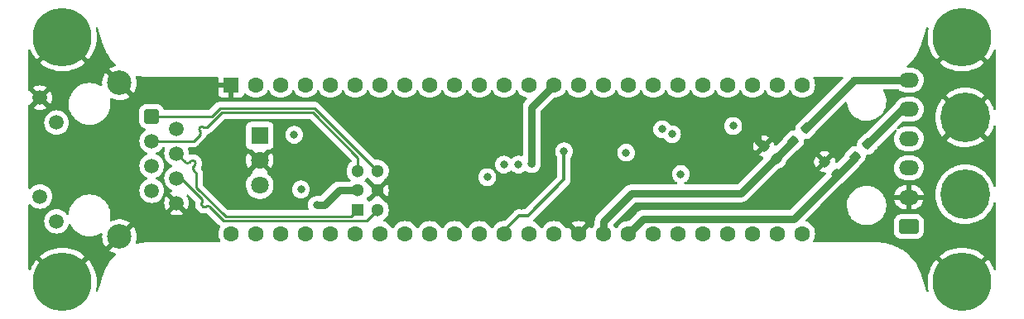
<source format=gbl>
G04 #@! TF.GenerationSoftware,KiCad,Pcbnew,(6.0.8)*
G04 #@! TF.CreationDate,2022-11-19T16:18:39-06:00*
G04 #@! TF.ProjectId,NavBoard_Hardware,4e617642-6f61-4726-945f-486172647761,rev?*
G04 #@! TF.SameCoordinates,Original*
G04 #@! TF.FileFunction,Copper,L4,Bot*
G04 #@! TF.FilePolarity,Positive*
%FSLAX46Y46*%
G04 Gerber Fmt 4.6, Leading zero omitted, Abs format (unit mm)*
G04 Created by KiCad (PCBNEW (6.0.8)) date 2022-11-19 16:18:39*
%MOMM*%
%LPD*%
G01*
G04 APERTURE LIST*
G04 Aperture macros list*
%AMRoundRect*
0 Rectangle with rounded corners*
0 $1 Rounding radius*
0 $2 $3 $4 $5 $6 $7 $8 $9 X,Y pos of 4 corners*
0 Add a 4 corners polygon primitive as box body*
4,1,4,$2,$3,$4,$5,$6,$7,$8,$9,$2,$3,0*
0 Add four circle primitives for the rounded corners*
1,1,$1+$1,$2,$3*
1,1,$1+$1,$4,$5*
1,1,$1+$1,$6,$7*
1,1,$1+$1,$8,$9*
0 Add four rect primitives between the rounded corners*
20,1,$1+$1,$2,$3,$4,$5,0*
20,1,$1+$1,$4,$5,$6,$7,0*
20,1,$1+$1,$6,$7,$8,$9,0*
20,1,$1+$1,$8,$9,$2,$3,0*%
G04 Aperture macros list end*
G04 #@! TA.AperFunction,ComponentPad*
%ADD10R,1.800000X1.800000*%
G04 #@! TD*
G04 #@! TA.AperFunction,ComponentPad*
%ADD11C,1.800000*%
G04 #@! TD*
G04 #@! TA.AperFunction,ComponentPad*
%ADD12C,6.000000*%
G04 #@! TD*
G04 #@! TA.AperFunction,ComponentPad*
%ADD13RoundRect,0.250001X0.759999X-0.499999X0.759999X0.499999X-0.759999X0.499999X-0.759999X-0.499999X0*%
G04 #@! TD*
G04 #@! TA.AperFunction,ComponentPad*
%ADD14O,2.020000X1.500000*%
G04 #@! TD*
G04 #@! TA.AperFunction,ComponentPad*
%ADD15RoundRect,0.250500X-0.499500X0.499500X-0.499500X-0.499500X0.499500X-0.499500X0.499500X0.499500X0*%
G04 #@! TD*
G04 #@! TA.AperFunction,ComponentPad*
%ADD16C,1.500000*%
G04 #@! TD*
G04 #@! TA.AperFunction,ComponentPad*
%ADD17C,2.500000*%
G04 #@! TD*
G04 #@! TA.AperFunction,SMDPad,CuDef*
%ADD18RoundRect,0.237500X0.344715X-0.008839X-0.008839X0.344715X-0.344715X0.008839X0.008839X-0.344715X0*%
G04 #@! TD*
G04 #@! TA.AperFunction,ComponentPad*
%ADD19R,1.600000X1.600000*%
G04 #@! TD*
G04 #@! TA.AperFunction,ComponentPad*
%ADD20C,1.600000*%
G04 #@! TD*
G04 #@! TA.AperFunction,ComponentPad*
%ADD21R,1.300000X1.300000*%
G04 #@! TD*
G04 #@! TA.AperFunction,ComponentPad*
%ADD22C,1.300000*%
G04 #@! TD*
G04 #@! TA.AperFunction,SMDPad,CuDef*
%ADD23RoundRect,0.237500X0.008839X0.344715X-0.344715X-0.008839X-0.008839X-0.344715X0.344715X0.008839X0*%
G04 #@! TD*
G04 #@! TA.AperFunction,ComponentPad*
%ADD24C,5.080000*%
G04 #@! TD*
G04 #@! TA.AperFunction,ViaPad*
%ADD25C,0.800000*%
G04 #@! TD*
G04 #@! TA.AperFunction,Conductor*
%ADD26C,0.800000*%
G04 #@! TD*
G04 #@! TA.AperFunction,Conductor*
%ADD27C,0.261112*%
G04 #@! TD*
G04 #@! TA.AperFunction,Conductor*
%ADD28C,0.350000*%
G04 #@! TD*
G04 APERTURE END LIST*
D10*
X121180000Y-95187500D03*
D11*
X121180000Y-97727500D03*
X121180000Y-100267500D03*
D12*
X193000000Y-110200000D03*
X193000000Y-85100000D03*
D13*
X187570000Y-104500000D03*
D14*
X187570000Y-101500000D03*
X187570000Y-98500000D03*
X187570000Y-95500000D03*
X187570000Y-92500000D03*
X187570000Y-89500000D03*
D12*
X101000000Y-85100000D03*
D15*
X110125000Y-93200000D03*
D16*
X112665000Y-94470000D03*
X110125000Y-95740000D03*
X112665000Y-97010000D03*
X110125000Y-98280000D03*
X112665000Y-99550000D03*
X110125000Y-100820000D03*
X112665000Y-102090000D03*
X98695000Y-91320000D03*
X100395000Y-93860000D03*
X98695000Y-101430000D03*
X100395000Y-103970000D03*
D17*
X106825000Y-105520000D03*
X106825000Y-89770000D03*
D12*
X101000000Y-110200000D03*
D18*
X180245235Y-99145235D03*
X178954765Y-97854765D03*
D19*
X118250200Y-90000000D03*
D20*
X120790200Y-90000000D03*
X123330200Y-90000000D03*
X125870200Y-90000000D03*
X128410200Y-90000000D03*
X130950200Y-90000000D03*
X133490200Y-90000000D03*
X136030200Y-90000000D03*
X138570200Y-90000000D03*
X141110200Y-90000000D03*
X143650200Y-90000000D03*
X146190200Y-90000000D03*
X148730200Y-90000000D03*
X151270200Y-90000000D03*
X153810200Y-90000000D03*
X156350200Y-90000000D03*
X158890200Y-90000000D03*
X161430200Y-90000000D03*
X163970200Y-90000000D03*
X166510200Y-90000000D03*
X169050200Y-90000000D03*
X171590200Y-90000000D03*
X174130200Y-90000000D03*
X176670200Y-90000000D03*
X176670200Y-105240000D03*
X174130200Y-105240000D03*
X171590200Y-105240000D03*
X169050200Y-105240000D03*
X166510200Y-105240000D03*
X163970200Y-105240000D03*
X161430200Y-105240000D03*
X158890200Y-105240000D03*
X156350200Y-105240000D03*
X153810200Y-105240000D03*
X151270200Y-105240000D03*
X148730200Y-105240000D03*
X146190200Y-105240000D03*
X143650200Y-105240000D03*
X141110200Y-105240000D03*
X138570200Y-105240000D03*
X136030200Y-105240000D03*
X133490200Y-105240000D03*
X130950200Y-105240000D03*
X128410200Y-105240000D03*
X125870200Y-105240000D03*
X123330200Y-105240000D03*
X120790200Y-105240000D03*
X118250200Y-105240000D03*
D21*
X131220200Y-102801600D03*
D22*
X131220200Y-100801600D03*
X131220200Y-98801600D03*
X133220200Y-98801600D03*
X133220200Y-100801600D03*
X133220200Y-102801600D03*
D23*
X183345235Y-96054765D03*
X182054765Y-97345235D03*
X177045235Y-94454765D03*
X175754765Y-95745235D03*
D24*
X193322800Y-93333000D03*
X193322800Y-101207000D03*
D18*
X174023205Y-97535706D03*
X172732735Y-96245236D03*
D25*
X147650000Y-98149999D03*
X146155000Y-98149999D03*
X163348929Y-95038570D03*
X125400000Y-100700000D03*
X169600000Y-94200000D03*
X144455000Y-99450000D03*
X164248929Y-99138570D03*
X162348929Y-94538570D03*
X118500000Y-94800000D03*
X155100000Y-95100000D03*
X175800000Y-92800000D03*
X181900000Y-95500000D03*
X150600000Y-92700000D03*
X146400000Y-102350000D03*
X147400000Y-92700000D03*
X142555000Y-99750000D03*
X155800000Y-100500000D03*
X137767501Y-102362499D03*
X179900000Y-93500000D03*
X140555000Y-97700000D03*
X178000000Y-95500000D03*
X136000000Y-102400000D03*
X118700000Y-96100000D03*
X140179999Y-102475001D03*
X165948929Y-99038570D03*
X154500000Y-99000000D03*
X160448929Y-94638570D03*
X161448929Y-97438570D03*
X172100000Y-94000000D03*
X143455000Y-96650000D03*
X139100000Y-91800000D03*
X159600000Y-91800000D03*
X150700000Y-103100000D03*
X142500000Y-91200000D03*
X157100000Y-92300000D03*
X184400000Y-97000000D03*
X147955000Y-102350000D03*
X124700000Y-95100000D03*
X127000000Y-102300000D03*
X158648929Y-96938570D03*
X152300000Y-96800000D03*
X149000000Y-98100000D03*
D26*
X172732735Y-96245236D02*
X172732735Y-96232735D01*
X172732735Y-96245236D02*
X172645236Y-96245236D01*
X172100000Y-95700000D02*
X172100000Y-94000000D01*
X172645236Y-96245236D02*
X172100000Y-95700000D01*
X156350200Y-103949800D02*
X159200000Y-101100000D01*
X159200000Y-101100000D02*
X170400000Y-101100000D01*
X170400000Y-101100000D02*
X175754765Y-95745235D01*
X156350200Y-105240000D02*
X156350200Y-103949800D01*
X182054765Y-97445235D02*
X182054765Y-97345235D01*
X175800000Y-103700000D02*
X160430200Y-103700000D01*
X175800000Y-103700000D02*
X182054765Y-97445235D01*
X160430200Y-103700000D02*
X158890200Y-105240000D01*
D27*
X126786444Y-92367844D02*
X133220200Y-98801600D01*
X110125000Y-93200000D02*
X116271680Y-93200000D01*
X116271680Y-93200000D02*
X117103836Y-92367844D01*
X117103836Y-92367844D02*
X126786444Y-92367844D01*
X115777639Y-94350686D02*
X115777638Y-94350686D01*
X114388320Y-95740000D02*
X115064160Y-95064160D01*
X117296164Y-92832156D02*
X126594119Y-92832156D01*
X131220200Y-97458237D02*
X131220200Y-98801600D01*
X115898705Y-94229615D02*
X117296164Y-92832156D01*
X115064160Y-94714924D02*
X115064161Y-94714922D01*
X115792640Y-94335681D02*
X115898705Y-94229615D01*
X110125000Y-95740000D02*
X114388320Y-95740000D01*
X115777638Y-94350686D02*
X115792640Y-94335681D01*
X115064160Y-94365685D02*
X115064160Y-94365686D01*
X115064160Y-94365686D02*
X115079163Y-94350684D01*
X126594119Y-92832156D02*
X131220200Y-97458237D01*
X115428400Y-94350683D02*
X115428401Y-94350684D01*
X115428401Y-94350684D02*
X115428402Y-94350685D01*
X115064202Y-94714882D02*
G75*
G02*
X115064160Y-95064160I-174702J-174618D01*
G01*
X115777618Y-94350665D02*
G75*
G02*
X115428402Y-94350685I-174618J174565D01*
G01*
X115064158Y-94365683D02*
G75*
G03*
X115064162Y-94714921I174642J-174617D01*
G01*
X115428418Y-94350665D02*
G75*
G03*
X115079163Y-94350684I-174618J-174635D01*
G01*
X114714160Y-100485840D02*
X114714160Y-99059160D01*
X114714160Y-99059160D02*
X114427500Y-98772500D01*
X114111519Y-97815686D02*
X114003234Y-97923970D01*
X113578970Y-97923970D02*
X113578971Y-97923971D01*
X117696164Y-103467844D02*
X114714160Y-100485840D01*
X114427499Y-98348235D02*
X114427500Y-98348235D01*
X114427500Y-98348235D02*
X114535784Y-98239950D01*
X113578971Y-97923971D02*
X112665000Y-97010000D01*
X130553956Y-103467844D02*
X117696164Y-103467844D01*
X131220200Y-102801600D02*
X130553956Y-103467844D01*
X114111519Y-97815685D02*
X114111519Y-97815686D01*
X114111568Y-97815734D02*
G75*
G02*
X114535784Y-97815686I212132J-212066D01*
G01*
X113578971Y-97923969D02*
G75*
G03*
X114003233Y-97923969I212131J212131D01*
G01*
X114535801Y-97815669D02*
G75*
G02*
X114535783Y-98239949I-212101J-212131D01*
G01*
X114427532Y-98348269D02*
G75*
G03*
X114427500Y-98772500I212068J-212131D01*
G01*
X115268051Y-101696370D02*
X115268052Y-101696372D01*
X115268052Y-102039896D02*
X115268051Y-102039894D01*
X115268052Y-101696372D02*
X113121680Y-99550000D01*
X117503836Y-103932156D02*
X116035840Y-102464160D01*
X115692317Y-102464159D02*
X115692316Y-102464159D01*
X115348792Y-102464159D02*
X115348794Y-102464160D01*
X113121680Y-99550000D02*
X112665000Y-99550000D01*
X133220200Y-102801600D02*
X133220200Y-103279800D01*
X133220200Y-102801600D02*
X132089644Y-103932156D01*
X132089644Y-103932156D02*
X117503836Y-103932156D01*
X115348794Y-102464160D02*
X115268052Y-102383418D01*
X115268095Y-102039939D02*
G75*
G03*
X115268052Y-102383418I171705J-171761D01*
G01*
X115268083Y-101696338D02*
G75*
G02*
X115268051Y-102039894I-171783J-171762D01*
G01*
X115692339Y-102464181D02*
G75*
G02*
X116035840Y-102464160I171761J-171719D01*
G01*
X115348793Y-102464158D02*
G75*
G03*
X115692315Y-102464158I171761J171762D01*
G01*
D26*
X127000000Y-102300000D02*
X127800000Y-102300000D01*
X131220200Y-100801600D02*
X129298400Y-100801600D01*
X129298400Y-100801600D02*
X127800000Y-102300000D01*
D28*
X146190200Y-104909800D02*
X146190200Y-105240000D01*
X152300000Y-96800000D02*
X152300000Y-99700000D01*
X152300000Y-99700000D02*
X148600000Y-103400000D01*
X147700000Y-103400000D02*
X146190200Y-104909800D01*
X148600000Y-103400000D02*
X147700000Y-103400000D01*
D26*
X149000000Y-98100000D02*
X149000000Y-92270200D01*
X151270200Y-90000000D02*
X151270200Y-90029800D01*
X151270200Y-90000000D02*
X151270200Y-90129800D01*
X149000000Y-92270200D02*
X151270200Y-90000000D01*
X183345235Y-96054765D02*
X186900000Y-92500000D01*
X186900000Y-92500000D02*
X187570000Y-92500000D01*
X181900000Y-89600000D02*
X181900000Y-89500000D01*
X177045235Y-94454765D02*
X181900000Y-89600000D01*
X181900000Y-89500000D02*
X187570000Y-89500000D01*
G04 #@! TA.AperFunction,Conductor*
G36*
X189529591Y-84099651D02*
G01*
X189582476Y-84147019D01*
X189601356Y-84215459D01*
X189597080Y-84246001D01*
X189564801Y-84366468D01*
X189563433Y-84372901D01*
X189506945Y-84729560D01*
X189506257Y-84736104D01*
X189487359Y-85096699D01*
X189487359Y-85103301D01*
X189506257Y-85463896D01*
X189506945Y-85470440D01*
X189563433Y-85827099D01*
X189564802Y-85833537D01*
X189658260Y-86182328D01*
X189660300Y-86188605D01*
X189789704Y-86525714D01*
X189792380Y-86531725D01*
X189956317Y-86853468D01*
X189959613Y-86859177D01*
X190156279Y-87162016D01*
X190160146Y-87167338D01*
X190333678Y-87381634D01*
X190345933Y-87390100D01*
X190357024Y-87383766D01*
X192910905Y-84829885D01*
X192973217Y-84795859D01*
X193044032Y-84800924D01*
X193089095Y-84829885D01*
X195642110Y-87382900D01*
X195655186Y-87390040D01*
X195665554Y-87382582D01*
X195839854Y-87167338D01*
X195843721Y-87162016D01*
X196040387Y-86859177D01*
X196043683Y-86853468D01*
X196207620Y-86531725D01*
X196210296Y-86525714D01*
X196247869Y-86427833D01*
X196290955Y-86371405D01*
X196357708Y-86347229D01*
X196426936Y-86362980D01*
X196476658Y-86413658D01*
X196491500Y-86472988D01*
X196491500Y-92428870D01*
X196471498Y-92496991D01*
X196417842Y-92543484D01*
X196347568Y-92553588D01*
X196282988Y-92524094D01*
X196244381Y-92463600D01*
X196206764Y-92332415D01*
X196204456Y-92325787D01*
X196077255Y-92017172D01*
X196074226Y-92010852D01*
X195913417Y-91718340D01*
X195909694Y-91712384D01*
X195717290Y-91439633D01*
X195712932Y-91434134D01*
X195662853Y-91377728D01*
X195649467Y-91369352D01*
X195639908Y-91375102D01*
X193694822Y-93320188D01*
X193687208Y-93334132D01*
X193687339Y-93335965D01*
X193691590Y-93342580D01*
X195640305Y-95291295D01*
X195654249Y-95298909D01*
X195655028Y-95298854D01*
X195662090Y-95294157D01*
X195663488Y-95292490D01*
X195863435Y-95025215D01*
X195867325Y-95019360D01*
X196036231Y-94731468D01*
X196039445Y-94725214D01*
X196175207Y-94420289D01*
X196177704Y-94413714D01*
X196245398Y-94200316D01*
X196285061Y-94141432D01*
X196350263Y-94113340D01*
X196420303Y-94124957D01*
X196472943Y-94172597D01*
X196491500Y-94238415D01*
X196491500Y-100301060D01*
X196471498Y-100369181D01*
X196417842Y-100415674D01*
X196347568Y-100425778D01*
X196282988Y-100396284D01*
X196244381Y-100335790D01*
X196243831Y-100333871D01*
X196206267Y-100202870D01*
X196148472Y-100062649D01*
X196077706Y-99890956D01*
X196077702Y-99890948D01*
X196076368Y-99887711D01*
X195912148Y-99588996D01*
X195715654Y-99310448D01*
X195489334Y-99055538D01*
X195415666Y-98989207D01*
X195238629Y-98829802D01*
X195238626Y-98829800D01*
X195236011Y-98827445D01*
X195233161Y-98825404D01*
X195233154Y-98825399D01*
X194961696Y-98631054D01*
X194961693Y-98631052D01*
X194958842Y-98629011D01*
X194661280Y-98462709D01*
X194347035Y-98330613D01*
X194343672Y-98329623D01*
X194343663Y-98329620D01*
X194135666Y-98268404D01*
X194020024Y-98234369D01*
X193736843Y-98184436D01*
X193687783Y-98175785D01*
X193687781Y-98175785D01*
X193684323Y-98175175D01*
X193680814Y-98174954D01*
X193680812Y-98174954D01*
X193347634Y-98153992D01*
X193347628Y-98153992D01*
X193344116Y-98153771D01*
X193247691Y-98158487D01*
X193007150Y-98170251D01*
X193007142Y-98170252D01*
X193003643Y-98170423D01*
X193000175Y-98170985D01*
X193000172Y-98170985D01*
X192670623Y-98224361D01*
X192670620Y-98224362D01*
X192667148Y-98224924D01*
X192663765Y-98225869D01*
X192663763Y-98225869D01*
X192603689Y-98242642D01*
X192338825Y-98316593D01*
X192022767Y-98444289D01*
X192019682Y-98445957D01*
X192019680Y-98445958D01*
X191991221Y-98461346D01*
X191722912Y-98606420D01*
X191442999Y-98800964D01*
X191440357Y-98803277D01*
X191440353Y-98803280D01*
X191278382Y-98945075D01*
X191186516Y-99025498D01*
X190956660Y-99277223D01*
X190756295Y-99553001D01*
X190587921Y-99849394D01*
X190586534Y-99852629D01*
X190586532Y-99852634D01*
X190455589Y-100158148D01*
X190453634Y-100162709D01*
X190429429Y-100242880D01*
X190362610Y-100464197D01*
X190355109Y-100489040D01*
X190339406Y-100574596D01*
X190299168Y-100793838D01*
X190293573Y-100824320D01*
X190293327Y-100827836D01*
X190293327Y-100827837D01*
X190278164Y-101044681D01*
X190269795Y-101164369D01*
X190284069Y-101504950D01*
X190303045Y-101627527D01*
X190335105Y-101834619D01*
X190336219Y-101841817D01*
X190337141Y-101845209D01*
X190337141Y-101845211D01*
X190346203Y-101878563D01*
X190425594Y-102170772D01*
X190551080Y-102487714D01*
X190552726Y-102490810D01*
X190552728Y-102490814D01*
X190608301Y-102595330D01*
X190711114Y-102788693D01*
X190713099Y-102791592D01*
X190901709Y-103067051D01*
X190901714Y-103067057D01*
X190903700Y-103069958D01*
X191126438Y-103328002D01*
X191129008Y-103330382D01*
X191129012Y-103330386D01*
X191140538Y-103341059D01*
X191376551Y-103559610D01*
X191379373Y-103561691D01*
X191379376Y-103561693D01*
X191410349Y-103584528D01*
X191650924Y-103761895D01*
X191653961Y-103763649D01*
X191653965Y-103763651D01*
X191768305Y-103829665D01*
X191946134Y-103932335D01*
X192019814Y-103964525D01*
X192255282Y-104067399D01*
X192255292Y-104067403D01*
X192258504Y-104068806D01*
X192261861Y-104069845D01*
X192261866Y-104069847D01*
X192580779Y-104168567D01*
X192584139Y-104169607D01*
X192587595Y-104170266D01*
X192587594Y-104170266D01*
X192915530Y-104232823D01*
X192915535Y-104232824D01*
X192918981Y-104233481D01*
X193142997Y-104250718D01*
X193255359Y-104259364D01*
X193255360Y-104259364D01*
X193258856Y-104259633D01*
X193471207Y-104252218D01*
X193596014Y-104247860D01*
X193596019Y-104247860D01*
X193599529Y-104247737D01*
X193768140Y-104222839D01*
X193933273Y-104198454D01*
X193933278Y-104198453D01*
X193936752Y-104197940D01*
X193940144Y-104197044D01*
X193940148Y-104197043D01*
X194262932Y-104111760D01*
X194262933Y-104111760D01*
X194266323Y-104110864D01*
X194584133Y-103987593D01*
X194886222Y-103829665D01*
X195087703Y-103693764D01*
X195165908Y-103641014D01*
X195165910Y-103641013D01*
X195168824Y-103639047D01*
X195180860Y-103628804D01*
X195425744Y-103420391D01*
X195425745Y-103420390D01*
X195428417Y-103418116D01*
X195498642Y-103343334D01*
X195659355Y-103172193D01*
X195659359Y-103172188D01*
X195661766Y-103169625D01*
X195663871Y-103166811D01*
X195663877Y-103166804D01*
X195857864Y-102907496D01*
X195865961Y-102896672D01*
X195872825Y-102884974D01*
X195937039Y-102775523D01*
X196038458Y-102602658D01*
X196041721Y-102595330D01*
X196175674Y-102294466D01*
X196175676Y-102294461D01*
X196177106Y-102291249D01*
X196245398Y-102075966D01*
X196285061Y-102017082D01*
X196350264Y-101988990D01*
X196420303Y-102000607D01*
X196472943Y-102048247D01*
X196491500Y-102114065D01*
X196491500Y-108827012D01*
X196471498Y-108895133D01*
X196417842Y-108941626D01*
X196347568Y-108951730D01*
X196282988Y-108922236D01*
X196247869Y-108872167D01*
X196210296Y-108774286D01*
X196207620Y-108768275D01*
X196043683Y-108446532D01*
X196040387Y-108440823D01*
X195843721Y-108137984D01*
X195839854Y-108132662D01*
X195666322Y-107918366D01*
X195654067Y-107909900D01*
X195642976Y-107916234D01*
X193089095Y-110470115D01*
X193026783Y-110504141D01*
X192955968Y-110499076D01*
X192910905Y-110470115D01*
X190357890Y-107917100D01*
X190344814Y-107909960D01*
X190334446Y-107917418D01*
X190160146Y-108132662D01*
X190156279Y-108137984D01*
X189959613Y-108440823D01*
X189956317Y-108446532D01*
X189792380Y-108768275D01*
X189789704Y-108774286D01*
X189660300Y-109111395D01*
X189658260Y-109117672D01*
X189564802Y-109466463D01*
X189563433Y-109472901D01*
X189506945Y-109829560D01*
X189506257Y-109836104D01*
X189487359Y-110196699D01*
X189487359Y-110203301D01*
X189506257Y-110563896D01*
X189506945Y-110570440D01*
X189563433Y-110927099D01*
X189564802Y-110933538D01*
X189597080Y-111054002D01*
X189595390Y-111124978D01*
X189555596Y-111183774D01*
X189490331Y-111211722D01*
X189420318Y-111199948D01*
X189367784Y-111152192D01*
X189355076Y-111124092D01*
X189305011Y-110963399D01*
X189299932Y-110938438D01*
X189298794Y-110927033D01*
X189281203Y-110883491D01*
X189277698Y-110873659D01*
X188939418Y-109783644D01*
X188851042Y-109498875D01*
X188846585Y-109478916D01*
X188844301Y-109462523D01*
X188843630Y-109457706D01*
X188840005Y-109445688D01*
X188837897Y-109441295D01*
X188836782Y-109438421D01*
X188833809Y-109431347D01*
X188824671Y-109406178D01*
X188699688Y-109061937D01*
X188566148Y-108774286D01*
X188528800Y-108693836D01*
X188528796Y-108693829D01*
X188527652Y-108691364D01*
X188387146Y-108446532D01*
X188325646Y-108339368D01*
X188325635Y-108339350D01*
X188324293Y-108337011D01*
X188091127Y-108001521D01*
X187829892Y-107687392D01*
X187827981Y-107685461D01*
X187827975Y-107685454D01*
X187689927Y-107545933D01*
X190709900Y-107545933D01*
X190716234Y-107557024D01*
X192987188Y-109827978D01*
X193001132Y-109835592D01*
X193002965Y-109835461D01*
X193009580Y-109831210D01*
X195282900Y-107557890D01*
X195290040Y-107544814D01*
X195282582Y-107534446D01*
X195067338Y-107360146D01*
X195062016Y-107356279D01*
X194759177Y-107159613D01*
X194753468Y-107156317D01*
X194431725Y-106992380D01*
X194425714Y-106989704D01*
X194088605Y-106860300D01*
X194082328Y-106858260D01*
X193733537Y-106764802D01*
X193727099Y-106763433D01*
X193370440Y-106706945D01*
X193363896Y-106706257D01*
X193003301Y-106687359D01*
X192996699Y-106687359D01*
X192636104Y-106706257D01*
X192629560Y-106706945D01*
X192272901Y-106763433D01*
X192266463Y-106764802D01*
X191917672Y-106858260D01*
X191911395Y-106860300D01*
X191574286Y-106989704D01*
X191568275Y-106992380D01*
X191246532Y-107156317D01*
X191240823Y-107159613D01*
X190937984Y-107356279D01*
X190932662Y-107360146D01*
X190718366Y-107533678D01*
X190709900Y-107545933D01*
X187689927Y-107545933D01*
X187544448Y-107398901D01*
X187544443Y-107398896D01*
X187542535Y-107396968D01*
X187231198Y-107132412D01*
X187034210Y-106992380D01*
X186900427Y-106897278D01*
X186900416Y-106897271D01*
X186898202Y-106895697D01*
X186895867Y-106894324D01*
X186895858Y-106894318D01*
X186653900Y-106752026D01*
X186546028Y-106688588D01*
X186177303Y-106512628D01*
X185794774Y-106369128D01*
X185792148Y-106368394D01*
X185403907Y-106259889D01*
X185403895Y-106259886D01*
X185401293Y-106259159D01*
X185398631Y-106258658D01*
X185398624Y-106258656D01*
X185243344Y-106229411D01*
X184999793Y-106183540D01*
X184821302Y-106165668D01*
X184595978Y-106143106D01*
X184595968Y-106143105D01*
X184593267Y-106142835D01*
X184590559Y-106142799D01*
X184590548Y-106142798D01*
X184391342Y-106140122D01*
X184214997Y-106137753D01*
X184206952Y-106137146D01*
X184206947Y-106137233D01*
X184202092Y-106136943D01*
X184197270Y-106136278D01*
X184192410Y-106136363D01*
X184192407Y-106136363D01*
X184191250Y-106136384D01*
X184184719Y-106136498D01*
X184166626Y-106139641D01*
X184145061Y-106141500D01*
X177878390Y-106141500D01*
X177810269Y-106121498D01*
X177763776Y-106067842D01*
X177753672Y-105997568D01*
X177775177Y-105943229D01*
X177804566Y-105901257D01*
X177807723Y-105896749D01*
X177810046Y-105891767D01*
X177810049Y-105891762D01*
X177902161Y-105694225D01*
X177902161Y-105694224D01*
X177904484Y-105689243D01*
X177924272Y-105615396D01*
X177962319Y-105473402D01*
X177962319Y-105473400D01*
X177963743Y-105468087D01*
X177983698Y-105240000D01*
X177967110Y-105050400D01*
X186051500Y-105050400D01*
X186062474Y-105156165D01*
X186064655Y-105162701D01*
X186064655Y-105162703D01*
X186088051Y-105232828D01*
X186118450Y-105323945D01*
X186211522Y-105474348D01*
X186336697Y-105599305D01*
X186342927Y-105603145D01*
X186342928Y-105603146D01*
X186480090Y-105687694D01*
X186487262Y-105692115D01*
X186567005Y-105718564D01*
X186648611Y-105745632D01*
X186648613Y-105745632D01*
X186655139Y-105747797D01*
X186661975Y-105748497D01*
X186661978Y-105748498D01*
X186705031Y-105752909D01*
X186759600Y-105758500D01*
X188380400Y-105758500D01*
X188383646Y-105758163D01*
X188383650Y-105758163D01*
X188479307Y-105748238D01*
X188479311Y-105748237D01*
X188486165Y-105747526D01*
X188492701Y-105745345D01*
X188492703Y-105745345D01*
X188624805Y-105701272D01*
X188653945Y-105691550D01*
X188804348Y-105598478D01*
X188929305Y-105473303D01*
X188962341Y-105419709D01*
X189018275Y-105328968D01*
X189018276Y-105328966D01*
X189022115Y-105322738D01*
X189057985Y-105214594D01*
X189075632Y-105161389D01*
X189075632Y-105161387D01*
X189077797Y-105154861D01*
X189088500Y-105050400D01*
X189088500Y-103949600D01*
X189086343Y-103928810D01*
X189078238Y-103850693D01*
X189078237Y-103850689D01*
X189077526Y-103843835D01*
X189072614Y-103829110D01*
X189023868Y-103683003D01*
X189021550Y-103676055D01*
X188928478Y-103525652D01*
X188803303Y-103400695D01*
X188732443Y-103357016D01*
X188658968Y-103311725D01*
X188658966Y-103311724D01*
X188652738Y-103307885D01*
X188529636Y-103267054D01*
X188491389Y-103254368D01*
X188491387Y-103254368D01*
X188484861Y-103252203D01*
X188478025Y-103251503D01*
X188478022Y-103251502D01*
X188434969Y-103247091D01*
X188380400Y-103241500D01*
X186759600Y-103241500D01*
X186756354Y-103241837D01*
X186756350Y-103241837D01*
X186660693Y-103251762D01*
X186660689Y-103251763D01*
X186653835Y-103252474D01*
X186647299Y-103254655D01*
X186647297Y-103254655D01*
X186571755Y-103279858D01*
X186486055Y-103308450D01*
X186335652Y-103401522D01*
X186210695Y-103526697D01*
X186206855Y-103532927D01*
X186206854Y-103532928D01*
X186140229Y-103641014D01*
X186117885Y-103677262D01*
X186115581Y-103684209D01*
X186067520Y-103829110D01*
X186062203Y-103845139D01*
X186061503Y-103851975D01*
X186061502Y-103851978D01*
X186058786Y-103878490D01*
X186051500Y-103949600D01*
X186051500Y-105050400D01*
X177967110Y-105050400D01*
X177963743Y-105011913D01*
X177943871Y-104937749D01*
X177905907Y-104796067D01*
X177905906Y-104796065D01*
X177904484Y-104790757D01*
X177816304Y-104601653D01*
X177810049Y-104588238D01*
X177810046Y-104588233D01*
X177807723Y-104583251D01*
X177726978Y-104467936D01*
X177679557Y-104400211D01*
X177679555Y-104400208D01*
X177676398Y-104395700D01*
X177514500Y-104233802D01*
X177509992Y-104230645D01*
X177509989Y-104230643D01*
X177384120Y-104142509D01*
X177326949Y-104102477D01*
X177321967Y-104100154D01*
X177321962Y-104100151D01*
X177124425Y-104008039D01*
X177124424Y-104008039D01*
X177119443Y-104005716D01*
X177114135Y-104004294D01*
X177114133Y-104004293D01*
X177081809Y-103995632D01*
X177061822Y-103990276D01*
X177001200Y-103953326D01*
X176970179Y-103889465D01*
X176978607Y-103818971D01*
X177005339Y-103779475D01*
X178505081Y-102279733D01*
X181237822Y-102279733D01*
X181237975Y-102284121D01*
X181237975Y-102284127D01*
X181247286Y-102550743D01*
X181247625Y-102560458D01*
X181248387Y-102564781D01*
X181248388Y-102564788D01*
X181275088Y-102716208D01*
X181296402Y-102837087D01*
X181383203Y-103104235D01*
X181385131Y-103108188D01*
X181385133Y-103108193D01*
X181420895Y-103181515D01*
X181506340Y-103356702D01*
X181508795Y-103360341D01*
X181508798Y-103360347D01*
X181552432Y-103425037D01*
X181663415Y-103589576D01*
X181666360Y-103592847D01*
X181666361Y-103592848D01*
X181687703Y-103616551D01*
X181851371Y-103798322D01*
X181854733Y-103801143D01*
X181854734Y-103801144D01*
X181869450Y-103813492D01*
X182066550Y-103978879D01*
X182304764Y-104127731D01*
X182463610Y-104198454D01*
X182542886Y-104233750D01*
X182561375Y-104241982D01*
X182831390Y-104319407D01*
X182835740Y-104320018D01*
X182835743Y-104320019D01*
X182936271Y-104334147D01*
X183109552Y-104358500D01*
X183320146Y-104358500D01*
X183322332Y-104358347D01*
X183322336Y-104358347D01*
X183525827Y-104344118D01*
X183525832Y-104344117D01*
X183530212Y-104343811D01*
X183804970Y-104285409D01*
X183809099Y-104283906D01*
X183809103Y-104283905D01*
X184064781Y-104190846D01*
X184064785Y-104190844D01*
X184068926Y-104189337D01*
X184316942Y-104057464D01*
X184379155Y-104012264D01*
X184540629Y-103894947D01*
X184540632Y-103894944D01*
X184544192Y-103892358D01*
X184549218Y-103887505D01*
X184679290Y-103761895D01*
X184746252Y-103697231D01*
X184919188Y-103475882D01*
X184921384Y-103472078D01*
X184921389Y-103472071D01*
X185045654Y-103256836D01*
X185059636Y-103232619D01*
X185164862Y-102972176D01*
X185166556Y-102965381D01*
X185231753Y-102703893D01*
X185231754Y-102703888D01*
X185232817Y-102699624D01*
X185233532Y-102692828D01*
X185261719Y-102424636D01*
X185261719Y-102424633D01*
X185262178Y-102420267D01*
X185261256Y-102393852D01*
X185252529Y-102143939D01*
X185252528Y-102143933D01*
X185252375Y-102139542D01*
X185247723Y-102113156D01*
X185217772Y-101943299D01*
X185203598Y-101862913D01*
X185172671Y-101767728D01*
X186076114Y-101767728D01*
X186076166Y-101767973D01*
X186138898Y-101971883D01*
X186143119Y-101982229D01*
X186240971Y-102171814D01*
X186246957Y-102181245D01*
X186376832Y-102350501D01*
X186384393Y-102358724D01*
X186542194Y-102502312D01*
X186551094Y-102509067D01*
X186731815Y-102622434D01*
X186741781Y-102627511D01*
X186939714Y-102707080D01*
X186950429Y-102710315D01*
X187160301Y-102753777D01*
X187169438Y-102754980D01*
X187219990Y-102757895D01*
X187223637Y-102758000D01*
X187297885Y-102758000D01*
X187313124Y-102753525D01*
X187314329Y-102752135D01*
X187316000Y-102744452D01*
X187316000Y-102739885D01*
X187824000Y-102739885D01*
X187828475Y-102755124D01*
X187829865Y-102756329D01*
X187837548Y-102758000D01*
X187884175Y-102758000D01*
X187889770Y-102757751D01*
X188048078Y-102743622D01*
X188059092Y-102741640D01*
X188264860Y-102685349D01*
X188275341Y-102681451D01*
X188467903Y-102589603D01*
X188477516Y-102583918D01*
X188650767Y-102459425D01*
X188659233Y-102452117D01*
X188807692Y-102298918D01*
X188814735Y-102290221D01*
X188933719Y-102113156D01*
X188939105Y-102103358D01*
X189024857Y-101908010D01*
X189028422Y-101897418D01*
X189058624Y-101771616D01*
X189057919Y-101757530D01*
X189049040Y-101754000D01*
X187842115Y-101754000D01*
X187826876Y-101758475D01*
X187825671Y-101759865D01*
X187824000Y-101767548D01*
X187824000Y-102739885D01*
X187316000Y-102739885D01*
X187316000Y-101772115D01*
X187311525Y-101756876D01*
X187310135Y-101755671D01*
X187302452Y-101754000D01*
X186091589Y-101754000D01*
X186077607Y-101758105D01*
X186076114Y-101767728D01*
X185172671Y-101767728D01*
X185116797Y-101595765D01*
X185113585Y-101589178D01*
X185052253Y-101463431D01*
X184993660Y-101343298D01*
X184991205Y-101339659D01*
X184991202Y-101339653D01*
X184916150Y-101228384D01*
X186081376Y-101228384D01*
X186082081Y-101242470D01*
X186090960Y-101246000D01*
X187297885Y-101246000D01*
X187313124Y-101241525D01*
X187314329Y-101240135D01*
X187316000Y-101232452D01*
X187316000Y-101227885D01*
X187824000Y-101227885D01*
X187828475Y-101243124D01*
X187829865Y-101244329D01*
X187837548Y-101246000D01*
X189048411Y-101246000D01*
X189062393Y-101241895D01*
X189063886Y-101232272D01*
X189063834Y-101232027D01*
X189001102Y-101028117D01*
X188996881Y-101017771D01*
X188899029Y-100828186D01*
X188893043Y-100818755D01*
X188763168Y-100649499D01*
X188755607Y-100641276D01*
X188597806Y-100497688D01*
X188588906Y-100490933D01*
X188408185Y-100377566D01*
X188398219Y-100372489D01*
X188200286Y-100292920D01*
X188189571Y-100289685D01*
X187979699Y-100246223D01*
X187970562Y-100245020D01*
X187920010Y-100242105D01*
X187916363Y-100242000D01*
X187842115Y-100242000D01*
X187826876Y-100246475D01*
X187825671Y-100247865D01*
X187824000Y-100255548D01*
X187824000Y-101227885D01*
X187316000Y-101227885D01*
X187316000Y-100260115D01*
X187311525Y-100244876D01*
X187310135Y-100243671D01*
X187302452Y-100242000D01*
X187255825Y-100242000D01*
X187250230Y-100242249D01*
X187091922Y-100256378D01*
X187080908Y-100258360D01*
X186875140Y-100314651D01*
X186864659Y-100318549D01*
X186672097Y-100410397D01*
X186662484Y-100416082D01*
X186489233Y-100540575D01*
X186480767Y-100547883D01*
X186332308Y-100701082D01*
X186325265Y-100709779D01*
X186206281Y-100886844D01*
X186200895Y-100896642D01*
X186115143Y-101091990D01*
X186111578Y-101102582D01*
X186081376Y-101228384D01*
X184916150Y-101228384D01*
X184888339Y-101187153D01*
X184836585Y-101110424D01*
X184832712Y-101106122D01*
X184651566Y-100904940D01*
X184648629Y-100901678D01*
X184626805Y-100883365D01*
X184557814Y-100825475D01*
X184433450Y-100721121D01*
X184195236Y-100572269D01*
X183956885Y-100466148D01*
X183942639Y-100459805D01*
X183942637Y-100459804D01*
X183938625Y-100458018D01*
X183783992Y-100413678D01*
X183672837Y-100381805D01*
X183672836Y-100381805D01*
X183668610Y-100380593D01*
X183664260Y-100379982D01*
X183664257Y-100379981D01*
X183536584Y-100362038D01*
X183390448Y-100341500D01*
X183179854Y-100341500D01*
X183177668Y-100341653D01*
X183177664Y-100341653D01*
X182974173Y-100355882D01*
X182974168Y-100355883D01*
X182969788Y-100356189D01*
X182695030Y-100414591D01*
X182690901Y-100416094D01*
X182690897Y-100416095D01*
X182435219Y-100509154D01*
X182435215Y-100509156D01*
X182431074Y-100510663D01*
X182183058Y-100642536D01*
X182179499Y-100645122D01*
X182179497Y-100645123D01*
X181968602Y-100798347D01*
X181955808Y-100807642D01*
X181952644Y-100810698D01*
X181952641Y-100810700D01*
X181873792Y-100886844D01*
X181753748Y-101002769D01*
X181669639Y-101110424D01*
X181589062Y-101213559D01*
X181580812Y-101224118D01*
X181578616Y-101227922D01*
X181578611Y-101227929D01*
X181472824Y-101411159D01*
X181440364Y-101467381D01*
X181335138Y-101727824D01*
X181334073Y-101732097D01*
X181334072Y-101732099D01*
X181268262Y-101996050D01*
X181267183Y-102000376D01*
X181266724Y-102004744D01*
X181266723Y-102004749D01*
X181245986Y-102202058D01*
X181237822Y-102279733D01*
X178505081Y-102279733D01*
X180665497Y-100119317D01*
X180675041Y-100110700D01*
X180675442Y-100110374D01*
X180734062Y-100062649D01*
X180744029Y-100054535D01*
X180744035Y-100054529D01*
X180746523Y-100052504D01*
X181152504Y-99646523D01*
X181209785Y-99575979D01*
X181218505Y-99566309D01*
X182245124Y-98539690D01*
X186047037Y-98539690D01*
X186074025Y-98762715D01*
X186140082Y-98977435D01*
X186142652Y-98982415D01*
X186142654Y-98982419D01*
X186213551Y-99119779D01*
X186243118Y-99177064D01*
X186379877Y-99355292D01*
X186546036Y-99506485D01*
X186550783Y-99509463D01*
X186550786Y-99509465D01*
X186677571Y-99588996D01*
X186736344Y-99625864D01*
X186944783Y-99709656D01*
X187164767Y-99755213D01*
X187169378Y-99755479D01*
X187169379Y-99755479D01*
X187219952Y-99758395D01*
X187219956Y-99758395D01*
X187221775Y-99758500D01*
X187886999Y-99758500D01*
X187889786Y-99758251D01*
X187889792Y-99758251D01*
X187974397Y-99750700D01*
X188053762Y-99743617D01*
X188059176Y-99742136D01*
X188059181Y-99742135D01*
X188206786Y-99701754D01*
X188270451Y-99684337D01*
X188275509Y-99681925D01*
X188275513Y-99681923D01*
X188393042Y-99625864D01*
X188473218Y-99587622D01*
X188655654Y-99456529D01*
X188797217Y-99310448D01*
X188808089Y-99299229D01*
X188808091Y-99299226D01*
X188811992Y-99295201D01*
X188937290Y-99108738D01*
X189027588Y-98903033D01*
X189031381Y-98887237D01*
X189078722Y-98690046D01*
X189078722Y-98690045D01*
X189080032Y-98684589D01*
X189085607Y-98587893D01*
X189092640Y-98465917D01*
X189092640Y-98465914D01*
X189092963Y-98460310D01*
X189065975Y-98237285D01*
X188999918Y-98022565D01*
X188986685Y-97996925D01*
X188899454Y-97827919D01*
X188899454Y-97827918D01*
X188896882Y-97822936D01*
X188760123Y-97644708D01*
X188593964Y-97493515D01*
X188589217Y-97490537D01*
X188589214Y-97490535D01*
X188408405Y-97377115D01*
X188403656Y-97374136D01*
X188195217Y-97290344D01*
X187975233Y-97244787D01*
X187970622Y-97244521D01*
X187970621Y-97244521D01*
X187920048Y-97241605D01*
X187920044Y-97241605D01*
X187918225Y-97241500D01*
X187253001Y-97241500D01*
X187250214Y-97241749D01*
X187250208Y-97241749D01*
X187180071Y-97248009D01*
X187086238Y-97256383D01*
X187080824Y-97257864D01*
X187080819Y-97257865D01*
X186985690Y-97283890D01*
X186869549Y-97315663D01*
X186864491Y-97318075D01*
X186864487Y-97318077D01*
X186780983Y-97357907D01*
X186666782Y-97412378D01*
X186484346Y-97543471D01*
X186444169Y-97584930D01*
X186344434Y-97687849D01*
X186328008Y-97704799D01*
X186202710Y-97891262D01*
X186112412Y-98096967D01*
X186111103Y-98102418D01*
X186111102Y-98102422D01*
X186066086Y-98289928D01*
X186059968Y-98315411D01*
X186058193Y-98346205D01*
X186047753Y-98527278D01*
X186047037Y-98539690D01*
X182245124Y-98539690D01*
X182501187Y-98283627D01*
X182510731Y-98275010D01*
X182535881Y-98254535D01*
X182535887Y-98254529D01*
X182538375Y-98252504D01*
X182962034Y-97828845D01*
X183027956Y-97747659D01*
X183031036Y-97741496D01*
X183031038Y-97741492D01*
X183102441Y-97598591D01*
X183105710Y-97592049D01*
X183130687Y-97485975D01*
X183143904Y-97429846D01*
X183143904Y-97429844D01*
X183145581Y-97422723D01*
X183145563Y-97401332D01*
X183145449Y-97271672D01*
X183165392Y-97203534D01*
X183219007Y-97156994D01*
X183271337Y-97145562D01*
X183424025Y-97145429D01*
X183523026Y-97121935D01*
X183586159Y-97106953D01*
X183586160Y-97106953D01*
X183593280Y-97105263D01*
X183599817Y-97101983D01*
X183599821Y-97101981D01*
X183742608Y-97030323D01*
X183742612Y-97030320D01*
X183748756Y-97027237D01*
X183754091Y-97022894D01*
X183826351Y-96964065D01*
X183826357Y-96964059D01*
X183828845Y-96962034D01*
X184252504Y-96538375D01*
X184257089Y-96532729D01*
X184273176Y-96512916D01*
X184318426Y-96457189D01*
X184321506Y-96451026D01*
X184321508Y-96451022D01*
X184396180Y-96301579D01*
X184397054Y-96302016D01*
X184421947Y-96262866D01*
X186123978Y-94560835D01*
X186186290Y-94526809D01*
X186257105Y-94531874D01*
X186313941Y-94574421D01*
X186338752Y-94640941D01*
X186323661Y-94710315D01*
X186317656Y-94720205D01*
X186247303Y-94824901D01*
X186208431Y-94882749D01*
X186202710Y-94891262D01*
X186112412Y-95096967D01*
X186111103Y-95102418D01*
X186111102Y-95102422D01*
X186066648Y-95287587D01*
X186059968Y-95315411D01*
X186056318Y-95378711D01*
X186047523Y-95531267D01*
X186047037Y-95539690D01*
X186074025Y-95762715D01*
X186140082Y-95977435D01*
X186142652Y-95982415D01*
X186142654Y-95982419D01*
X186240546Y-96172081D01*
X186243118Y-96177064D01*
X186379877Y-96355292D01*
X186546036Y-96506485D01*
X186550783Y-96509463D01*
X186550786Y-96509465D01*
X186688148Y-96595631D01*
X186736344Y-96625864D01*
X186944783Y-96709656D01*
X187164767Y-96755213D01*
X187169378Y-96755479D01*
X187169379Y-96755479D01*
X187219952Y-96758395D01*
X187219956Y-96758395D01*
X187221775Y-96758500D01*
X187886999Y-96758500D01*
X187889786Y-96758251D01*
X187889792Y-96758251D01*
X187969501Y-96751137D01*
X188053762Y-96743617D01*
X188059176Y-96742136D01*
X188059181Y-96742135D01*
X188199117Y-96703852D01*
X188270451Y-96684337D01*
X188275509Y-96681925D01*
X188275513Y-96681923D01*
X188393042Y-96625864D01*
X188473218Y-96587622D01*
X188655654Y-96456529D01*
X188733253Y-96376453D01*
X188808089Y-96299229D01*
X188808091Y-96299226D01*
X188811992Y-96295201D01*
X188929137Y-96120871D01*
X188934164Y-96113390D01*
X188937290Y-96108738D01*
X189027588Y-95903033D01*
X189030028Y-95892872D01*
X189078722Y-95690046D01*
X189078722Y-95690045D01*
X189080032Y-95684589D01*
X189081235Y-95663719D01*
X191357621Y-95663719D01*
X191357660Y-95664264D01*
X191363262Y-95672624D01*
X191374275Y-95682822D01*
X191379717Y-95687324D01*
X191648359Y-95885385D01*
X191654249Y-95889239D01*
X191943312Y-96056129D01*
X191949581Y-96059296D01*
X192255456Y-96192930D01*
X192262040Y-96195378D01*
X192580901Y-96294082D01*
X192587715Y-96295781D01*
X192915583Y-96358325D01*
X192922559Y-96359256D01*
X193255370Y-96384864D01*
X193262378Y-96385010D01*
X193595968Y-96373362D01*
X193602962Y-96372725D01*
X193933172Y-96323964D01*
X193940047Y-96322553D01*
X194262777Y-96237284D01*
X194269437Y-96235120D01*
X194580646Y-96114410D01*
X194587045Y-96111507D01*
X194882843Y-95956867D01*
X194888888Y-95953264D01*
X195165606Y-95766616D01*
X195171200Y-95762370D01*
X195277206Y-95672152D01*
X195285638Y-95659284D01*
X195279609Y-95649019D01*
X193335612Y-93705022D01*
X193321668Y-93697408D01*
X193319835Y-93697539D01*
X193313220Y-93701790D01*
X191365235Y-95649775D01*
X191357621Y-95663719D01*
X189081235Y-95663719D01*
X189086650Y-95569799D01*
X189092640Y-95465917D01*
X189092640Y-95465914D01*
X189092963Y-95460310D01*
X189065975Y-95237285D01*
X188999918Y-95022565D01*
X188991927Y-95007081D01*
X188899454Y-94827919D01*
X188899454Y-94827918D01*
X188896882Y-94822936D01*
X188891855Y-94816384D01*
X188830898Y-94736944D01*
X188760123Y-94644708D01*
X188593964Y-94493515D01*
X188589217Y-94490537D01*
X188589214Y-94490535D01*
X188408405Y-94377115D01*
X188403656Y-94374136D01*
X188195217Y-94290344D01*
X187975233Y-94244787D01*
X187970622Y-94244521D01*
X187970621Y-94244521D01*
X187920048Y-94241605D01*
X187920044Y-94241605D01*
X187918225Y-94241500D01*
X187253001Y-94241500D01*
X187250214Y-94241749D01*
X187250208Y-94241749D01*
X187186309Y-94247452D01*
X187086238Y-94256383D01*
X187080824Y-94257864D01*
X187080819Y-94257865D01*
X186975181Y-94286765D01*
X186869549Y-94315663D01*
X186864491Y-94318075D01*
X186864487Y-94318077D01*
X186785356Y-94355821D01*
X186666782Y-94412378D01*
X186550569Y-94495885D01*
X186523556Y-94515296D01*
X186456564Y-94538803D01*
X186387498Y-94522361D01*
X186338285Y-94471189D01*
X186324550Y-94401533D01*
X186350655Y-94335510D01*
X186360935Y-94323878D01*
X186921872Y-93762941D01*
X186984184Y-93728915D01*
X187036518Y-93728654D01*
X187160241Y-93754276D01*
X187160245Y-93754277D01*
X187164767Y-93755213D01*
X187169378Y-93755479D01*
X187169379Y-93755479D01*
X187219952Y-93758395D01*
X187219956Y-93758395D01*
X187221775Y-93758500D01*
X187886999Y-93758500D01*
X187889786Y-93758251D01*
X187889792Y-93758251D01*
X187959929Y-93751991D01*
X188053762Y-93743617D01*
X188059176Y-93742136D01*
X188059181Y-93742135D01*
X188222193Y-93697539D01*
X188270451Y-93684337D01*
X188275509Y-93681925D01*
X188275513Y-93681923D01*
X188375200Y-93634374D01*
X188473218Y-93587622D01*
X188655654Y-93456529D01*
X188754162Y-93354877D01*
X188808089Y-93299229D01*
X188808091Y-93299226D01*
X188811992Y-93295201D01*
X188812864Y-93293903D01*
X190270443Y-93293903D01*
X190284420Y-93627384D01*
X190285105Y-93634374D01*
X190336170Y-93964240D01*
X190337630Y-93971107D01*
X190425147Y-94293223D01*
X190427361Y-94299879D01*
X190550237Y-94610229D01*
X190553191Y-94616622D01*
X190709884Y-94911319D01*
X190713532Y-94917342D01*
X190902105Y-95192746D01*
X190906399Y-95198321D01*
X190983452Y-95287587D01*
X190996494Y-95296004D01*
X191006525Y-95290065D01*
X192950778Y-93345812D01*
X192958392Y-93331868D01*
X192958261Y-93330035D01*
X192954010Y-93323420D01*
X191006650Y-91376060D01*
X190992706Y-91368446D01*
X190992397Y-91368468D01*
X190983725Y-91374323D01*
X190959422Y-91400938D01*
X190954978Y-91406387D01*
X190758790Y-91676418D01*
X190754973Y-91682340D01*
X190590107Y-91972555D01*
X190586981Y-91978853D01*
X190455492Y-92285642D01*
X190453086Y-92292252D01*
X190356611Y-92611791D01*
X190354961Y-92618612D01*
X190294705Y-92946916D01*
X190293823Y-92953899D01*
X190270541Y-93286858D01*
X190270443Y-93293903D01*
X188812864Y-93293903D01*
X188937290Y-93108738D01*
X189027588Y-92903033D01*
X189029061Y-92896900D01*
X189078722Y-92690046D01*
X189078722Y-92690045D01*
X189080032Y-92684589D01*
X189088049Y-92545537D01*
X189092640Y-92465917D01*
X189092640Y-92465914D01*
X189092963Y-92460310D01*
X189065975Y-92237285D01*
X188999918Y-92022565D01*
X188997135Y-92017172D01*
X188899454Y-91827919D01*
X188899454Y-91827918D01*
X188896882Y-91822936D01*
X188760123Y-91644708D01*
X188593964Y-91493515D01*
X188589217Y-91490537D01*
X188589214Y-91490535D01*
X188408405Y-91377115D01*
X188403656Y-91374136D01*
X188195217Y-91290344D01*
X187975233Y-91244787D01*
X187970622Y-91244521D01*
X187970621Y-91244521D01*
X187920048Y-91241605D01*
X187920044Y-91241605D01*
X187918225Y-91241500D01*
X187253001Y-91241500D01*
X187250214Y-91241749D01*
X187250208Y-91241749D01*
X187180071Y-91248009D01*
X187086238Y-91256383D01*
X187080824Y-91257864D01*
X187080819Y-91257865D01*
X186954437Y-91292440D01*
X186869549Y-91315663D01*
X186864491Y-91318075D01*
X186864487Y-91318077D01*
X186771997Y-91362193D01*
X186666782Y-91412378D01*
X186484346Y-91543471D01*
X186433206Y-91596243D01*
X186340391Y-91692021D01*
X186328008Y-91704799D01*
X186202710Y-91891262D01*
X186200455Y-91896399D01*
X186195634Y-91907381D01*
X186169355Y-91945832D01*
X183137111Y-94978076D01*
X183096902Y-95003692D01*
X183097190Y-95004267D01*
X183091582Y-95007081D01*
X183091579Y-95007083D01*
X183090646Y-95007551D01*
X183090641Y-95007553D01*
X182947862Y-95079207D01*
X182947858Y-95079210D01*
X182941714Y-95082293D01*
X182936381Y-95086634D01*
X182936379Y-95086636D01*
X182864119Y-95145465D01*
X182864113Y-95145471D01*
X182861625Y-95147496D01*
X182437966Y-95571155D01*
X182435902Y-95573697D01*
X182435901Y-95573698D01*
X182430441Y-95580422D01*
X182372044Y-95652341D01*
X182368964Y-95658504D01*
X182368962Y-95658508D01*
X182324837Y-95746816D01*
X182294290Y-95807951D01*
X182287531Y-95836656D01*
X182257049Y-95966109D01*
X182254419Y-95977277D01*
X182254425Y-95984593D01*
X182254425Y-95984596D01*
X182254551Y-96128328D01*
X182234608Y-96196466D01*
X182180993Y-96243006D01*
X182128663Y-96254438D01*
X181975975Y-96254571D01*
X181806720Y-96294737D01*
X181800183Y-96298017D01*
X181800179Y-96298019D01*
X181657392Y-96369677D01*
X181657388Y-96369680D01*
X181651244Y-96372763D01*
X181645911Y-96377104D01*
X181645909Y-96377106D01*
X181573649Y-96435935D01*
X181573643Y-96435941D01*
X181571155Y-96437966D01*
X181147496Y-96861625D01*
X181081574Y-96942811D01*
X181078494Y-96948974D01*
X181078492Y-96948978D01*
X181025256Y-97055520D01*
X181003820Y-97098421D01*
X180984516Y-97180402D01*
X180977247Y-97211273D01*
X180943697Y-97271489D01*
X180566034Y-97649153D01*
X180260104Y-97955083D01*
X180197791Y-97989108D01*
X180126976Y-97984044D01*
X180070140Y-97941497D01*
X180045329Y-97874977D01*
X180045008Y-97866099D01*
X180044935Y-97783352D01*
X180043239Y-97768913D01*
X180006481Y-97614017D01*
X180001506Y-97600349D01*
X179929901Y-97457670D01*
X179922471Y-97446185D01*
X179863682Y-97373973D01*
X179859369Y-97369197D01*
X179842268Y-97352096D01*
X179828324Y-97344482D01*
X179826491Y-97344613D01*
X179819876Y-97348864D01*
X178452096Y-98716644D01*
X178444482Y-98730588D01*
X178444613Y-98732421D01*
X178448864Y-98739036D01*
X178469161Y-98759333D01*
X178474023Y-98763717D01*
X178547264Y-98823187D01*
X178558784Y-98830616D01*
X178701576Y-98901965D01*
X178715246Y-98906913D01*
X178870213Y-98943404D01*
X178884654Y-98945075D01*
X178965882Y-98945004D01*
X179034021Y-98964947D01*
X179080560Y-99018562D01*
X179090725Y-99088827D01*
X179061288Y-99153434D01*
X179055087Y-99160099D01*
X175460592Y-102754595D01*
X175398280Y-102788621D01*
X175371497Y-102791500D01*
X160511617Y-102791500D01*
X160491908Y-102789949D01*
X160478010Y-102787748D01*
X160471423Y-102788093D01*
X160471418Y-102788093D01*
X160409720Y-102791327D01*
X160403126Y-102791500D01*
X160382590Y-102791500D01*
X160379318Y-102791844D01*
X160379316Y-102791844D01*
X160362158Y-102793647D01*
X160355584Y-102794164D01*
X160293896Y-102797397D01*
X160293894Y-102797397D01*
X160287297Y-102797743D01*
X160273704Y-102801385D01*
X160254275Y-102804986D01*
X160240272Y-102806458D01*
X160175225Y-102827593D01*
X160168912Y-102829463D01*
X160148274Y-102834993D01*
X160109203Y-102845462D01*
X160109200Y-102845463D01*
X160102830Y-102847170D01*
X160090285Y-102853562D01*
X160072026Y-102861125D01*
X160058644Y-102865473D01*
X160052923Y-102868776D01*
X159999423Y-102899664D01*
X159993626Y-102902812D01*
X159938551Y-102930874D01*
X159938548Y-102930876D01*
X159932670Y-102933871D01*
X159927542Y-102938024D01*
X159927540Y-102938025D01*
X159921734Y-102942727D01*
X159905437Y-102953927D01*
X159898976Y-102957657D01*
X159898972Y-102957660D01*
X159893256Y-102960960D01*
X159888350Y-102965377D01*
X159888345Y-102965381D01*
X159842431Y-103006722D01*
X159837416Y-103011006D01*
X159828918Y-103017888D01*
X159821459Y-103023928D01*
X159806944Y-103038443D01*
X159802159Y-103042984D01*
X159751334Y-103088747D01*
X159747455Y-103094086D01*
X159747454Y-103094087D01*
X159743060Y-103100135D01*
X159730219Y-103115168D01*
X158954064Y-103891323D01*
X158891752Y-103925349D01*
X158875954Y-103927748D01*
X158797296Y-103934630D01*
X158667594Y-103945977D01*
X158667589Y-103945978D01*
X158662113Y-103946457D01*
X158656800Y-103947881D01*
X158656798Y-103947881D01*
X158446267Y-104004293D01*
X158446265Y-104004294D01*
X158440957Y-104005716D01*
X158435976Y-104008039D01*
X158435975Y-104008039D01*
X158238438Y-104100151D01*
X158238433Y-104100154D01*
X158233451Y-104102477D01*
X158176280Y-104142509D01*
X158050411Y-104230643D01*
X158050408Y-104230645D01*
X158045900Y-104233802D01*
X157884002Y-104395700D01*
X157880845Y-104400208D01*
X157880843Y-104400211D01*
X157833422Y-104467936D01*
X157752677Y-104583251D01*
X157750354Y-104588233D01*
X157750351Y-104588238D01*
X157734395Y-104622457D01*
X157687478Y-104675742D01*
X157619201Y-104695203D01*
X157551241Y-104674661D01*
X157506005Y-104622457D01*
X157490049Y-104588238D01*
X157490046Y-104588233D01*
X157487723Y-104583251D01*
X157356398Y-104395700D01*
X157353735Y-104393037D01*
X157325483Y-104328491D01*
X157336698Y-104258386D01*
X157361374Y-104223440D01*
X159539408Y-102045405D01*
X159601720Y-102011380D01*
X159628503Y-102008500D01*
X170318583Y-102008500D01*
X170338292Y-102010051D01*
X170352190Y-102012252D01*
X170358777Y-102011907D01*
X170358782Y-102011907D01*
X170420480Y-102008673D01*
X170427074Y-102008500D01*
X170447610Y-102008500D01*
X170450882Y-102008156D01*
X170450884Y-102008156D01*
X170468042Y-102006353D01*
X170474616Y-102005836D01*
X170536308Y-102002603D01*
X170536312Y-102002602D01*
X170542903Y-102002257D01*
X170549284Y-102000547D01*
X170549286Y-102000547D01*
X170556491Y-101998617D01*
X170575925Y-101995015D01*
X170583354Y-101994234D01*
X170583363Y-101994232D01*
X170589928Y-101993542D01*
X170654997Y-101972400D01*
X170661299Y-101970533D01*
X170727370Y-101952829D01*
X170739908Y-101946440D01*
X170758174Y-101938875D01*
X170765272Y-101936569D01*
X170765274Y-101936568D01*
X170771556Y-101934527D01*
X170830785Y-101900331D01*
X170836579Y-101897185D01*
X170897530Y-101866129D01*
X170908467Y-101857273D01*
X170924763Y-101846073D01*
X170931224Y-101842343D01*
X170931228Y-101842340D01*
X170936944Y-101839040D01*
X170941850Y-101834623D01*
X170941855Y-101834619D01*
X170987769Y-101793278D01*
X170992784Y-101788994D01*
X171006177Y-101778148D01*
X171008741Y-101776072D01*
X171023256Y-101761557D01*
X171028041Y-101757016D01*
X171073957Y-101715673D01*
X171078866Y-101711253D01*
X171087140Y-101699865D01*
X171099981Y-101684832D01*
X174145252Y-98639561D01*
X174205253Y-98606061D01*
X174288928Y-98586204D01*
X174295465Y-98582924D01*
X174295469Y-98582922D01*
X174438256Y-98511264D01*
X174438260Y-98511261D01*
X174444404Y-98508178D01*
X174455222Y-98499371D01*
X174521999Y-98445006D01*
X174522005Y-98445000D01*
X174524493Y-98442975D01*
X174930474Y-98036994D01*
X174996396Y-97955808D01*
X174999476Y-97949645D01*
X174999478Y-97949641D01*
X175070879Y-97806744D01*
X175070880Y-97806742D01*
X175074150Y-97800197D01*
X175081973Y-97766975D01*
X177864455Y-97766975D01*
X177864595Y-97926178D01*
X177866291Y-97940617D01*
X177903049Y-98095513D01*
X177908024Y-98109181D01*
X177979629Y-98251860D01*
X177987059Y-98263345D01*
X178045848Y-98335557D01*
X178050156Y-98340328D01*
X178067262Y-98357434D01*
X178081206Y-98365048D01*
X178083039Y-98364917D01*
X178089654Y-98360666D01*
X178582743Y-97867577D01*
X178590357Y-97853633D01*
X178590226Y-97851800D01*
X178585975Y-97845185D01*
X178084047Y-97343257D01*
X178070103Y-97335643D01*
X178068270Y-97335774D01*
X178061655Y-97340025D01*
X178050197Y-97351483D01*
X178045813Y-97356345D01*
X177986343Y-97429586D01*
X177978914Y-97441106D01*
X177907565Y-97583899D01*
X177902617Y-97597569D01*
X177866126Y-97752535D01*
X177864455Y-97766975D01*
X175081973Y-97766975D01*
X175087973Y-97741492D01*
X175093514Y-97717963D01*
X175127065Y-97657748D01*
X175812446Y-96972367D01*
X178435643Y-96972367D01*
X178435774Y-96974200D01*
X178440025Y-96980815D01*
X178941953Y-97482743D01*
X178955897Y-97490357D01*
X178957730Y-97490226D01*
X178964345Y-97485975D01*
X179457434Y-96992886D01*
X179465048Y-96978942D01*
X179464917Y-96977109D01*
X179460666Y-96970494D01*
X179440369Y-96950197D01*
X179435507Y-96945813D01*
X179362266Y-96886343D01*
X179350746Y-96878914D01*
X179207954Y-96807565D01*
X179194284Y-96802617D01*
X179039317Y-96766126D01*
X179024877Y-96764455D01*
X178865674Y-96764595D01*
X178851235Y-96766291D01*
X178696336Y-96803050D01*
X178682675Y-96808022D01*
X178539993Y-96879628D01*
X178528507Y-96887059D01*
X178456295Y-96945848D01*
X178451524Y-96950156D01*
X178443257Y-96958423D01*
X178435643Y-96972367D01*
X175812446Y-96972367D01*
X175962889Y-96821924D01*
X176003098Y-96796308D01*
X176002810Y-96795733D01*
X176008418Y-96792919D01*
X176008421Y-96792917D01*
X176009354Y-96792449D01*
X176009359Y-96792447D01*
X176152138Y-96720793D01*
X176152142Y-96720790D01*
X176158286Y-96717707D01*
X176163621Y-96713364D01*
X176235881Y-96654535D01*
X176235887Y-96654529D01*
X176238375Y-96652504D01*
X176662034Y-96228845D01*
X176727956Y-96147659D01*
X176731036Y-96141496D01*
X176731038Y-96141492D01*
X176798641Y-96006197D01*
X176805710Y-95992049D01*
X176845581Y-95822723D01*
X176845575Y-95815070D01*
X176845449Y-95671672D01*
X176865392Y-95603534D01*
X176919007Y-95556994D01*
X176971337Y-95545562D01*
X177124025Y-95545429D01*
X177221724Y-95522244D01*
X177286159Y-95506953D01*
X177286160Y-95506953D01*
X177293280Y-95505263D01*
X177299817Y-95501983D01*
X177299821Y-95501981D01*
X177442608Y-95430323D01*
X177442612Y-95430320D01*
X177448756Y-95427237D01*
X177462744Y-95415849D01*
X177526351Y-95364065D01*
X177526357Y-95364059D01*
X177528845Y-95362034D01*
X177952504Y-94938375D01*
X178018426Y-94857189D01*
X178021506Y-94851026D01*
X178021508Y-94851022D01*
X178096180Y-94701579D01*
X178097054Y-94702016D01*
X178121947Y-94662866D01*
X181031812Y-91753001D01*
X181094124Y-91718975D01*
X181164939Y-91724040D01*
X181221775Y-91766587D01*
X181246830Y-91837697D01*
X181247429Y-91854841D01*
X181247625Y-91860458D01*
X181248387Y-91864781D01*
X181248388Y-91864788D01*
X181276209Y-92022565D01*
X181296402Y-92137087D01*
X181383203Y-92404235D01*
X181385131Y-92408188D01*
X181385133Y-92408193D01*
X181412157Y-92463600D01*
X181506340Y-92656702D01*
X181508795Y-92660341D01*
X181508798Y-92660347D01*
X181578456Y-92763619D01*
X181663415Y-92889576D01*
X181666360Y-92892847D01*
X181666361Y-92892848D01*
X181715044Y-92946916D01*
X181851371Y-93098322D01*
X182066550Y-93278879D01*
X182304764Y-93427731D01*
X182561375Y-93541982D01*
X182831390Y-93619407D01*
X182835740Y-93620018D01*
X182835743Y-93620019D01*
X182937886Y-93634374D01*
X183109552Y-93658500D01*
X183320146Y-93658500D01*
X183322332Y-93658347D01*
X183322336Y-93658347D01*
X183525827Y-93644118D01*
X183525832Y-93644117D01*
X183530212Y-93643811D01*
X183804970Y-93585409D01*
X183809099Y-93583906D01*
X183809103Y-93583905D01*
X184064781Y-93490846D01*
X184064785Y-93490844D01*
X184068926Y-93489337D01*
X184316942Y-93357464D01*
X184352172Y-93331868D01*
X184540629Y-93194947D01*
X184540632Y-93194944D01*
X184544192Y-93192358D01*
X184572388Y-93165130D01*
X184743087Y-93000287D01*
X184746252Y-92997231D01*
X184919188Y-92775882D01*
X184921384Y-92772078D01*
X184921389Y-92772071D01*
X185042560Y-92562196D01*
X185059636Y-92532619D01*
X185164862Y-92272176D01*
X185174898Y-92231923D01*
X185231753Y-92003893D01*
X185231754Y-92003888D01*
X185232817Y-91999624D01*
X185235702Y-91972182D01*
X185261719Y-91724636D01*
X185261719Y-91724633D01*
X185262178Y-91720267D01*
X185261903Y-91712384D01*
X185252529Y-91443939D01*
X185252528Y-91443933D01*
X185252375Y-91439542D01*
X185251422Y-91434134D01*
X185217455Y-91241500D01*
X185203598Y-91162913D01*
X185152798Y-91006567D01*
X191359527Y-91006567D01*
X191365372Y-91016362D01*
X193309988Y-92960978D01*
X193323932Y-92968592D01*
X193325765Y-92968461D01*
X193332380Y-92964210D01*
X195279220Y-91017370D01*
X195286834Y-91003426D01*
X195286829Y-91003350D01*
X195280725Y-90994377D01*
X195238308Y-90956185D01*
X195232844Y-90951792D01*
X194961428Y-90757476D01*
X194955503Y-90753717D01*
X194664136Y-90590878D01*
X194657818Y-90587796D01*
X194350110Y-90458447D01*
X194343495Y-90456091D01*
X194023276Y-90361846D01*
X194016454Y-90360246D01*
X193687724Y-90302282D01*
X193680752Y-90301451D01*
X193347630Y-90280492D01*
X193340599Y-90280443D01*
X193007202Y-90296749D01*
X193000224Y-90297483D01*
X192670730Y-90350849D01*
X192663870Y-90352357D01*
X192342365Y-90442123D01*
X192335730Y-90444382D01*
X192026237Y-90569425D01*
X192019893Y-90572410D01*
X191726271Y-90731171D01*
X191720282Y-90734855D01*
X191446192Y-90925353D01*
X191440661Y-90929674D01*
X191367926Y-90993350D01*
X191359527Y-91006567D01*
X185152798Y-91006567D01*
X185116797Y-90895765D01*
X185110627Y-90883113D01*
X185041866Y-90742135D01*
X184993660Y-90643298D01*
X184991204Y-90639656D01*
X184991200Y-90639650D01*
X184967800Y-90604959D01*
X184946289Y-90537299D01*
X184964773Y-90468751D01*
X185017382Y-90421078D01*
X185072258Y-90408500D01*
X186389606Y-90408500D01*
X186457727Y-90428502D01*
X186474405Y-90441306D01*
X186519689Y-90482511D01*
X186546036Y-90506485D01*
X186550787Y-90509465D01*
X186550788Y-90509466D01*
X186675658Y-90587796D01*
X186736344Y-90625864D01*
X186944783Y-90709656D01*
X187164767Y-90755213D01*
X187169378Y-90755479D01*
X187169379Y-90755479D01*
X187219952Y-90758395D01*
X187219956Y-90758395D01*
X187221775Y-90758500D01*
X187886999Y-90758500D01*
X187889786Y-90758251D01*
X187889792Y-90758251D01*
X187959929Y-90751991D01*
X188053762Y-90743617D01*
X188059176Y-90742136D01*
X188059181Y-90742135D01*
X188231949Y-90694870D01*
X188270451Y-90684337D01*
X188275509Y-90681925D01*
X188275513Y-90681923D01*
X188393042Y-90625864D01*
X188473218Y-90587622D01*
X188655654Y-90456529D01*
X188741004Y-90368455D01*
X188808089Y-90299229D01*
X188808091Y-90299226D01*
X188811992Y-90295201D01*
X188937290Y-90108738D01*
X189027588Y-89903033D01*
X189034196Y-89875512D01*
X189078722Y-89690046D01*
X189078722Y-89690045D01*
X189080032Y-89684589D01*
X189087748Y-89550757D01*
X189092640Y-89465917D01*
X189092640Y-89465914D01*
X189092963Y-89460310D01*
X189065975Y-89237285D01*
X188999918Y-89022565D01*
X188896882Y-88822936D01*
X188760123Y-88644708D01*
X188593964Y-88493515D01*
X188589217Y-88490537D01*
X188589214Y-88490535D01*
X188408405Y-88377115D01*
X188403656Y-88374136D01*
X188195217Y-88290344D01*
X187975233Y-88244787D01*
X187970622Y-88244521D01*
X187970621Y-88244521D01*
X187920048Y-88241605D01*
X187920044Y-88241605D01*
X187918225Y-88241500D01*
X187487208Y-88241500D01*
X187419087Y-88221498D01*
X187372594Y-88167842D01*
X187362490Y-88097568D01*
X187391984Y-88032988D01*
X187405619Y-88019483D01*
X187540521Y-87904851D01*
X187542590Y-87903093D01*
X187551800Y-87893785D01*
X187688935Y-87755186D01*
X190709960Y-87755186D01*
X190717418Y-87765554D01*
X190932662Y-87939854D01*
X190937984Y-87943721D01*
X191240823Y-88140387D01*
X191246532Y-88143683D01*
X191568275Y-88307620D01*
X191574286Y-88310296D01*
X191911395Y-88439700D01*
X191917672Y-88441740D01*
X192266463Y-88535198D01*
X192272901Y-88536567D01*
X192629560Y-88593055D01*
X192636104Y-88593743D01*
X192996699Y-88612641D01*
X193003301Y-88612641D01*
X193363896Y-88593743D01*
X193370440Y-88593055D01*
X193727099Y-88536567D01*
X193733537Y-88535198D01*
X194082328Y-88441740D01*
X194088605Y-88439700D01*
X194425714Y-88310296D01*
X194431725Y-88307620D01*
X194753468Y-88143683D01*
X194759177Y-88140387D01*
X195062016Y-87943721D01*
X195067338Y-87939854D01*
X195281634Y-87766322D01*
X195290100Y-87754067D01*
X195283766Y-87742976D01*
X193012812Y-85472022D01*
X192998868Y-85464408D01*
X192997035Y-85464539D01*
X192990420Y-85468790D01*
X190717100Y-87742110D01*
X190709960Y-87755186D01*
X187688935Y-87755186D01*
X187828036Y-87614601D01*
X187828042Y-87614594D01*
X187829953Y-87612663D01*
X188091192Y-87298530D01*
X188324362Y-86963033D01*
X188527724Y-86608675D01*
X188528872Y-86606203D01*
X188698614Y-86240571D01*
X188698618Y-86240562D01*
X188699763Y-86238095D01*
X188700691Y-86235540D01*
X188700696Y-86235527D01*
X188828869Y-85882503D01*
X188832086Y-85875101D01*
X188832006Y-85875068D01*
X188833875Y-85870578D01*
X188836089Y-85866239D01*
X188840005Y-85854313D01*
X188844747Y-85825452D01*
X188848742Y-85808538D01*
X189163021Y-84795859D01*
X189275423Y-84433672D01*
X189280123Y-84420982D01*
X189292077Y-84393358D01*
X189292078Y-84393354D01*
X189295642Y-84385118D01*
X189298078Y-84365558D01*
X189302813Y-84343655D01*
X189355076Y-84175909D01*
X189394436Y-84116822D01*
X189459493Y-84088394D01*
X189529591Y-84099651D01*
G37*
G04 #@! TD.AperFunction*
G04 #@! TA.AperFunction,Conductor*
G36*
X104579684Y-84100058D02*
G01*
X104632218Y-84147814D01*
X104644924Y-84175909D01*
X104666762Y-84246001D01*
X104694987Y-84336594D01*
X104700066Y-84361555D01*
X104701205Y-84372968D01*
X104704567Y-84381290D01*
X104704568Y-84381293D01*
X104718797Y-84416511D01*
X104722309Y-84426363D01*
X105067831Y-85539712D01*
X105148960Y-85801129D01*
X105153417Y-85821093D01*
X105156370Y-85842295D01*
X105157773Y-85846948D01*
X105157775Y-85846955D01*
X105158548Y-85849517D01*
X105159995Y-85854313D01*
X105162102Y-85858704D01*
X105163208Y-85861554D01*
X105166195Y-85868663D01*
X105202794Y-85969467D01*
X105300313Y-86238064D01*
X105301453Y-86240519D01*
X105440605Y-86540260D01*
X105472348Y-86608637D01*
X105675707Y-86962989D01*
X105908873Y-87298480D01*
X106170108Y-87612608D01*
X106172018Y-87614538D01*
X106172024Y-87614545D01*
X106418372Y-87863523D01*
X106452066Y-87926015D01*
X106446625Y-87996803D01*
X106403777Y-88053412D01*
X106364063Y-88073110D01*
X106212098Y-88117404D01*
X106203367Y-88120667D01*
X105974558Y-88226151D01*
X105966406Y-88230670D01*
X105787353Y-88348062D01*
X105778216Y-88358803D01*
X105782789Y-88368579D01*
X108224913Y-90810703D01*
X108237293Y-90817463D01*
X108245634Y-90811219D01*
X108371765Y-90615127D01*
X108376212Y-90606936D01*
X108479691Y-90377222D01*
X108482882Y-90368455D01*
X108551269Y-90125976D01*
X108553129Y-90116834D01*
X108585116Y-89865396D01*
X108585597Y-89859108D01*
X108587847Y-89773160D01*
X108587696Y-89766851D01*
X108568912Y-89514074D01*
X108567536Y-89504868D01*
X108511929Y-89259126D01*
X108509203Y-89250210D01*
X108496520Y-89217594D01*
X108490473Y-89146855D01*
X108523630Y-89084077D01*
X108585464Y-89049191D01*
X108637274Y-89048105D01*
X108756727Y-89070603D01*
X109000207Y-89116460D01*
X109178698Y-89134332D01*
X109404022Y-89156894D01*
X109404032Y-89156895D01*
X109406733Y-89157165D01*
X109409441Y-89157201D01*
X109409452Y-89157202D01*
X109608658Y-89159878D01*
X109785003Y-89162247D01*
X109793048Y-89162854D01*
X109793053Y-89162767D01*
X109797908Y-89163057D01*
X109802730Y-89163722D01*
X109807590Y-89163637D01*
X109807593Y-89163637D01*
X109808750Y-89163616D01*
X109815281Y-89163502D01*
X109833375Y-89160359D01*
X109854939Y-89158500D01*
X116816200Y-89158500D01*
X116884321Y-89178502D01*
X116930814Y-89232158D01*
X116942200Y-89284500D01*
X116942200Y-89727885D01*
X116946675Y-89743124D01*
X116948065Y-89744329D01*
X116955748Y-89746000D01*
X118378200Y-89746000D01*
X118446321Y-89766002D01*
X118492814Y-89819658D01*
X118504200Y-89872000D01*
X118504200Y-91289884D01*
X118508675Y-91305123D01*
X118510065Y-91306328D01*
X118517748Y-91307999D01*
X119094869Y-91307999D01*
X119101690Y-91307629D01*
X119152552Y-91302105D01*
X119167804Y-91298479D01*
X119288254Y-91253324D01*
X119303849Y-91244786D01*
X119405924Y-91168285D01*
X119418485Y-91155724D01*
X119494986Y-91053649D01*
X119503524Y-91038054D01*
X119548678Y-90917606D01*
X119552304Y-90902357D01*
X119552679Y-90898904D01*
X119553722Y-90896394D01*
X119554132Y-90894669D01*
X119554411Y-90894735D01*
X119579919Y-90833341D01*
X119638280Y-90792912D01*
X119709234Y-90790454D01*
X119770254Y-90826747D01*
X119779544Y-90838240D01*
X119780841Y-90839786D01*
X119784002Y-90844300D01*
X119945900Y-91006198D01*
X119950408Y-91009355D01*
X119950411Y-91009357D01*
X119961855Y-91017370D01*
X120133451Y-91137523D01*
X120138433Y-91139846D01*
X120138438Y-91139849D01*
X120324744Y-91226724D01*
X120340957Y-91234284D01*
X120346265Y-91235706D01*
X120346267Y-91235707D01*
X120556798Y-91292119D01*
X120556800Y-91292119D01*
X120562113Y-91293543D01*
X120790200Y-91313498D01*
X121018287Y-91293543D01*
X121023600Y-91292119D01*
X121023602Y-91292119D01*
X121234133Y-91235707D01*
X121234135Y-91235706D01*
X121239443Y-91234284D01*
X121255656Y-91226724D01*
X121441962Y-91139849D01*
X121441967Y-91139846D01*
X121446949Y-91137523D01*
X121618545Y-91017370D01*
X121629989Y-91009357D01*
X121629992Y-91009355D01*
X121634500Y-91006198D01*
X121796398Y-90844300D01*
X121800642Y-90838240D01*
X121856476Y-90758500D01*
X121927723Y-90656749D01*
X121930046Y-90651767D01*
X121930049Y-90651762D01*
X121946005Y-90617543D01*
X121992922Y-90564258D01*
X122061199Y-90544797D01*
X122129159Y-90565339D01*
X122174395Y-90617543D01*
X122190351Y-90651762D01*
X122190354Y-90651767D01*
X122192677Y-90656749D01*
X122263924Y-90758500D01*
X122319759Y-90838240D01*
X122324002Y-90844300D01*
X122485900Y-91006198D01*
X122490408Y-91009355D01*
X122490411Y-91009357D01*
X122501855Y-91017370D01*
X122673451Y-91137523D01*
X122678433Y-91139846D01*
X122678438Y-91139849D01*
X122864744Y-91226724D01*
X122880957Y-91234284D01*
X122886265Y-91235706D01*
X122886267Y-91235707D01*
X123096798Y-91292119D01*
X123096800Y-91292119D01*
X123102113Y-91293543D01*
X123330200Y-91313498D01*
X123558287Y-91293543D01*
X123563600Y-91292119D01*
X123563602Y-91292119D01*
X123774133Y-91235707D01*
X123774135Y-91235706D01*
X123779443Y-91234284D01*
X123795656Y-91226724D01*
X123981962Y-91139849D01*
X123981967Y-91139846D01*
X123986949Y-91137523D01*
X124158545Y-91017370D01*
X124169989Y-91009357D01*
X124169992Y-91009355D01*
X124174500Y-91006198D01*
X124336398Y-90844300D01*
X124340642Y-90838240D01*
X124396476Y-90758500D01*
X124467723Y-90656749D01*
X124470046Y-90651767D01*
X124470049Y-90651762D01*
X124486005Y-90617543D01*
X124532922Y-90564258D01*
X124601199Y-90544797D01*
X124669159Y-90565339D01*
X124714395Y-90617543D01*
X124730351Y-90651762D01*
X124730354Y-90651767D01*
X124732677Y-90656749D01*
X124803924Y-90758500D01*
X124859759Y-90838240D01*
X124864002Y-90844300D01*
X125025900Y-91006198D01*
X125030408Y-91009355D01*
X125030411Y-91009357D01*
X125041855Y-91017370D01*
X125213451Y-91137523D01*
X125218433Y-91139846D01*
X125218438Y-91139849D01*
X125404744Y-91226724D01*
X125420957Y-91234284D01*
X125426265Y-91235706D01*
X125426267Y-91235707D01*
X125636798Y-91292119D01*
X125636800Y-91292119D01*
X125642113Y-91293543D01*
X125870200Y-91313498D01*
X126098287Y-91293543D01*
X126103600Y-91292119D01*
X126103602Y-91292119D01*
X126314133Y-91235707D01*
X126314135Y-91235706D01*
X126319443Y-91234284D01*
X126335656Y-91226724D01*
X126521962Y-91139849D01*
X126521967Y-91139846D01*
X126526949Y-91137523D01*
X126698545Y-91017370D01*
X126709989Y-91009357D01*
X126709992Y-91009355D01*
X126714500Y-91006198D01*
X126876398Y-90844300D01*
X126880642Y-90838240D01*
X126936476Y-90758500D01*
X127007723Y-90656749D01*
X127010046Y-90651767D01*
X127010049Y-90651762D01*
X127026005Y-90617543D01*
X127072922Y-90564258D01*
X127141199Y-90544797D01*
X127209159Y-90565339D01*
X127254395Y-90617543D01*
X127270351Y-90651762D01*
X127270354Y-90651767D01*
X127272677Y-90656749D01*
X127343924Y-90758500D01*
X127399759Y-90838240D01*
X127404002Y-90844300D01*
X127565900Y-91006198D01*
X127570408Y-91009355D01*
X127570411Y-91009357D01*
X127581855Y-91017370D01*
X127753451Y-91137523D01*
X127758433Y-91139846D01*
X127758438Y-91139849D01*
X127944744Y-91226724D01*
X127960957Y-91234284D01*
X127966265Y-91235706D01*
X127966267Y-91235707D01*
X128176798Y-91292119D01*
X128176800Y-91292119D01*
X128182113Y-91293543D01*
X128410200Y-91313498D01*
X128638287Y-91293543D01*
X128643600Y-91292119D01*
X128643602Y-91292119D01*
X128854133Y-91235707D01*
X128854135Y-91235706D01*
X128859443Y-91234284D01*
X128875656Y-91226724D01*
X129061962Y-91139849D01*
X129061967Y-91139846D01*
X129066949Y-91137523D01*
X129238545Y-91017370D01*
X129249989Y-91009357D01*
X129249992Y-91009355D01*
X129254500Y-91006198D01*
X129416398Y-90844300D01*
X129420642Y-90838240D01*
X129476476Y-90758500D01*
X129547723Y-90656749D01*
X129550046Y-90651767D01*
X129550049Y-90651762D01*
X129566005Y-90617543D01*
X129612922Y-90564258D01*
X129681199Y-90544797D01*
X129749159Y-90565339D01*
X129794395Y-90617543D01*
X129810351Y-90651762D01*
X129810354Y-90651767D01*
X129812677Y-90656749D01*
X129883924Y-90758500D01*
X129939759Y-90838240D01*
X129944002Y-90844300D01*
X130105900Y-91006198D01*
X130110408Y-91009355D01*
X130110411Y-91009357D01*
X130121855Y-91017370D01*
X130293451Y-91137523D01*
X130298433Y-91139846D01*
X130298438Y-91139849D01*
X130484744Y-91226724D01*
X130500957Y-91234284D01*
X130506265Y-91235706D01*
X130506267Y-91235707D01*
X130716798Y-91292119D01*
X130716800Y-91292119D01*
X130722113Y-91293543D01*
X130950200Y-91313498D01*
X131178287Y-91293543D01*
X131183600Y-91292119D01*
X131183602Y-91292119D01*
X131394133Y-91235707D01*
X131394135Y-91235706D01*
X131399443Y-91234284D01*
X131415656Y-91226724D01*
X131601962Y-91139849D01*
X131601967Y-91139846D01*
X131606949Y-91137523D01*
X131778545Y-91017370D01*
X131789989Y-91009357D01*
X131789992Y-91009355D01*
X131794500Y-91006198D01*
X131956398Y-90844300D01*
X131960642Y-90838240D01*
X132016476Y-90758500D01*
X132087723Y-90656749D01*
X132090046Y-90651767D01*
X132090049Y-90651762D01*
X132106005Y-90617543D01*
X132152922Y-90564258D01*
X132221199Y-90544797D01*
X132289159Y-90565339D01*
X132334395Y-90617543D01*
X132350351Y-90651762D01*
X132350354Y-90651767D01*
X132352677Y-90656749D01*
X132423924Y-90758500D01*
X132479759Y-90838240D01*
X132484002Y-90844300D01*
X132645900Y-91006198D01*
X132650408Y-91009355D01*
X132650411Y-91009357D01*
X132661855Y-91017370D01*
X132833451Y-91137523D01*
X132838433Y-91139846D01*
X132838438Y-91139849D01*
X133024744Y-91226724D01*
X133040957Y-91234284D01*
X133046265Y-91235706D01*
X133046267Y-91235707D01*
X133256798Y-91292119D01*
X133256800Y-91292119D01*
X133262113Y-91293543D01*
X133490200Y-91313498D01*
X133718287Y-91293543D01*
X133723600Y-91292119D01*
X133723602Y-91292119D01*
X133934133Y-91235707D01*
X133934135Y-91235706D01*
X133939443Y-91234284D01*
X133955656Y-91226724D01*
X134141962Y-91139849D01*
X134141967Y-91139846D01*
X134146949Y-91137523D01*
X134318545Y-91017370D01*
X134329989Y-91009357D01*
X134329992Y-91009355D01*
X134334500Y-91006198D01*
X134496398Y-90844300D01*
X134500642Y-90838240D01*
X134556476Y-90758500D01*
X134627723Y-90656749D01*
X134630046Y-90651767D01*
X134630049Y-90651762D01*
X134646005Y-90617543D01*
X134692922Y-90564258D01*
X134761199Y-90544797D01*
X134829159Y-90565339D01*
X134874395Y-90617543D01*
X134890351Y-90651762D01*
X134890354Y-90651767D01*
X134892677Y-90656749D01*
X134963924Y-90758500D01*
X135019759Y-90838240D01*
X135024002Y-90844300D01*
X135185900Y-91006198D01*
X135190408Y-91009355D01*
X135190411Y-91009357D01*
X135201855Y-91017370D01*
X135373451Y-91137523D01*
X135378433Y-91139846D01*
X135378438Y-91139849D01*
X135564744Y-91226724D01*
X135580957Y-91234284D01*
X135586265Y-91235706D01*
X135586267Y-91235707D01*
X135796798Y-91292119D01*
X135796800Y-91292119D01*
X135802113Y-91293543D01*
X136030200Y-91313498D01*
X136258287Y-91293543D01*
X136263600Y-91292119D01*
X136263602Y-91292119D01*
X136474133Y-91235707D01*
X136474135Y-91235706D01*
X136479443Y-91234284D01*
X136495656Y-91226724D01*
X136681962Y-91139849D01*
X136681967Y-91139846D01*
X136686949Y-91137523D01*
X136858545Y-91017370D01*
X136869989Y-91009357D01*
X136869992Y-91009355D01*
X136874500Y-91006198D01*
X137036398Y-90844300D01*
X137040642Y-90838240D01*
X137096476Y-90758500D01*
X137167723Y-90656749D01*
X137170046Y-90651767D01*
X137170049Y-90651762D01*
X137186005Y-90617543D01*
X137232922Y-90564258D01*
X137301199Y-90544797D01*
X137369159Y-90565339D01*
X137414395Y-90617543D01*
X137430351Y-90651762D01*
X137430354Y-90651767D01*
X137432677Y-90656749D01*
X137503924Y-90758500D01*
X137559759Y-90838240D01*
X137564002Y-90844300D01*
X137725900Y-91006198D01*
X137730408Y-91009355D01*
X137730411Y-91009357D01*
X137741855Y-91017370D01*
X137913451Y-91137523D01*
X137918433Y-91139846D01*
X137918438Y-91139849D01*
X138104744Y-91226724D01*
X138120957Y-91234284D01*
X138126265Y-91235706D01*
X138126267Y-91235707D01*
X138336798Y-91292119D01*
X138336800Y-91292119D01*
X138342113Y-91293543D01*
X138570200Y-91313498D01*
X138798287Y-91293543D01*
X138803600Y-91292119D01*
X138803602Y-91292119D01*
X139014133Y-91235707D01*
X139014135Y-91235706D01*
X139019443Y-91234284D01*
X139035656Y-91226724D01*
X139221962Y-91139849D01*
X139221967Y-91139846D01*
X139226949Y-91137523D01*
X139398545Y-91017370D01*
X139409989Y-91009357D01*
X139409992Y-91009355D01*
X139414500Y-91006198D01*
X139576398Y-90844300D01*
X139580642Y-90838240D01*
X139636476Y-90758500D01*
X139707723Y-90656749D01*
X139710046Y-90651767D01*
X139710049Y-90651762D01*
X139726005Y-90617543D01*
X139772922Y-90564258D01*
X139841199Y-90544797D01*
X139909159Y-90565339D01*
X139954395Y-90617543D01*
X139970351Y-90651762D01*
X139970354Y-90651767D01*
X139972677Y-90656749D01*
X140043924Y-90758500D01*
X140099759Y-90838240D01*
X140104002Y-90844300D01*
X140265900Y-91006198D01*
X140270408Y-91009355D01*
X140270411Y-91009357D01*
X140281855Y-91017370D01*
X140453451Y-91137523D01*
X140458433Y-91139846D01*
X140458438Y-91139849D01*
X140644744Y-91226724D01*
X140660957Y-91234284D01*
X140666265Y-91235706D01*
X140666267Y-91235707D01*
X140876798Y-91292119D01*
X140876800Y-91292119D01*
X140882113Y-91293543D01*
X141110200Y-91313498D01*
X141338287Y-91293543D01*
X141343600Y-91292119D01*
X141343602Y-91292119D01*
X141554133Y-91235707D01*
X141554135Y-91235706D01*
X141559443Y-91234284D01*
X141575656Y-91226724D01*
X141761962Y-91139849D01*
X141761967Y-91139846D01*
X141766949Y-91137523D01*
X141938545Y-91017370D01*
X141949989Y-91009357D01*
X141949992Y-91009355D01*
X141954500Y-91006198D01*
X142116398Y-90844300D01*
X142120642Y-90838240D01*
X142176476Y-90758500D01*
X142247723Y-90656749D01*
X142250046Y-90651767D01*
X142250049Y-90651762D01*
X142266005Y-90617543D01*
X142312922Y-90564258D01*
X142381199Y-90544797D01*
X142449159Y-90565339D01*
X142494395Y-90617543D01*
X142510351Y-90651762D01*
X142510354Y-90651767D01*
X142512677Y-90656749D01*
X142583924Y-90758500D01*
X142639759Y-90838240D01*
X142644002Y-90844300D01*
X142805900Y-91006198D01*
X142810408Y-91009355D01*
X142810411Y-91009357D01*
X142821855Y-91017370D01*
X142993451Y-91137523D01*
X142998433Y-91139846D01*
X142998438Y-91139849D01*
X143184744Y-91226724D01*
X143200957Y-91234284D01*
X143206265Y-91235706D01*
X143206267Y-91235707D01*
X143416798Y-91292119D01*
X143416800Y-91292119D01*
X143422113Y-91293543D01*
X143650200Y-91313498D01*
X143878287Y-91293543D01*
X143883600Y-91292119D01*
X143883602Y-91292119D01*
X144094133Y-91235707D01*
X144094135Y-91235706D01*
X144099443Y-91234284D01*
X144115656Y-91226724D01*
X144301962Y-91139849D01*
X144301967Y-91139846D01*
X144306949Y-91137523D01*
X144478545Y-91017370D01*
X144489989Y-91009357D01*
X144489992Y-91009355D01*
X144494500Y-91006198D01*
X144656398Y-90844300D01*
X144660642Y-90838240D01*
X144716476Y-90758500D01*
X144787723Y-90656749D01*
X144790046Y-90651767D01*
X144790049Y-90651762D01*
X144806005Y-90617543D01*
X144852922Y-90564258D01*
X144921199Y-90544797D01*
X144989159Y-90565339D01*
X145034395Y-90617543D01*
X145050351Y-90651762D01*
X145050354Y-90651767D01*
X145052677Y-90656749D01*
X145123924Y-90758500D01*
X145179759Y-90838240D01*
X145184002Y-90844300D01*
X145345900Y-91006198D01*
X145350408Y-91009355D01*
X145350411Y-91009357D01*
X145361855Y-91017370D01*
X145533451Y-91137523D01*
X145538433Y-91139846D01*
X145538438Y-91139849D01*
X145724744Y-91226724D01*
X145740957Y-91234284D01*
X145746265Y-91235706D01*
X145746267Y-91235707D01*
X145956798Y-91292119D01*
X145956800Y-91292119D01*
X145962113Y-91293543D01*
X146190200Y-91313498D01*
X146418287Y-91293543D01*
X146423600Y-91292119D01*
X146423602Y-91292119D01*
X146634133Y-91235707D01*
X146634135Y-91235706D01*
X146639443Y-91234284D01*
X146655656Y-91226724D01*
X146841962Y-91139849D01*
X146841967Y-91139846D01*
X146846949Y-91137523D01*
X147018545Y-91017370D01*
X147029989Y-91009357D01*
X147029992Y-91009355D01*
X147034500Y-91006198D01*
X147196398Y-90844300D01*
X147200642Y-90838240D01*
X147256476Y-90758500D01*
X147327723Y-90656749D01*
X147330046Y-90651767D01*
X147330049Y-90651762D01*
X147346005Y-90617543D01*
X147392922Y-90564258D01*
X147461199Y-90544797D01*
X147529159Y-90565339D01*
X147574395Y-90617543D01*
X147590351Y-90651762D01*
X147590354Y-90651767D01*
X147592677Y-90656749D01*
X147663924Y-90758500D01*
X147719759Y-90838240D01*
X147724002Y-90844300D01*
X147885900Y-91006198D01*
X147890408Y-91009355D01*
X147890411Y-91009357D01*
X147901855Y-91017370D01*
X148073451Y-91137523D01*
X148078433Y-91139846D01*
X148078438Y-91139849D01*
X148264744Y-91226724D01*
X148280957Y-91234284D01*
X148286264Y-91235706D01*
X148440948Y-91277154D01*
X148501570Y-91314106D01*
X148532592Y-91377967D01*
X148524163Y-91448461D01*
X148497431Y-91487956D01*
X148415168Y-91570219D01*
X148400135Y-91583060D01*
X148388747Y-91591334D01*
X148384327Y-91596243D01*
X148342984Y-91642159D01*
X148338443Y-91646944D01*
X148323928Y-91661459D01*
X148321852Y-91664023D01*
X148311006Y-91677416D01*
X148306722Y-91682431D01*
X148265381Y-91728345D01*
X148265377Y-91728350D01*
X148260960Y-91733256D01*
X148257660Y-91738972D01*
X148257657Y-91738976D01*
X148253927Y-91745437D01*
X148242727Y-91761733D01*
X148233871Y-91772670D01*
X148215848Y-91808043D01*
X148202815Y-91833621D01*
X148199669Y-91839415D01*
X148190058Y-91856061D01*
X148176006Y-91880401D01*
X148165473Y-91898644D01*
X148163432Y-91904926D01*
X148163431Y-91904928D01*
X148161125Y-91912026D01*
X148153560Y-91930292D01*
X148147171Y-91942830D01*
X148145463Y-91949203D01*
X148145463Y-91949204D01*
X148129469Y-92008895D01*
X148127600Y-92015203D01*
X148106458Y-92080272D01*
X148105768Y-92086837D01*
X148105766Y-92086846D01*
X148104985Y-92094275D01*
X148101383Y-92113709D01*
X148099453Y-92120914D01*
X148097743Y-92127297D01*
X148097398Y-92133888D01*
X148097397Y-92133892D01*
X148094164Y-92195584D01*
X148093647Y-92202158D01*
X148091844Y-92219316D01*
X148091500Y-92222590D01*
X148091500Y-92243126D01*
X148091327Y-92249720D01*
X148087748Y-92318010D01*
X148088780Y-92324525D01*
X148089949Y-92331905D01*
X148091500Y-92351617D01*
X148091500Y-97160237D01*
X148071498Y-97228358D01*
X148017842Y-97274851D01*
X147947568Y-97284955D01*
X147933214Y-97281617D01*
X147932288Y-97281205D01*
X147886578Y-97271489D01*
X147751944Y-97242871D01*
X147751939Y-97242871D01*
X147745487Y-97241499D01*
X147554513Y-97241499D01*
X147548061Y-97242871D01*
X147548056Y-97242871D01*
X147461112Y-97261352D01*
X147367712Y-97281205D01*
X147361682Y-97283890D01*
X147361681Y-97283890D01*
X147199278Y-97356196D01*
X147199276Y-97356197D01*
X147193248Y-97358881D01*
X147187907Y-97362761D01*
X147187906Y-97362762D01*
X147175132Y-97372043D01*
X147038747Y-97471133D01*
X146996135Y-97518459D01*
X146935690Y-97555697D01*
X146864706Y-97554345D01*
X146808865Y-97518459D01*
X146766253Y-97471133D01*
X146629868Y-97372043D01*
X146617094Y-97362762D01*
X146617093Y-97362761D01*
X146611752Y-97358881D01*
X146605724Y-97356197D01*
X146605722Y-97356196D01*
X146443319Y-97283890D01*
X146443318Y-97283890D01*
X146437288Y-97281205D01*
X146343887Y-97261352D01*
X146256944Y-97242871D01*
X146256939Y-97242871D01*
X146250487Y-97241499D01*
X146059513Y-97241499D01*
X146053061Y-97242871D01*
X146053056Y-97242871D01*
X145966112Y-97261352D01*
X145872712Y-97281205D01*
X145866682Y-97283890D01*
X145866681Y-97283890D01*
X145704278Y-97356196D01*
X145704276Y-97356197D01*
X145698248Y-97358881D01*
X145692907Y-97362761D01*
X145692906Y-97362762D01*
X145680132Y-97372043D01*
X145543747Y-97471133D01*
X145539329Y-97476040D01*
X145539325Y-97476044D01*
X145427401Y-97600349D01*
X145415960Y-97613055D01*
X145373817Y-97686049D01*
X145341287Y-97742393D01*
X145320473Y-97778443D01*
X145261458Y-97960071D01*
X145260768Y-97966632D01*
X145260768Y-97966634D01*
X145242186Y-98143434D01*
X145241496Y-98149999D01*
X145242186Y-98156564D01*
X145260375Y-98329620D01*
X145261458Y-98339927D01*
X145320473Y-98521555D01*
X145323776Y-98527277D01*
X145323777Y-98527278D01*
X145342497Y-98559702D01*
X145415960Y-98686943D01*
X145420378Y-98691850D01*
X145420379Y-98691851D01*
X145539325Y-98823954D01*
X145543747Y-98828865D01*
X145615152Y-98880744D01*
X145681802Y-98929168D01*
X145698248Y-98941117D01*
X145704276Y-98943801D01*
X145704278Y-98943802D01*
X145866681Y-99016108D01*
X145872712Y-99018793D01*
X145953584Y-99035983D01*
X146053056Y-99057127D01*
X146053061Y-99057127D01*
X146059513Y-99058499D01*
X146250487Y-99058499D01*
X146256939Y-99057127D01*
X146256944Y-99057127D01*
X146356416Y-99035983D01*
X146437288Y-99018793D01*
X146443319Y-99016108D01*
X146605722Y-98943802D01*
X146605724Y-98943801D01*
X146611752Y-98941117D01*
X146628199Y-98929168D01*
X146694848Y-98880744D01*
X146766253Y-98828865D01*
X146808865Y-98781539D01*
X146869310Y-98744301D01*
X146940294Y-98745653D01*
X146996135Y-98781539D01*
X147038747Y-98828865D01*
X147110152Y-98880744D01*
X147176802Y-98929168D01*
X147193248Y-98941117D01*
X147199276Y-98943801D01*
X147199278Y-98943802D01*
X147361681Y-99016108D01*
X147367712Y-99018793D01*
X147448584Y-99035983D01*
X147548056Y-99057127D01*
X147548061Y-99057127D01*
X147554513Y-99058499D01*
X147745487Y-99058499D01*
X147751939Y-99057127D01*
X147751944Y-99057127D01*
X147851416Y-99035983D01*
X147932288Y-99018793D01*
X147938319Y-99016108D01*
X148100722Y-98943802D01*
X148100724Y-98943801D01*
X148106752Y-98941117D01*
X148123199Y-98929168D01*
X148239671Y-98844545D01*
X148261253Y-98828865D01*
X148265668Y-98823962D01*
X148270580Y-98819539D01*
X148272158Y-98821291D01*
X148323440Y-98789708D01*
X148394424Y-98791070D01*
X148430672Y-98809327D01*
X148462903Y-98832744D01*
X148489311Y-98851930D01*
X148543248Y-98891118D01*
X148549276Y-98893802D01*
X148549278Y-98893803D01*
X148709071Y-98964947D01*
X148717712Y-98968794D01*
X148787397Y-98983606D01*
X148898056Y-99007128D01*
X148898061Y-99007128D01*
X148904513Y-99008500D01*
X149095487Y-99008500D01*
X149101939Y-99007128D01*
X149101944Y-99007128D01*
X149212603Y-98983606D01*
X149282288Y-98968794D01*
X149290929Y-98964947D01*
X149450722Y-98893803D01*
X149450724Y-98893802D01*
X149456752Y-98891118D01*
X149611253Y-98778866D01*
X149618215Y-98771134D01*
X149734621Y-98641852D01*
X149734622Y-98641851D01*
X149739040Y-98636944D01*
X149834527Y-98471556D01*
X149893542Y-98289928D01*
X149894481Y-98280999D01*
X149912814Y-98106565D01*
X149913504Y-98100000D01*
X149912654Y-98091908D01*
X149909190Y-98058955D01*
X149908500Y-98045784D01*
X149908500Y-94538570D01*
X161435425Y-94538570D01*
X161436115Y-94545135D01*
X161452604Y-94702016D01*
X161455387Y-94728498D01*
X161514402Y-94910126D01*
X161517705Y-94915848D01*
X161517706Y-94915849D01*
X161532050Y-94940694D01*
X161609889Y-95075514D01*
X161737676Y-95217436D01*
X161820388Y-95277530D01*
X161865016Y-95309954D01*
X161892177Y-95329688D01*
X161898205Y-95332372D01*
X161898207Y-95332373D01*
X161966633Y-95362838D01*
X162066641Y-95407364D01*
X162160041Y-95427217D01*
X162246985Y-95445698D01*
X162246990Y-95445698D01*
X162253442Y-95447070D01*
X162444416Y-95447070D01*
X162449330Y-95446026D01*
X162518591Y-95458692D01*
X162571041Y-95508228D01*
X162609889Y-95575514D01*
X162737676Y-95717436D01*
X162822227Y-95778866D01*
X162882591Y-95822723D01*
X162892177Y-95829688D01*
X162898205Y-95832372D01*
X162898207Y-95832373D01*
X163034091Y-95892872D01*
X163066641Y-95907364D01*
X163160042Y-95927217D01*
X163246985Y-95945698D01*
X163246990Y-95945698D01*
X163253442Y-95947070D01*
X163444416Y-95947070D01*
X163450868Y-95945698D01*
X163450873Y-95945698D01*
X163537816Y-95927217D01*
X163631217Y-95907364D01*
X163663767Y-95892872D01*
X163799651Y-95832373D01*
X163799653Y-95832372D01*
X163805681Y-95829688D01*
X163815268Y-95822723D01*
X163875631Y-95778866D01*
X163960182Y-95717436D01*
X164087969Y-95575514D01*
X164162790Y-95445920D01*
X164180152Y-95415849D01*
X164180153Y-95415848D01*
X164183456Y-95410126D01*
X164198821Y-95362838D01*
X172213613Y-95362838D01*
X172213744Y-95364671D01*
X172217995Y-95371286D01*
X172719923Y-95873214D01*
X172733867Y-95880828D01*
X172735700Y-95880697D01*
X172742315Y-95876446D01*
X173235404Y-95383357D01*
X173243018Y-95369413D01*
X173242887Y-95367580D01*
X173238636Y-95360965D01*
X173218339Y-95340668D01*
X173213477Y-95336284D01*
X173140236Y-95276814D01*
X173128716Y-95269385D01*
X172985924Y-95198036D01*
X172972254Y-95193088D01*
X172817287Y-95156597D01*
X172802847Y-95154926D01*
X172643644Y-95155066D01*
X172629205Y-95156762D01*
X172474306Y-95193521D01*
X172460645Y-95198493D01*
X172317963Y-95270099D01*
X172306477Y-95277530D01*
X172234265Y-95336319D01*
X172229494Y-95340627D01*
X172221227Y-95348894D01*
X172213613Y-95362838D01*
X164198821Y-95362838D01*
X164242471Y-95228498D01*
X164262433Y-95038570D01*
X164248933Y-94910126D01*
X164243161Y-94855205D01*
X164243161Y-94855203D01*
X164242471Y-94848642D01*
X164183456Y-94667014D01*
X164087969Y-94501626D01*
X164060564Y-94471189D01*
X163964604Y-94364615D01*
X163964603Y-94364614D01*
X163960182Y-94359704D01*
X163820013Y-94257865D01*
X163811023Y-94251333D01*
X163811022Y-94251332D01*
X163805681Y-94247452D01*
X163799653Y-94244768D01*
X163799651Y-94244767D01*
X163699102Y-94200000D01*
X168686496Y-94200000D01*
X168687186Y-94206565D01*
X168704380Y-94370154D01*
X168706458Y-94389928D01*
X168765473Y-94571556D01*
X168860960Y-94736944D01*
X168865378Y-94741851D01*
X168865379Y-94741852D01*
X168984325Y-94873955D01*
X168988747Y-94878866D01*
X169143248Y-94991118D01*
X169149276Y-94993802D01*
X169149278Y-94993803D01*
X169307032Y-95064039D01*
X169317712Y-95068794D01*
X169401652Y-95086636D01*
X169498056Y-95107128D01*
X169498061Y-95107128D01*
X169504513Y-95108500D01*
X169695487Y-95108500D01*
X169701939Y-95107128D01*
X169701944Y-95107128D01*
X169798348Y-95086636D01*
X169882288Y-95068794D01*
X169892968Y-95064039D01*
X170050722Y-94993803D01*
X170050724Y-94993802D01*
X170056752Y-94991118D01*
X170211253Y-94878866D01*
X170215675Y-94873955D01*
X170334621Y-94741852D01*
X170334622Y-94741851D01*
X170339040Y-94736944D01*
X170434527Y-94571556D01*
X170493542Y-94389928D01*
X170495621Y-94370154D01*
X170512814Y-94206565D01*
X170513504Y-94200000D01*
X170499726Y-94068911D01*
X170494232Y-94016635D01*
X170494232Y-94016633D01*
X170493542Y-94010072D01*
X170434527Y-93828444D01*
X170409881Y-93785755D01*
X170352181Y-93685817D01*
X170339040Y-93663056D01*
X170300290Y-93620019D01*
X170215675Y-93526045D01*
X170215674Y-93526044D01*
X170211253Y-93521134D01*
X170082695Y-93427731D01*
X170062094Y-93412763D01*
X170062093Y-93412762D01*
X170056752Y-93408882D01*
X170050724Y-93406198D01*
X170050722Y-93406197D01*
X169888319Y-93333891D01*
X169888318Y-93333891D01*
X169882288Y-93331206D01*
X169788888Y-93311353D01*
X169701944Y-93292872D01*
X169701939Y-93292872D01*
X169695487Y-93291500D01*
X169504513Y-93291500D01*
X169498061Y-93292872D01*
X169498056Y-93292872D01*
X169411113Y-93311353D01*
X169317712Y-93331206D01*
X169311682Y-93333891D01*
X169311681Y-93333891D01*
X169149278Y-93406197D01*
X169149276Y-93406198D01*
X169143248Y-93408882D01*
X169137907Y-93412762D01*
X169137906Y-93412763D01*
X169117305Y-93427731D01*
X168988747Y-93521134D01*
X168984326Y-93526044D01*
X168984325Y-93526045D01*
X168899711Y-93620019D01*
X168860960Y-93663056D01*
X168847819Y-93685817D01*
X168790120Y-93785755D01*
X168765473Y-93828444D01*
X168706458Y-94010072D01*
X168705768Y-94016633D01*
X168705768Y-94016635D01*
X168700274Y-94068911D01*
X168686496Y-94200000D01*
X163699102Y-94200000D01*
X163637248Y-94172461D01*
X163637247Y-94172461D01*
X163631217Y-94169776D01*
X163537816Y-94149923D01*
X163450873Y-94131442D01*
X163450868Y-94131442D01*
X163444416Y-94130070D01*
X163253442Y-94130070D01*
X163248528Y-94131114D01*
X163179267Y-94118448D01*
X163126816Y-94068911D01*
X163123608Y-94063354D01*
X163087969Y-94001626D01*
X163078022Y-93990578D01*
X162964604Y-93864615D01*
X162964603Y-93864614D01*
X162960182Y-93859704D01*
X162820743Y-93758395D01*
X162811023Y-93751333D01*
X162811022Y-93751332D01*
X162805681Y-93747452D01*
X162799653Y-93744768D01*
X162799651Y-93744767D01*
X162637248Y-93672461D01*
X162637247Y-93672461D01*
X162631217Y-93669776D01*
X162519859Y-93646106D01*
X162450873Y-93631442D01*
X162450868Y-93631442D01*
X162444416Y-93630070D01*
X162253442Y-93630070D01*
X162246990Y-93631442D01*
X162246985Y-93631442D01*
X162177999Y-93646106D01*
X162066641Y-93669776D01*
X162060611Y-93672461D01*
X162060610Y-93672461D01*
X161898207Y-93744767D01*
X161898205Y-93744768D01*
X161892177Y-93747452D01*
X161886836Y-93751332D01*
X161886835Y-93751333D01*
X161877115Y-93758395D01*
X161737676Y-93859704D01*
X161733255Y-93864614D01*
X161733254Y-93864615D01*
X161619837Y-93990578D01*
X161609889Y-94001626D01*
X161574250Y-94063354D01*
X161517893Y-94160968D01*
X161514402Y-94167014D01*
X161455387Y-94348642D01*
X161454697Y-94355203D01*
X161454697Y-94355205D01*
X161450580Y-94394375D01*
X161435425Y-94538570D01*
X149908500Y-94538570D01*
X149908500Y-92698703D01*
X149928502Y-92630582D01*
X149945405Y-92609608D01*
X151206336Y-91348677D01*
X151268648Y-91314651D01*
X151284446Y-91312252D01*
X151365927Y-91305123D01*
X151492806Y-91294023D01*
X151492811Y-91294022D01*
X151498287Y-91293543D01*
X151503600Y-91292119D01*
X151503602Y-91292119D01*
X151714133Y-91235707D01*
X151714135Y-91235706D01*
X151719443Y-91234284D01*
X151735656Y-91226724D01*
X151921962Y-91139849D01*
X151921967Y-91139846D01*
X151926949Y-91137523D01*
X152098545Y-91017370D01*
X152109989Y-91009357D01*
X152109992Y-91009355D01*
X152114500Y-91006198D01*
X152276398Y-90844300D01*
X152280642Y-90838240D01*
X152336476Y-90758500D01*
X152407723Y-90656749D01*
X152410046Y-90651767D01*
X152410049Y-90651762D01*
X152426005Y-90617543D01*
X152472922Y-90564258D01*
X152541199Y-90544797D01*
X152609159Y-90565339D01*
X152654395Y-90617543D01*
X152670351Y-90651762D01*
X152670354Y-90651767D01*
X152672677Y-90656749D01*
X152743924Y-90758500D01*
X152799759Y-90838240D01*
X152804002Y-90844300D01*
X152965900Y-91006198D01*
X152970408Y-91009355D01*
X152970411Y-91009357D01*
X152981855Y-91017370D01*
X153153451Y-91137523D01*
X153158433Y-91139846D01*
X153158438Y-91139849D01*
X153344744Y-91226724D01*
X153360957Y-91234284D01*
X153366265Y-91235706D01*
X153366267Y-91235707D01*
X153576798Y-91292119D01*
X153576800Y-91292119D01*
X153582113Y-91293543D01*
X153810200Y-91313498D01*
X154038287Y-91293543D01*
X154043600Y-91292119D01*
X154043602Y-91292119D01*
X154254133Y-91235707D01*
X154254135Y-91235706D01*
X154259443Y-91234284D01*
X154275656Y-91226724D01*
X154461962Y-91139849D01*
X154461967Y-91139846D01*
X154466949Y-91137523D01*
X154638545Y-91017370D01*
X154649989Y-91009357D01*
X154649992Y-91009355D01*
X154654500Y-91006198D01*
X154816398Y-90844300D01*
X154820642Y-90838240D01*
X154876476Y-90758500D01*
X154947723Y-90656749D01*
X154950046Y-90651767D01*
X154950049Y-90651762D01*
X154966005Y-90617543D01*
X155012922Y-90564258D01*
X155081199Y-90544797D01*
X155149159Y-90565339D01*
X155194395Y-90617543D01*
X155210351Y-90651762D01*
X155210354Y-90651767D01*
X155212677Y-90656749D01*
X155283924Y-90758500D01*
X155339759Y-90838240D01*
X155344002Y-90844300D01*
X155505900Y-91006198D01*
X155510408Y-91009355D01*
X155510411Y-91009357D01*
X155521855Y-91017370D01*
X155693451Y-91137523D01*
X155698433Y-91139846D01*
X155698438Y-91139849D01*
X155884744Y-91226724D01*
X155900957Y-91234284D01*
X155906265Y-91235706D01*
X155906267Y-91235707D01*
X156116798Y-91292119D01*
X156116800Y-91292119D01*
X156122113Y-91293543D01*
X156350200Y-91313498D01*
X156578287Y-91293543D01*
X156583600Y-91292119D01*
X156583602Y-91292119D01*
X156794133Y-91235707D01*
X156794135Y-91235706D01*
X156799443Y-91234284D01*
X156815656Y-91226724D01*
X157001962Y-91139849D01*
X157001967Y-91139846D01*
X157006949Y-91137523D01*
X157178545Y-91017370D01*
X157189989Y-91009357D01*
X157189992Y-91009355D01*
X157194500Y-91006198D01*
X157356398Y-90844300D01*
X157360642Y-90838240D01*
X157416476Y-90758500D01*
X157487723Y-90656749D01*
X157490046Y-90651767D01*
X157490049Y-90651762D01*
X157506005Y-90617543D01*
X157552922Y-90564258D01*
X157621199Y-90544797D01*
X157689159Y-90565339D01*
X157734395Y-90617543D01*
X157750351Y-90651762D01*
X157750354Y-90651767D01*
X157752677Y-90656749D01*
X157823924Y-90758500D01*
X157879759Y-90838240D01*
X157884002Y-90844300D01*
X158045900Y-91006198D01*
X158050408Y-91009355D01*
X158050411Y-91009357D01*
X158061855Y-91017370D01*
X158233451Y-91137523D01*
X158238433Y-91139846D01*
X158238438Y-91139849D01*
X158424744Y-91226724D01*
X158440957Y-91234284D01*
X158446265Y-91235706D01*
X158446267Y-91235707D01*
X158656798Y-91292119D01*
X158656800Y-91292119D01*
X158662113Y-91293543D01*
X158890200Y-91313498D01*
X159118287Y-91293543D01*
X159123600Y-91292119D01*
X159123602Y-91292119D01*
X159334133Y-91235707D01*
X159334135Y-91235706D01*
X159339443Y-91234284D01*
X159355656Y-91226724D01*
X159541962Y-91139849D01*
X159541967Y-91139846D01*
X159546949Y-91137523D01*
X159718545Y-91017370D01*
X159729989Y-91009357D01*
X159729992Y-91009355D01*
X159734500Y-91006198D01*
X159896398Y-90844300D01*
X159900642Y-90838240D01*
X159956476Y-90758500D01*
X160027723Y-90656749D01*
X160030046Y-90651767D01*
X160030049Y-90651762D01*
X160046005Y-90617543D01*
X160092922Y-90564258D01*
X160161199Y-90544797D01*
X160229159Y-90565339D01*
X160274395Y-90617543D01*
X160290351Y-90651762D01*
X160290354Y-90651767D01*
X160292677Y-90656749D01*
X160363924Y-90758500D01*
X160419759Y-90838240D01*
X160424002Y-90844300D01*
X160585900Y-91006198D01*
X160590408Y-91009355D01*
X160590411Y-91009357D01*
X160601855Y-91017370D01*
X160773451Y-91137523D01*
X160778433Y-91139846D01*
X160778438Y-91139849D01*
X160964744Y-91226724D01*
X160980957Y-91234284D01*
X160986265Y-91235706D01*
X160986267Y-91235707D01*
X161196798Y-91292119D01*
X161196800Y-91292119D01*
X161202113Y-91293543D01*
X161430200Y-91313498D01*
X161658287Y-91293543D01*
X161663600Y-91292119D01*
X161663602Y-91292119D01*
X161874133Y-91235707D01*
X161874135Y-91235706D01*
X161879443Y-91234284D01*
X161895656Y-91226724D01*
X162081962Y-91139849D01*
X162081967Y-91139846D01*
X162086949Y-91137523D01*
X162258545Y-91017370D01*
X162269989Y-91009357D01*
X162269992Y-91009355D01*
X162274500Y-91006198D01*
X162436398Y-90844300D01*
X162440642Y-90838240D01*
X162496476Y-90758500D01*
X162567723Y-90656749D01*
X162570046Y-90651767D01*
X162570049Y-90651762D01*
X162586005Y-90617543D01*
X162632922Y-90564258D01*
X162701199Y-90544797D01*
X162769159Y-90565339D01*
X162814395Y-90617543D01*
X162830351Y-90651762D01*
X162830354Y-90651767D01*
X162832677Y-90656749D01*
X162903924Y-90758500D01*
X162959759Y-90838240D01*
X162964002Y-90844300D01*
X163125900Y-91006198D01*
X163130408Y-91009355D01*
X163130411Y-91009357D01*
X163141855Y-91017370D01*
X163313451Y-91137523D01*
X163318433Y-91139846D01*
X163318438Y-91139849D01*
X163504744Y-91226724D01*
X163520957Y-91234284D01*
X163526265Y-91235706D01*
X163526267Y-91235707D01*
X163736798Y-91292119D01*
X163736800Y-91292119D01*
X163742113Y-91293543D01*
X163970200Y-91313498D01*
X164198287Y-91293543D01*
X164203600Y-91292119D01*
X164203602Y-91292119D01*
X164414133Y-91235707D01*
X164414135Y-91235706D01*
X164419443Y-91234284D01*
X164435656Y-91226724D01*
X164621962Y-91139849D01*
X164621967Y-91139846D01*
X164626949Y-91137523D01*
X164798545Y-91017370D01*
X164809989Y-91009357D01*
X164809992Y-91009355D01*
X164814500Y-91006198D01*
X164976398Y-90844300D01*
X164980642Y-90838240D01*
X165036476Y-90758500D01*
X165107723Y-90656749D01*
X165110046Y-90651767D01*
X165110049Y-90651762D01*
X165126005Y-90617543D01*
X165172922Y-90564258D01*
X165241199Y-90544797D01*
X165309159Y-90565339D01*
X165354395Y-90617543D01*
X165370351Y-90651762D01*
X165370354Y-90651767D01*
X165372677Y-90656749D01*
X165443924Y-90758500D01*
X165499759Y-90838240D01*
X165504002Y-90844300D01*
X165665900Y-91006198D01*
X165670408Y-91009355D01*
X165670411Y-91009357D01*
X165681855Y-91017370D01*
X165853451Y-91137523D01*
X165858433Y-91139846D01*
X165858438Y-91139849D01*
X166044744Y-91226724D01*
X166060957Y-91234284D01*
X166066265Y-91235706D01*
X166066267Y-91235707D01*
X166276798Y-91292119D01*
X166276800Y-91292119D01*
X166282113Y-91293543D01*
X166510200Y-91313498D01*
X166738287Y-91293543D01*
X166743600Y-91292119D01*
X166743602Y-91292119D01*
X166954133Y-91235707D01*
X166954135Y-91235706D01*
X166959443Y-91234284D01*
X166975656Y-91226724D01*
X167161962Y-91139849D01*
X167161967Y-91139846D01*
X167166949Y-91137523D01*
X167338545Y-91017370D01*
X167349989Y-91009357D01*
X167349992Y-91009355D01*
X167354500Y-91006198D01*
X167516398Y-90844300D01*
X167520642Y-90838240D01*
X167576476Y-90758500D01*
X167647723Y-90656749D01*
X167650046Y-90651767D01*
X167650049Y-90651762D01*
X167666005Y-90617543D01*
X167712922Y-90564258D01*
X167781199Y-90544797D01*
X167849159Y-90565339D01*
X167894395Y-90617543D01*
X167910351Y-90651762D01*
X167910354Y-90651767D01*
X167912677Y-90656749D01*
X167983924Y-90758500D01*
X168039759Y-90838240D01*
X168044002Y-90844300D01*
X168205900Y-91006198D01*
X168210408Y-91009355D01*
X168210411Y-91009357D01*
X168221855Y-91017370D01*
X168393451Y-91137523D01*
X168398433Y-91139846D01*
X168398438Y-91139849D01*
X168584744Y-91226724D01*
X168600957Y-91234284D01*
X168606265Y-91235706D01*
X168606267Y-91235707D01*
X168816798Y-91292119D01*
X168816800Y-91292119D01*
X168822113Y-91293543D01*
X169050200Y-91313498D01*
X169278287Y-91293543D01*
X169283600Y-91292119D01*
X169283602Y-91292119D01*
X169494133Y-91235707D01*
X169494135Y-91235706D01*
X169499443Y-91234284D01*
X169515656Y-91226724D01*
X169701962Y-91139849D01*
X169701967Y-91139846D01*
X169706949Y-91137523D01*
X169878545Y-91017370D01*
X169889989Y-91009357D01*
X169889992Y-91009355D01*
X169894500Y-91006198D01*
X170056398Y-90844300D01*
X170060642Y-90838240D01*
X170116476Y-90758500D01*
X170187723Y-90656749D01*
X170190046Y-90651767D01*
X170190049Y-90651762D01*
X170206005Y-90617543D01*
X170252922Y-90564258D01*
X170321199Y-90544797D01*
X170389159Y-90565339D01*
X170434395Y-90617543D01*
X170450351Y-90651762D01*
X170450354Y-90651767D01*
X170452677Y-90656749D01*
X170523924Y-90758500D01*
X170579759Y-90838240D01*
X170584002Y-90844300D01*
X170745900Y-91006198D01*
X170750408Y-91009355D01*
X170750411Y-91009357D01*
X170761855Y-91017370D01*
X170933451Y-91137523D01*
X170938433Y-91139846D01*
X170938438Y-91139849D01*
X171124744Y-91226724D01*
X171140957Y-91234284D01*
X171146265Y-91235706D01*
X171146267Y-91235707D01*
X171356798Y-91292119D01*
X171356800Y-91292119D01*
X171362113Y-91293543D01*
X171590200Y-91313498D01*
X171818287Y-91293543D01*
X171823600Y-91292119D01*
X171823602Y-91292119D01*
X172034133Y-91235707D01*
X172034135Y-91235706D01*
X172039443Y-91234284D01*
X172055656Y-91226724D01*
X172241962Y-91139849D01*
X172241967Y-91139846D01*
X172246949Y-91137523D01*
X172418545Y-91017370D01*
X172429989Y-91009357D01*
X172429992Y-91009355D01*
X172434500Y-91006198D01*
X172596398Y-90844300D01*
X172600642Y-90838240D01*
X172656476Y-90758500D01*
X172727723Y-90656749D01*
X172730046Y-90651767D01*
X172730049Y-90651762D01*
X172746005Y-90617543D01*
X172792922Y-90564258D01*
X172861199Y-90544797D01*
X172929159Y-90565339D01*
X172974395Y-90617543D01*
X172990351Y-90651762D01*
X172990354Y-90651767D01*
X172992677Y-90656749D01*
X173063924Y-90758500D01*
X173119759Y-90838240D01*
X173124002Y-90844300D01*
X173285900Y-91006198D01*
X173290408Y-91009355D01*
X173290411Y-91009357D01*
X173301855Y-91017370D01*
X173473451Y-91137523D01*
X173478433Y-91139846D01*
X173478438Y-91139849D01*
X173664744Y-91226724D01*
X173680957Y-91234284D01*
X173686265Y-91235706D01*
X173686267Y-91235707D01*
X173896798Y-91292119D01*
X173896800Y-91292119D01*
X173902113Y-91293543D01*
X174130200Y-91313498D01*
X174358287Y-91293543D01*
X174363600Y-91292119D01*
X174363602Y-91292119D01*
X174574133Y-91235707D01*
X174574135Y-91235706D01*
X174579443Y-91234284D01*
X174595656Y-91226724D01*
X174781962Y-91139849D01*
X174781967Y-91139846D01*
X174786949Y-91137523D01*
X174958545Y-91017370D01*
X174969989Y-91009357D01*
X174969992Y-91009355D01*
X174974500Y-91006198D01*
X175136398Y-90844300D01*
X175140642Y-90838240D01*
X175196476Y-90758500D01*
X175267723Y-90656749D01*
X175270046Y-90651767D01*
X175270049Y-90651762D01*
X175286005Y-90617543D01*
X175332922Y-90564258D01*
X175401199Y-90544797D01*
X175469159Y-90565339D01*
X175514395Y-90617543D01*
X175530351Y-90651762D01*
X175530354Y-90651767D01*
X175532677Y-90656749D01*
X175603924Y-90758500D01*
X175659759Y-90838240D01*
X175664002Y-90844300D01*
X175825900Y-91006198D01*
X175830408Y-91009355D01*
X175830411Y-91009357D01*
X175841855Y-91017370D01*
X176013451Y-91137523D01*
X176018433Y-91139846D01*
X176018438Y-91139849D01*
X176204744Y-91226724D01*
X176220957Y-91234284D01*
X176226265Y-91235706D01*
X176226267Y-91235707D01*
X176436798Y-91292119D01*
X176436800Y-91292119D01*
X176442113Y-91293543D01*
X176670200Y-91313498D01*
X176898287Y-91293543D01*
X176903600Y-91292119D01*
X176903602Y-91292119D01*
X177114133Y-91235707D01*
X177114135Y-91235706D01*
X177119443Y-91234284D01*
X177135656Y-91226724D01*
X177321962Y-91139849D01*
X177321967Y-91139846D01*
X177326949Y-91137523D01*
X177498545Y-91017370D01*
X177509989Y-91009357D01*
X177509992Y-91009355D01*
X177514500Y-91006198D01*
X177676398Y-90844300D01*
X177680642Y-90838240D01*
X177736476Y-90758500D01*
X177807723Y-90656749D01*
X177810046Y-90651767D01*
X177810049Y-90651762D01*
X177902161Y-90454225D01*
X177902161Y-90454224D01*
X177904484Y-90449243D01*
X177943863Y-90302282D01*
X177962319Y-90233402D01*
X177962319Y-90233400D01*
X177963743Y-90228087D01*
X177983698Y-90000000D01*
X177963743Y-89771913D01*
X177941807Y-89690046D01*
X177905907Y-89556067D01*
X177905906Y-89556065D01*
X177904484Y-89550757D01*
X177807723Y-89343251D01*
X177808504Y-89342887D01*
X177792885Y-89278505D01*
X177816105Y-89211413D01*
X177871913Y-89167526D01*
X177918742Y-89158500D01*
X180752497Y-89158500D01*
X180820618Y-89178502D01*
X180867111Y-89232158D01*
X180877215Y-89302432D01*
X180847721Y-89367012D01*
X180841592Y-89373595D01*
X176837111Y-93378076D01*
X176796902Y-93403692D01*
X176797190Y-93404267D01*
X176791582Y-93407081D01*
X176791579Y-93407083D01*
X176790646Y-93407551D01*
X176790641Y-93407553D01*
X176647862Y-93479207D01*
X176647858Y-93479210D01*
X176641714Y-93482293D01*
X176636381Y-93486634D01*
X176636379Y-93486636D01*
X176564119Y-93545465D01*
X176564113Y-93545471D01*
X176561625Y-93547496D01*
X176137966Y-93971155D01*
X176072044Y-94052341D01*
X176068964Y-94058504D01*
X176068962Y-94058508D01*
X176041564Y-94113340D01*
X175994290Y-94207951D01*
X175974217Y-94293197D01*
X175957401Y-94364615D01*
X175954419Y-94377277D01*
X175954425Y-94384593D01*
X175954425Y-94384596D01*
X175954551Y-94528328D01*
X175934608Y-94596466D01*
X175880993Y-94643006D01*
X175828663Y-94654438D01*
X175675975Y-94654571D01*
X175668853Y-94656261D01*
X175668854Y-94656261D01*
X175529332Y-94689371D01*
X175506720Y-94694737D01*
X175500183Y-94698017D01*
X175500179Y-94698019D01*
X175357392Y-94769677D01*
X175357388Y-94769680D01*
X175351244Y-94772763D01*
X175345911Y-94777104D01*
X175345909Y-94777106D01*
X175273649Y-94835935D01*
X175273643Y-94835941D01*
X175271155Y-94837966D01*
X174847496Y-95261625D01*
X174781574Y-95342811D01*
X174778494Y-95348974D01*
X174778492Y-95348978D01*
X174703820Y-95498421D01*
X174702946Y-95497984D01*
X174678053Y-95537134D01*
X174025784Y-96189403D01*
X173963472Y-96223429D01*
X173892657Y-96218364D01*
X173835821Y-96175817D01*
X173814094Y-96129401D01*
X173784451Y-96004488D01*
X173779476Y-95990820D01*
X173707871Y-95848141D01*
X173700441Y-95836656D01*
X173641652Y-95764444D01*
X173637344Y-95759673D01*
X173620238Y-95742567D01*
X173606294Y-95734953D01*
X173604461Y-95735084D01*
X173597846Y-95739335D01*
X172230066Y-97107115D01*
X172222452Y-97121059D01*
X172222583Y-97122892D01*
X172226834Y-97129507D01*
X172247131Y-97149804D01*
X172251993Y-97154188D01*
X172325234Y-97213658D01*
X172336754Y-97221087D01*
X172479546Y-97292436D01*
X172493216Y-97297384D01*
X172616756Y-97326475D01*
X172678479Y-97361559D01*
X172711436Y-97424442D01*
X172705163Y-97495161D01*
X172676971Y-97538216D01*
X170060592Y-100154595D01*
X169998280Y-100188621D01*
X169971497Y-100191500D01*
X164710426Y-100191500D01*
X164642305Y-100171498D01*
X164595812Y-100117842D01*
X164585708Y-100047568D01*
X164615202Y-99982988D01*
X164659177Y-99950393D01*
X164699651Y-99932373D01*
X164699653Y-99932372D01*
X164705681Y-99929688D01*
X164738014Y-99906197D01*
X164763457Y-99887711D01*
X164860182Y-99817436D01*
X164903460Y-99769371D01*
X164983550Y-99680422D01*
X164983551Y-99680421D01*
X164987969Y-99675514D01*
X165056273Y-99557209D01*
X165080152Y-99515849D01*
X165080153Y-99515848D01*
X165083456Y-99510126D01*
X165142471Y-99328498D01*
X165148113Y-99274823D01*
X165161743Y-99145135D01*
X165162433Y-99138570D01*
X165154017Y-99058499D01*
X165143161Y-98955205D01*
X165143161Y-98955203D01*
X165142471Y-98948642D01*
X165083456Y-98767014D01*
X165079022Y-98759333D01*
X165024191Y-98664365D01*
X164987969Y-98601626D01*
X164972001Y-98583891D01*
X164864604Y-98464615D01*
X164864603Y-98464614D01*
X164860182Y-98459704D01*
X164736078Y-98369537D01*
X164711023Y-98351333D01*
X164711022Y-98351332D01*
X164705681Y-98347452D01*
X164699653Y-98344768D01*
X164699651Y-98344767D01*
X164537248Y-98272461D01*
X164537247Y-98272461D01*
X164531217Y-98269776D01*
X164437816Y-98249923D01*
X164350873Y-98231442D01*
X164350868Y-98231442D01*
X164344416Y-98230070D01*
X164153442Y-98230070D01*
X164146990Y-98231442D01*
X164146985Y-98231442D01*
X164060041Y-98249923D01*
X163966641Y-98269776D01*
X163960611Y-98272461D01*
X163960610Y-98272461D01*
X163798207Y-98344767D01*
X163798205Y-98344768D01*
X163792177Y-98347452D01*
X163786836Y-98351332D01*
X163786835Y-98351333D01*
X163761780Y-98369537D01*
X163637676Y-98459704D01*
X163633255Y-98464614D01*
X163633254Y-98464615D01*
X163525858Y-98583891D01*
X163509889Y-98601626D01*
X163473667Y-98664365D01*
X163418837Y-98759333D01*
X163414402Y-98767014D01*
X163355387Y-98948642D01*
X163354697Y-98955203D01*
X163354697Y-98955205D01*
X163343841Y-99058499D01*
X163335425Y-99138570D01*
X163336115Y-99145135D01*
X163349746Y-99274823D01*
X163355387Y-99328498D01*
X163414402Y-99510126D01*
X163417705Y-99515848D01*
X163417706Y-99515849D01*
X163441585Y-99557209D01*
X163509889Y-99675514D01*
X163514307Y-99680421D01*
X163514308Y-99680422D01*
X163594398Y-99769371D01*
X163637676Y-99817436D01*
X163734401Y-99887711D01*
X163759845Y-99906197D01*
X163792177Y-99929688D01*
X163798205Y-99932372D01*
X163798207Y-99932373D01*
X163838681Y-99950393D01*
X163892777Y-99996373D01*
X163913426Y-100064301D01*
X163894074Y-100132609D01*
X163840863Y-100179610D01*
X163787432Y-100191500D01*
X159281417Y-100191500D01*
X159261708Y-100189949D01*
X159247810Y-100187748D01*
X159241223Y-100188093D01*
X159241218Y-100188093D01*
X159179520Y-100191327D01*
X159172926Y-100191500D01*
X159152390Y-100191500D01*
X159149118Y-100191844D01*
X159149116Y-100191844D01*
X159131958Y-100193647D01*
X159125384Y-100194164D01*
X159063696Y-100197397D01*
X159063694Y-100197397D01*
X159057097Y-100197743D01*
X159043504Y-100201385D01*
X159024075Y-100204986D01*
X159010072Y-100206458D01*
X158945025Y-100227593D01*
X158938712Y-100229463D01*
X158918074Y-100234993D01*
X158879003Y-100245462D01*
X158879000Y-100245463D01*
X158872630Y-100247170D01*
X158860085Y-100253562D01*
X158841826Y-100261125D01*
X158828444Y-100265473D01*
X158822723Y-100268776D01*
X158769223Y-100299664D01*
X158763426Y-100302812D01*
X158708351Y-100330874D01*
X158708348Y-100330876D01*
X158702470Y-100333871D01*
X158697342Y-100338024D01*
X158697340Y-100338025D01*
X158691534Y-100342727D01*
X158675237Y-100353927D01*
X158668776Y-100357657D01*
X158668772Y-100357660D01*
X158663056Y-100360960D01*
X158658150Y-100365377D01*
X158658145Y-100365381D01*
X158612231Y-100406722D01*
X158607216Y-100411006D01*
X158603917Y-100413678D01*
X158591259Y-100423928D01*
X158576744Y-100438443D01*
X158571959Y-100442984D01*
X158521134Y-100488747D01*
X158517255Y-100494086D01*
X158517254Y-100494087D01*
X158512860Y-100500135D01*
X158500019Y-100515168D01*
X155765368Y-103249819D01*
X155750335Y-103262660D01*
X155738947Y-103270934D01*
X155734527Y-103275843D01*
X155693184Y-103321759D01*
X155688643Y-103326544D01*
X155674128Y-103341059D01*
X155672052Y-103343623D01*
X155661206Y-103357016D01*
X155656922Y-103362031D01*
X155615581Y-103407945D01*
X155615577Y-103407950D01*
X155611160Y-103412856D01*
X155607860Y-103418572D01*
X155607857Y-103418576D01*
X155604127Y-103425037D01*
X155592927Y-103441333D01*
X155584071Y-103452270D01*
X155553015Y-103513221D01*
X155549869Y-103519015D01*
X155515673Y-103578244D01*
X155513632Y-103584526D01*
X155513631Y-103584528D01*
X155511325Y-103591626D01*
X155503760Y-103609892D01*
X155497371Y-103622430D01*
X155481141Y-103683003D01*
X155479669Y-103688495D01*
X155477800Y-103694803D01*
X155456658Y-103759872D01*
X155455968Y-103766437D01*
X155455966Y-103766446D01*
X155455185Y-103773875D01*
X155451583Y-103793309D01*
X155449693Y-103800364D01*
X155447943Y-103806897D01*
X155447598Y-103813488D01*
X155447597Y-103813492D01*
X155444364Y-103875184D01*
X155443847Y-103881758D01*
X155442461Y-103894947D01*
X155441700Y-103902190D01*
X155441700Y-103922726D01*
X155441527Y-103929320D01*
X155438930Y-103978879D01*
X155437948Y-103997610D01*
X155439675Y-104008510D01*
X155440149Y-104011505D01*
X155441700Y-104031217D01*
X155441700Y-104245812D01*
X155421698Y-104313933D01*
X155404795Y-104334907D01*
X155344002Y-104395700D01*
X155340845Y-104400208D01*
X155340843Y-104400211D01*
X155293422Y-104467936D01*
X155212677Y-104583251D01*
X155210354Y-104588233D01*
X155210351Y-104588238D01*
X155194119Y-104623049D01*
X155147202Y-104676334D01*
X155078925Y-104695795D01*
X155010965Y-104675253D01*
X154965729Y-104623049D01*
X154949614Y-104588489D01*
X154944131Y-104578994D01*
X154907691Y-104526952D01*
X154897212Y-104518576D01*
X154883766Y-104525644D01*
X153899295Y-105510115D01*
X153836983Y-105544141D01*
X153766168Y-105539076D01*
X153721105Y-105510115D01*
X152735913Y-104524923D01*
X152724138Y-104518493D01*
X152712123Y-104527789D01*
X152676269Y-104578994D01*
X152670786Y-104588489D01*
X152654671Y-104623049D01*
X152607754Y-104676334D01*
X152539477Y-104695795D01*
X152471517Y-104675253D01*
X152426281Y-104623049D01*
X152410049Y-104588238D01*
X152410046Y-104588233D01*
X152407723Y-104583251D01*
X152326978Y-104467936D01*
X152279557Y-104400211D01*
X152279555Y-104400208D01*
X152276398Y-104395700D01*
X152114500Y-104233802D01*
X152109992Y-104230645D01*
X152109989Y-104230643D01*
X151999086Y-104152988D01*
X153088776Y-104152988D01*
X153095844Y-104166434D01*
X153797388Y-104867978D01*
X153811332Y-104875592D01*
X153813165Y-104875461D01*
X153819780Y-104871210D01*
X154525277Y-104165713D01*
X154531707Y-104153938D01*
X154522411Y-104141923D01*
X154471206Y-104106069D01*
X154461711Y-104100586D01*
X154264253Y-104008510D01*
X154253961Y-104004764D01*
X154043512Y-103948375D01*
X154032719Y-103946472D01*
X153815675Y-103927483D01*
X153804725Y-103927483D01*
X153587681Y-103946472D01*
X153576888Y-103948375D01*
X153366439Y-104004764D01*
X153356147Y-104008510D01*
X153158689Y-104100586D01*
X153149194Y-104106069D01*
X153097152Y-104142509D01*
X153088776Y-104152988D01*
X151999086Y-104152988D01*
X151984120Y-104142509D01*
X151926949Y-104102477D01*
X151921967Y-104100154D01*
X151921962Y-104100151D01*
X151724425Y-104008039D01*
X151724424Y-104008039D01*
X151719443Y-104005716D01*
X151714135Y-104004294D01*
X151714133Y-104004293D01*
X151503602Y-103947881D01*
X151503600Y-103947881D01*
X151498287Y-103946457D01*
X151270200Y-103926502D01*
X151042113Y-103946457D01*
X151036800Y-103947881D01*
X151036798Y-103947881D01*
X150826267Y-104004293D01*
X150826265Y-104004294D01*
X150820957Y-104005716D01*
X150815976Y-104008039D01*
X150815975Y-104008039D01*
X150618438Y-104100151D01*
X150618433Y-104100154D01*
X150613451Y-104102477D01*
X150556280Y-104142509D01*
X150430411Y-104230643D01*
X150430408Y-104230645D01*
X150425900Y-104233802D01*
X150264002Y-104395700D01*
X150260845Y-104400208D01*
X150260843Y-104400211D01*
X150213422Y-104467936D01*
X150132677Y-104583251D01*
X150130354Y-104588233D01*
X150130351Y-104588238D01*
X150114395Y-104622457D01*
X150067478Y-104675742D01*
X149999201Y-104695203D01*
X149931241Y-104674661D01*
X149886005Y-104622457D01*
X149870049Y-104588238D01*
X149870046Y-104588233D01*
X149867723Y-104583251D01*
X149786978Y-104467936D01*
X149739557Y-104400211D01*
X149739555Y-104400208D01*
X149736398Y-104395700D01*
X149574500Y-104233802D01*
X149569992Y-104230645D01*
X149569989Y-104230643D01*
X149444120Y-104142509D01*
X149386949Y-104102477D01*
X149381967Y-104100154D01*
X149381962Y-104100151D01*
X149193486Y-104012264D01*
X149140201Y-103965347D01*
X149120740Y-103897070D01*
X149141282Y-103829110D01*
X149157641Y-103808974D01*
X152763459Y-100203156D01*
X152769724Y-100197302D01*
X152782838Y-100185862D01*
X152811670Y-100160710D01*
X152847066Y-100110345D01*
X152850980Y-100105077D01*
X152888935Y-100056672D01*
X152892061Y-100049748D01*
X152894671Y-100045439D01*
X152900042Y-100036024D01*
X152902427Y-100031576D01*
X152906795Y-100025361D01*
X152929144Y-99968039D01*
X152931698Y-99961962D01*
X152934793Y-99955109D01*
X152957014Y-99905895D01*
X152958400Y-99898418D01*
X152959910Y-99893598D01*
X152962882Y-99883165D01*
X152964130Y-99878304D01*
X152966889Y-99871228D01*
X152974918Y-99810238D01*
X152975950Y-99803722D01*
X152985777Y-99750700D01*
X152987161Y-99743233D01*
X152983709Y-99683358D01*
X152983500Y-99676106D01*
X152983500Y-97446994D01*
X153003502Y-97378873D01*
X153015865Y-97362683D01*
X153034617Y-97341857D01*
X153034620Y-97341853D01*
X153039040Y-97336944D01*
X153073529Y-97277208D01*
X153131223Y-97177279D01*
X153131224Y-97177278D01*
X153134527Y-97171556D01*
X153193542Y-96989928D01*
X153194890Y-96977109D01*
X153198940Y-96938570D01*
X157735425Y-96938570D01*
X157736115Y-96945135D01*
X157754408Y-97119180D01*
X157755387Y-97128498D01*
X157814402Y-97310126D01*
X157817705Y-97315848D01*
X157817706Y-97315849D01*
X157838630Y-97352090D01*
X157909889Y-97475514D01*
X158037676Y-97617436D01*
X158192177Y-97729688D01*
X158198205Y-97732372D01*
X158198207Y-97732373D01*
X158360610Y-97804679D01*
X158366641Y-97807364D01*
X158454010Y-97825935D01*
X158546985Y-97845698D01*
X158546990Y-97845698D01*
X158553442Y-97847070D01*
X158744416Y-97847070D01*
X158750868Y-97845698D01*
X158750873Y-97845698D01*
X158843848Y-97825935D01*
X158931217Y-97807364D01*
X158937248Y-97804679D01*
X159099651Y-97732373D01*
X159099653Y-97732372D01*
X159105681Y-97729688D01*
X159260182Y-97617436D01*
X159387969Y-97475514D01*
X159459228Y-97352090D01*
X159480152Y-97315849D01*
X159480153Y-97315848D01*
X159483456Y-97310126D01*
X159542471Y-97128498D01*
X159543451Y-97119180D01*
X159561743Y-96945135D01*
X159562433Y-96938570D01*
X159551448Y-96834056D01*
X159543161Y-96755205D01*
X159543161Y-96755203D01*
X159542471Y-96748642D01*
X159483456Y-96567014D01*
X159478429Y-96558306D01*
X159407081Y-96434729D01*
X159387969Y-96401626D01*
X159372877Y-96384864D01*
X159264604Y-96264615D01*
X159264603Y-96264614D01*
X159260182Y-96259704D01*
X159119437Y-96157446D01*
X171642425Y-96157446D01*
X171642565Y-96316649D01*
X171644261Y-96331088D01*
X171681019Y-96485984D01*
X171685994Y-96499652D01*
X171757599Y-96642331D01*
X171765029Y-96653816D01*
X171823818Y-96726028D01*
X171828126Y-96730799D01*
X171845232Y-96747905D01*
X171859176Y-96755519D01*
X171861009Y-96755388D01*
X171867624Y-96751137D01*
X172360713Y-96258048D01*
X172368327Y-96244104D01*
X172368196Y-96242271D01*
X172363945Y-96235656D01*
X171862017Y-95733728D01*
X171848073Y-95726114D01*
X171846240Y-95726245D01*
X171839625Y-95730496D01*
X171828167Y-95741954D01*
X171823783Y-95746816D01*
X171764313Y-95820057D01*
X171756884Y-95831577D01*
X171685535Y-95974370D01*
X171680587Y-95988040D01*
X171644096Y-96143006D01*
X171642425Y-96157446D01*
X159119437Y-96157446D01*
X159105681Y-96147452D01*
X159099653Y-96144768D01*
X159099651Y-96144767D01*
X158937248Y-96072461D01*
X158937247Y-96072461D01*
X158931217Y-96069776D01*
X158837816Y-96049923D01*
X158750873Y-96031442D01*
X158750868Y-96031442D01*
X158744416Y-96030070D01*
X158553442Y-96030070D01*
X158546990Y-96031442D01*
X158546985Y-96031442D01*
X158460041Y-96049923D01*
X158366641Y-96069776D01*
X158360611Y-96072461D01*
X158360610Y-96072461D01*
X158198207Y-96144767D01*
X158198205Y-96144768D01*
X158192177Y-96147452D01*
X158037676Y-96259704D01*
X158033255Y-96264614D01*
X158033254Y-96264615D01*
X157924982Y-96384864D01*
X157909889Y-96401626D01*
X157890777Y-96434729D01*
X157819430Y-96558306D01*
X157814402Y-96567014D01*
X157755387Y-96748642D01*
X157754697Y-96755203D01*
X157754697Y-96755205D01*
X157746410Y-96834056D01*
X157735425Y-96938570D01*
X153198940Y-96938570D01*
X153212814Y-96806565D01*
X153213504Y-96800000D01*
X153201503Y-96685817D01*
X153194232Y-96616635D01*
X153194232Y-96616633D01*
X153193542Y-96610072D01*
X153134527Y-96428444D01*
X153111441Y-96388457D01*
X153076029Y-96327123D01*
X153039040Y-96263056D01*
X153031281Y-96254438D01*
X152915675Y-96126045D01*
X152915674Y-96126044D01*
X152911253Y-96121134D01*
X152756752Y-96008882D01*
X152750724Y-96006198D01*
X152750722Y-96006197D01*
X152588319Y-95933891D01*
X152588318Y-95933891D01*
X152582288Y-95931206D01*
X152470121Y-95907364D01*
X152401944Y-95892872D01*
X152401939Y-95892872D01*
X152395487Y-95891500D01*
X152204513Y-95891500D01*
X152198061Y-95892872D01*
X152198056Y-95892872D01*
X152129879Y-95907364D01*
X152017712Y-95931206D01*
X152011682Y-95933891D01*
X152011681Y-95933891D01*
X151849278Y-96006197D01*
X151849276Y-96006198D01*
X151843248Y-96008882D01*
X151688747Y-96121134D01*
X151684326Y-96126044D01*
X151684325Y-96126045D01*
X151568720Y-96254438D01*
X151560960Y-96263056D01*
X151523971Y-96327123D01*
X151488560Y-96388457D01*
X151465473Y-96428444D01*
X151406458Y-96610072D01*
X151405768Y-96616633D01*
X151405768Y-96616635D01*
X151398497Y-96685817D01*
X151386496Y-96800000D01*
X151387186Y-96806565D01*
X151405111Y-96977109D01*
X151406458Y-96989928D01*
X151465473Y-97171556D01*
X151468776Y-97177278D01*
X151468777Y-97177279D01*
X151526471Y-97277208D01*
X151560960Y-97336944D01*
X151565380Y-97341853D01*
X151565383Y-97341857D01*
X151584135Y-97362683D01*
X151614853Y-97426690D01*
X151616500Y-97446994D01*
X151616500Y-99364695D01*
X151596498Y-99432816D01*
X151579595Y-99453790D01*
X148353790Y-102679595D01*
X148291478Y-102713621D01*
X148264695Y-102716500D01*
X147728056Y-102716500D01*
X147719486Y-102716208D01*
X147718443Y-102716137D01*
X147663966Y-102712423D01*
X147656489Y-102713728D01*
X147656486Y-102713728D01*
X147603342Y-102723003D01*
X147596819Y-102723966D01*
X147543308Y-102730442D01*
X147543307Y-102730442D01*
X147535765Y-102731355D01*
X147528655Y-102734041D01*
X147523752Y-102735246D01*
X147513266Y-102738114D01*
X147508474Y-102739561D01*
X147500996Y-102740866D01*
X147494044Y-102743918D01*
X147494043Y-102743918D01*
X147444659Y-102765595D01*
X147438554Y-102768086D01*
X147388118Y-102787145D01*
X147388115Y-102787147D01*
X147381011Y-102789831D01*
X147374754Y-102794131D01*
X147370286Y-102796467D01*
X147360840Y-102801725D01*
X147356474Y-102804307D01*
X147349515Y-102807362D01*
X147300696Y-102844823D01*
X147295377Y-102848686D01*
X147266147Y-102868776D01*
X147244674Y-102883534D01*
X147239623Y-102889203D01*
X147204768Y-102928323D01*
X147199787Y-102933598D01*
X146240912Y-103892473D01*
X146178600Y-103926499D01*
X146162799Y-103928899D01*
X146087656Y-103935473D01*
X145962113Y-103946457D01*
X145956800Y-103947881D01*
X145956798Y-103947881D01*
X145746267Y-104004293D01*
X145746265Y-104004294D01*
X145740957Y-104005716D01*
X145735976Y-104008039D01*
X145735975Y-104008039D01*
X145538438Y-104100151D01*
X145538433Y-104100154D01*
X145533451Y-104102477D01*
X145476280Y-104142509D01*
X145350411Y-104230643D01*
X145350408Y-104230645D01*
X145345900Y-104233802D01*
X145184002Y-104395700D01*
X145180845Y-104400208D01*
X145180843Y-104400211D01*
X145133422Y-104467936D01*
X145052677Y-104583251D01*
X145050354Y-104588233D01*
X145050351Y-104588238D01*
X145034395Y-104622457D01*
X144987478Y-104675742D01*
X144919201Y-104695203D01*
X144851241Y-104674661D01*
X144806005Y-104622457D01*
X144790049Y-104588238D01*
X144790046Y-104588233D01*
X144787723Y-104583251D01*
X144706978Y-104467936D01*
X144659557Y-104400211D01*
X144659555Y-104400208D01*
X144656398Y-104395700D01*
X144494500Y-104233802D01*
X144489992Y-104230645D01*
X144489989Y-104230643D01*
X144364120Y-104142509D01*
X144306949Y-104102477D01*
X144301967Y-104100154D01*
X144301962Y-104100151D01*
X144104425Y-104008039D01*
X144104424Y-104008039D01*
X144099443Y-104005716D01*
X144094135Y-104004294D01*
X144094133Y-104004293D01*
X143883602Y-103947881D01*
X143883600Y-103947881D01*
X143878287Y-103946457D01*
X143650200Y-103926502D01*
X143422113Y-103946457D01*
X143416800Y-103947881D01*
X143416798Y-103947881D01*
X143206267Y-104004293D01*
X143206265Y-104004294D01*
X143200957Y-104005716D01*
X143195976Y-104008039D01*
X143195975Y-104008039D01*
X142998438Y-104100151D01*
X142998433Y-104100154D01*
X142993451Y-104102477D01*
X142936280Y-104142509D01*
X142810411Y-104230643D01*
X142810408Y-104230645D01*
X142805900Y-104233802D01*
X142644002Y-104395700D01*
X142640845Y-104400208D01*
X142640843Y-104400211D01*
X142593422Y-104467936D01*
X142512677Y-104583251D01*
X142510354Y-104588233D01*
X142510351Y-104588238D01*
X142494395Y-104622457D01*
X142447478Y-104675742D01*
X142379201Y-104695203D01*
X142311241Y-104674661D01*
X142266005Y-104622457D01*
X142250049Y-104588238D01*
X142250046Y-104588233D01*
X142247723Y-104583251D01*
X142166978Y-104467936D01*
X142119557Y-104400211D01*
X142119555Y-104400208D01*
X142116398Y-104395700D01*
X141954500Y-104233802D01*
X141949992Y-104230645D01*
X141949989Y-104230643D01*
X141824120Y-104142509D01*
X141766949Y-104102477D01*
X141761967Y-104100154D01*
X141761962Y-104100151D01*
X141564425Y-104008039D01*
X141564424Y-104008039D01*
X141559443Y-104005716D01*
X141554135Y-104004294D01*
X141554133Y-104004293D01*
X141343602Y-103947881D01*
X141343600Y-103947881D01*
X141338287Y-103946457D01*
X141110200Y-103926502D01*
X140882113Y-103946457D01*
X140876800Y-103947881D01*
X140876798Y-103947881D01*
X140666267Y-104004293D01*
X140666265Y-104004294D01*
X140660957Y-104005716D01*
X140655976Y-104008039D01*
X140655975Y-104008039D01*
X140458438Y-104100151D01*
X140458433Y-104100154D01*
X140453451Y-104102477D01*
X140396280Y-104142509D01*
X140270411Y-104230643D01*
X140270408Y-104230645D01*
X140265900Y-104233802D01*
X140104002Y-104395700D01*
X140100845Y-104400208D01*
X140100843Y-104400211D01*
X140053422Y-104467936D01*
X139972677Y-104583251D01*
X139970354Y-104588233D01*
X139970351Y-104588238D01*
X139954395Y-104622457D01*
X139907478Y-104675742D01*
X139839201Y-104695203D01*
X139771241Y-104674661D01*
X139726005Y-104622457D01*
X139710049Y-104588238D01*
X139710046Y-104588233D01*
X139707723Y-104583251D01*
X139626978Y-104467936D01*
X139579557Y-104400211D01*
X139579555Y-104400208D01*
X139576398Y-104395700D01*
X139414500Y-104233802D01*
X139409992Y-104230645D01*
X139409989Y-104230643D01*
X139284120Y-104142509D01*
X139226949Y-104102477D01*
X139221967Y-104100154D01*
X139221962Y-104100151D01*
X139024425Y-104008039D01*
X139024424Y-104008039D01*
X139019443Y-104005716D01*
X139014135Y-104004294D01*
X139014133Y-104004293D01*
X138803602Y-103947881D01*
X138803600Y-103947881D01*
X138798287Y-103946457D01*
X138570200Y-103926502D01*
X138342113Y-103946457D01*
X138336800Y-103947881D01*
X138336798Y-103947881D01*
X138126267Y-104004293D01*
X138126265Y-104004294D01*
X138120957Y-104005716D01*
X138115976Y-104008039D01*
X138115975Y-104008039D01*
X137918438Y-104100151D01*
X137918433Y-104100154D01*
X137913451Y-104102477D01*
X137856280Y-104142509D01*
X137730411Y-104230643D01*
X137730408Y-104230645D01*
X137725900Y-104233802D01*
X137564002Y-104395700D01*
X137560845Y-104400208D01*
X137560843Y-104400211D01*
X137513422Y-104467936D01*
X137432677Y-104583251D01*
X137430354Y-104588233D01*
X137430351Y-104588238D01*
X137414395Y-104622457D01*
X137367478Y-104675742D01*
X137299201Y-104695203D01*
X137231241Y-104674661D01*
X137186005Y-104622457D01*
X137170049Y-104588238D01*
X137170046Y-104588233D01*
X137167723Y-104583251D01*
X137086978Y-104467936D01*
X137039557Y-104400211D01*
X137039555Y-104400208D01*
X137036398Y-104395700D01*
X136874500Y-104233802D01*
X136869992Y-104230645D01*
X136869989Y-104230643D01*
X136744120Y-104142509D01*
X136686949Y-104102477D01*
X136681967Y-104100154D01*
X136681962Y-104100151D01*
X136484425Y-104008039D01*
X136484424Y-104008039D01*
X136479443Y-104005716D01*
X136474135Y-104004294D01*
X136474133Y-104004293D01*
X136263602Y-103947881D01*
X136263600Y-103947881D01*
X136258287Y-103946457D01*
X136030200Y-103926502D01*
X135802113Y-103946457D01*
X135796800Y-103947881D01*
X135796798Y-103947881D01*
X135586267Y-104004293D01*
X135586265Y-104004294D01*
X135580957Y-104005716D01*
X135575976Y-104008039D01*
X135575975Y-104008039D01*
X135378438Y-104100151D01*
X135378433Y-104100154D01*
X135373451Y-104102477D01*
X135316280Y-104142509D01*
X135190411Y-104230643D01*
X135190408Y-104230645D01*
X135185900Y-104233802D01*
X135024002Y-104395700D01*
X135020845Y-104400208D01*
X135020843Y-104400211D01*
X134973422Y-104467936D01*
X134892677Y-104583251D01*
X134890354Y-104588233D01*
X134890351Y-104588238D01*
X134874395Y-104622457D01*
X134827478Y-104675742D01*
X134759201Y-104695203D01*
X134691241Y-104674661D01*
X134646005Y-104622457D01*
X134630049Y-104588238D01*
X134630046Y-104588233D01*
X134627723Y-104583251D01*
X134546978Y-104467936D01*
X134499557Y-104400211D01*
X134499555Y-104400208D01*
X134496398Y-104395700D01*
X134334500Y-104233802D01*
X134329992Y-104230645D01*
X134329989Y-104230643D01*
X134204120Y-104142509D01*
X134146949Y-104102477D01*
X134141967Y-104100154D01*
X134141962Y-104100151D01*
X133944425Y-104008039D01*
X133944424Y-104008039D01*
X133939443Y-104005716D01*
X133934135Y-104004294D01*
X133934133Y-104004293D01*
X133901809Y-103995632D01*
X133841186Y-103958680D01*
X133810165Y-103894820D01*
X133818593Y-103824325D01*
X133863796Y-103769578D01*
X133872854Y-103763990D01*
X133874159Y-103763259D01*
X133879193Y-103760440D01*
X134042893Y-103624293D01*
X134136017Y-103512323D01*
X134175349Y-103465031D01*
X134179040Y-103460593D01*
X134283076Y-103274823D01*
X134351516Y-103073205D01*
X134352409Y-103067051D01*
X134381537Y-102866161D01*
X134381537Y-102866159D01*
X134382069Y-102862491D01*
X134383663Y-102801600D01*
X134364181Y-102589576D01*
X134362126Y-102582288D01*
X134307954Y-102390211D01*
X134307953Y-102390209D01*
X134306386Y-102384652D01*
X134284882Y-102341045D01*
X134214770Y-102198873D01*
X134212215Y-102193692D01*
X134202921Y-102181245D01*
X134116984Y-102066162D01*
X134084822Y-102023091D01*
X133928471Y-101878563D01*
X133923583Y-101875479D01*
X133923578Y-101875475D01*
X133890172Y-101854398D01*
X133843233Y-101801132D01*
X133839829Y-101793132D01*
X133831875Y-101772485D01*
X133233012Y-101173622D01*
X133219068Y-101166008D01*
X133217235Y-101166139D01*
X133210620Y-101170390D01*
X132613412Y-101767598D01*
X132592018Y-101806777D01*
X132545856Y-101854674D01*
X132536334Y-101860339D01*
X132488439Y-101902342D01*
X132424034Y-101932218D01*
X132353702Y-101922532D01*
X132304536Y-101883174D01*
X132285124Y-101857273D01*
X132233461Y-101788339D01*
X132212307Y-101772485D01*
X132138082Y-101716856D01*
X132095567Y-101659997D01*
X132090541Y-101589178D01*
X132116773Y-101535461D01*
X132118699Y-101533146D01*
X132179040Y-101460593D01*
X132180202Y-101461560D01*
X132218820Y-101427179D01*
X132254002Y-101408588D01*
X132848178Y-100814412D01*
X132854556Y-100802732D01*
X133584608Y-100802732D01*
X133584739Y-100804565D01*
X133588990Y-100811180D01*
X134187171Y-101409361D01*
X134199551Y-101416121D01*
X134206131Y-101411195D01*
X134279795Y-101279660D01*
X134284476Y-101269147D01*
X134349172Y-101078557D01*
X134351857Y-101067374D01*
X134381034Y-100866139D01*
X134381664Y-100858757D01*
X134383064Y-100805304D01*
X134382821Y-100797905D01*
X134364216Y-100595424D01*
X134362118Y-100584103D01*
X134307487Y-100390397D01*
X134303363Y-100379650D01*
X134214341Y-100199134D01*
X134210817Y-100193384D01*
X134200795Y-100185862D01*
X134188376Y-100192634D01*
X133592222Y-100788788D01*
X133584608Y-100802732D01*
X132854556Y-100802732D01*
X132855792Y-100800468D01*
X132855661Y-100798635D01*
X132851410Y-100792020D01*
X132251720Y-100192330D01*
X132207423Y-100168141D01*
X132166852Y-100132943D01*
X132101510Y-100045439D01*
X132084822Y-100023091D01*
X131943371Y-99892336D01*
X131906926Y-99831410D01*
X131909206Y-99760450D01*
X131948331Y-99702939D01*
X132038455Y-99627984D01*
X132042893Y-99624293D01*
X132088548Y-99569399D01*
X132121708Y-99529528D01*
X132180645Y-99489944D01*
X132251627Y-99488507D01*
X132312118Y-99525675D01*
X132321478Y-99537375D01*
X132331107Y-99550999D01*
X132335496Y-99557209D01*
X132488009Y-99705781D01*
X132495513Y-99710795D01*
X132552448Y-99748838D01*
X132598797Y-99805245D01*
X132609993Y-99832183D01*
X133207388Y-100429578D01*
X133221332Y-100437192D01*
X133223165Y-100437061D01*
X133229780Y-100432810D01*
X133826734Y-99835856D01*
X133847280Y-99798230D01*
X133880248Y-99761709D01*
X133879193Y-99760440D01*
X133938885Y-99710795D01*
X134042893Y-99624293D01*
X134179040Y-99460593D01*
X134184972Y-99450000D01*
X143541496Y-99450000D01*
X143542186Y-99456565D01*
X143560203Y-99627984D01*
X143561458Y-99639928D01*
X143620473Y-99821556D01*
X143623776Y-99827278D01*
X143623777Y-99827279D01*
X143628729Y-99835856D01*
X143715960Y-99986944D01*
X143720378Y-99991851D01*
X143720379Y-99991852D01*
X143825249Y-100108322D01*
X143843747Y-100128866D01*
X143931097Y-100192330D01*
X143950257Y-100206250D01*
X143998248Y-100241118D01*
X144004276Y-100243802D01*
X144004278Y-100243803D01*
X144166681Y-100316109D01*
X144172712Y-100318794D01*
X144253396Y-100335944D01*
X144353056Y-100357128D01*
X144353061Y-100357128D01*
X144359513Y-100358500D01*
X144550487Y-100358500D01*
X144556939Y-100357128D01*
X144556944Y-100357128D01*
X144656604Y-100335944D01*
X144737288Y-100318794D01*
X144743319Y-100316109D01*
X144905722Y-100243803D01*
X144905724Y-100243802D01*
X144911752Y-100241118D01*
X144959744Y-100206250D01*
X144978903Y-100192330D01*
X145066253Y-100128866D01*
X145084751Y-100108322D01*
X145189621Y-99991852D01*
X145189622Y-99991851D01*
X145194040Y-99986944D01*
X145281271Y-99835856D01*
X145286223Y-99827279D01*
X145286224Y-99827278D01*
X145289527Y-99821556D01*
X145348542Y-99639928D01*
X145349798Y-99627984D01*
X145367814Y-99456565D01*
X145368504Y-99450000D01*
X145363792Y-99405165D01*
X145349232Y-99266635D01*
X145349232Y-99266633D01*
X145348542Y-99260072D01*
X145289527Y-99078444D01*
X145272610Y-99049142D01*
X145234087Y-98982419D01*
X145194040Y-98913056D01*
X145188287Y-98906666D01*
X145070675Y-98776045D01*
X145070674Y-98776044D01*
X145066253Y-98771134D01*
X144954645Y-98690046D01*
X144917094Y-98662763D01*
X144917093Y-98662762D01*
X144911752Y-98658882D01*
X144905724Y-98656198D01*
X144905722Y-98656197D01*
X144743319Y-98583891D01*
X144743318Y-98583891D01*
X144737288Y-98581206D01*
X144636120Y-98559702D01*
X144556944Y-98542872D01*
X144556939Y-98542872D01*
X144550487Y-98541500D01*
X144359513Y-98541500D01*
X144353061Y-98542872D01*
X144353056Y-98542872D01*
X144273880Y-98559702D01*
X144172712Y-98581206D01*
X144166682Y-98583891D01*
X144166681Y-98583891D01*
X144004278Y-98656197D01*
X144004276Y-98656198D01*
X143998248Y-98658882D01*
X143992907Y-98662762D01*
X143992906Y-98662763D01*
X143955355Y-98690046D01*
X143843747Y-98771134D01*
X143839326Y-98776044D01*
X143839325Y-98776045D01*
X143721714Y-98906666D01*
X143715960Y-98913056D01*
X143675913Y-98982419D01*
X143637391Y-99049142D01*
X143620473Y-99078444D01*
X143561458Y-99260072D01*
X143560768Y-99266633D01*
X143560768Y-99266635D01*
X143546208Y-99405165D01*
X143541496Y-99450000D01*
X134184972Y-99450000D01*
X134283076Y-99274823D01*
X134351516Y-99073205D01*
X134353649Y-99058499D01*
X134381537Y-98866161D01*
X134381537Y-98866159D01*
X134382069Y-98862491D01*
X134383663Y-98801600D01*
X134369075Y-98642841D01*
X134364710Y-98595330D01*
X134364709Y-98595327D01*
X134364181Y-98589576D01*
X134361820Y-98581206D01*
X134307954Y-98390211D01*
X134307953Y-98390209D01*
X134306386Y-98384652D01*
X134300196Y-98372098D01*
X134214770Y-98198873D01*
X134212215Y-98193692D01*
X134084822Y-98023091D01*
X133928471Y-97878563D01*
X133748401Y-97764947D01*
X133550641Y-97686049D01*
X133544981Y-97684923D01*
X133544977Y-97684922D01*
X133347482Y-97645638D01*
X133347480Y-97645638D01*
X133341815Y-97644511D01*
X133336040Y-97644435D01*
X133336036Y-97644435D01*
X133229361Y-97643039D01*
X133128916Y-97641724D01*
X133123221Y-97642703D01*
X133123216Y-97642703D01*
X133052553Y-97654845D01*
X132982029Y-97646668D01*
X132942121Y-97619760D01*
X127294543Y-91972182D01*
X127286902Y-91963785D01*
X127282759Y-91957257D01*
X127274184Y-91949204D01*
X127232646Y-91910198D01*
X127229804Y-91907443D01*
X127209896Y-91887535D01*
X127206632Y-91885004D01*
X127197609Y-91877297D01*
X127170836Y-91852155D01*
X127165057Y-91846728D01*
X127158111Y-91842909D01*
X127158109Y-91842908D01*
X127147073Y-91836841D01*
X127130549Y-91825987D01*
X127120598Y-91818268D01*
X127120597Y-91818267D01*
X127114335Y-91813410D01*
X127091166Y-91803384D01*
X127073357Y-91795677D01*
X127062697Y-91790455D01*
X127030513Y-91772761D01*
X127030512Y-91772760D01*
X127023566Y-91768942D01*
X127003676Y-91763835D01*
X126984990Y-91757437D01*
X126966152Y-91749285D01*
X126958322Y-91748045D01*
X126958319Y-91748044D01*
X126936175Y-91744537D01*
X126922041Y-91742299D01*
X126910434Y-91739895D01*
X126877314Y-91731391D01*
X126874853Y-91730759D01*
X126874852Y-91730759D01*
X126867176Y-91728788D01*
X126846654Y-91728788D01*
X126826943Y-91727237D01*
X126824292Y-91726817D01*
X126806676Y-91724027D01*
X126798784Y-91724773D01*
X126762224Y-91728229D01*
X126750366Y-91728788D01*
X117183328Y-91728788D01*
X117171997Y-91728254D01*
X117164455Y-91726568D01*
X117156532Y-91726817D01*
X117095791Y-91728726D01*
X117091833Y-91728788D01*
X117063632Y-91728788D01*
X117059545Y-91729304D01*
X117047705Y-91730237D01*
X117003071Y-91731640D01*
X116995453Y-91733853D01*
X116995454Y-91733853D01*
X116983365Y-91737365D01*
X116964005Y-91741374D01*
X116951511Y-91742952D01*
X116951508Y-91742953D01*
X116943646Y-91743946D01*
X116936277Y-91746864D01*
X116936276Y-91746864D01*
X116902140Y-91760380D01*
X116890908Y-91764226D01*
X116848019Y-91776686D01*
X116841196Y-91780721D01*
X116830350Y-91787135D01*
X116812598Y-91795831D01*
X116800896Y-91800464D01*
X116800894Y-91800465D01*
X116793522Y-91803384D01*
X116757390Y-91829636D01*
X116747482Y-91836143D01*
X116715864Y-91854841D01*
X116715859Y-91854845D01*
X116709041Y-91858877D01*
X116694531Y-91873387D01*
X116679498Y-91886227D01*
X116662895Y-91898290D01*
X116655323Y-91907443D01*
X116634431Y-91932697D01*
X116626442Y-91941476D01*
X116321500Y-92246419D01*
X116043880Y-92524039D01*
X115981567Y-92558064D01*
X115954784Y-92560944D01*
X111468885Y-92560944D01*
X111400764Y-92540942D01*
X111354271Y-92487286D01*
X111349361Y-92474820D01*
X111318821Y-92383280D01*
X111316506Y-92376341D01*
X111223373Y-92225839D01*
X111098115Y-92100800D01*
X110963713Y-92017953D01*
X110953681Y-92011769D01*
X110953679Y-92011768D01*
X110947451Y-92007929D01*
X110779463Y-91952210D01*
X110772627Y-91951510D01*
X110772624Y-91951509D01*
X110717212Y-91945832D01*
X110674931Y-91941500D01*
X110129241Y-91941500D01*
X109575070Y-91941501D01*
X109571826Y-91941838D01*
X109571818Y-91941838D01*
X109533326Y-91945832D01*
X109469231Y-91952482D01*
X109301341Y-92008494D01*
X109150839Y-92101627D01*
X109025800Y-92226885D01*
X109015955Y-92242857D01*
X108937508Y-92370121D01*
X108932929Y-92377549D01*
X108877210Y-92545537D01*
X108876510Y-92552373D01*
X108876509Y-92552376D01*
X108875631Y-92560944D01*
X108866500Y-92650069D01*
X108866501Y-93749930D01*
X108866838Y-93753174D01*
X108866838Y-93753182D01*
X108867364Y-93758251D01*
X108877482Y-93855769D01*
X108933494Y-94023659D01*
X109026627Y-94174161D01*
X109151885Y-94299200D01*
X109221910Y-94342364D01*
X109270058Y-94372043D01*
X109302549Y-94392071D01*
X109363773Y-94412378D01*
X109440001Y-94437662D01*
X109498361Y-94478093D01*
X109525598Y-94543657D01*
X109513064Y-94613539D01*
X109472606Y-94660467D01*
X109418976Y-94698019D01*
X109317473Y-94769092D01*
X109317470Y-94769094D01*
X109312962Y-94772251D01*
X109157251Y-94927962D01*
X109154094Y-94932470D01*
X109154092Y-94932473D01*
X109034101Y-95103838D01*
X109030944Y-95108347D01*
X109028621Y-95113329D01*
X109028618Y-95113334D01*
X108988908Y-95198493D01*
X108937880Y-95307924D01*
X108880885Y-95520629D01*
X108861693Y-95740000D01*
X108880885Y-95959371D01*
X108937880Y-96172076D01*
X108980216Y-96262866D01*
X109028618Y-96366666D01*
X109028621Y-96366671D01*
X109030944Y-96371653D01*
X109034100Y-96376160D01*
X109034101Y-96376162D01*
X109149308Y-96540694D01*
X109157251Y-96552038D01*
X109312962Y-96707749D01*
X109317471Y-96710906D01*
X109317473Y-96710908D01*
X109392241Y-96763261D01*
X109493346Y-96834056D01*
X109498328Y-96836379D01*
X109498333Y-96836382D01*
X109625768Y-96895805D01*
X109679053Y-96942722D01*
X109698514Y-97010999D01*
X109677972Y-97078959D01*
X109625768Y-97124195D01*
X109498334Y-97183618D01*
X109498329Y-97183621D01*
X109493347Y-97185944D01*
X109488840Y-97189100D01*
X109488838Y-97189101D01*
X109317473Y-97309092D01*
X109317470Y-97309094D01*
X109312962Y-97312251D01*
X109157251Y-97467962D01*
X109154094Y-97472470D01*
X109154092Y-97472473D01*
X109045396Y-97627708D01*
X109030944Y-97648347D01*
X109028621Y-97653329D01*
X109028618Y-97653334D01*
X108993014Y-97729688D01*
X108937880Y-97847924D01*
X108880885Y-98060629D01*
X108861693Y-98280000D01*
X108880885Y-98499371D01*
X108937880Y-98712076D01*
X108970835Y-98782749D01*
X109028618Y-98906666D01*
X109028621Y-98906671D01*
X109030944Y-98911653D01*
X109034100Y-98916160D01*
X109034101Y-98916162D01*
X109142907Y-99071552D01*
X109157251Y-99092038D01*
X109312962Y-99247749D01*
X109317471Y-99250906D01*
X109317473Y-99250908D01*
X109380730Y-99295201D01*
X109493346Y-99374056D01*
X109498328Y-99376379D01*
X109498333Y-99376382D01*
X109625768Y-99435805D01*
X109679053Y-99482722D01*
X109698514Y-99550999D01*
X109677972Y-99618959D01*
X109625768Y-99664195D01*
X109498334Y-99723618D01*
X109498329Y-99723621D01*
X109493347Y-99725944D01*
X109488840Y-99729100D01*
X109488838Y-99729101D01*
X109317473Y-99849092D01*
X109317470Y-99849094D01*
X109312962Y-99852251D01*
X109157251Y-100007962D01*
X109154094Y-100012470D01*
X109154092Y-100012473D01*
X109035631Y-100181653D01*
X109030944Y-100188347D01*
X109028621Y-100193329D01*
X109028618Y-100193334D01*
X108997478Y-100260115D01*
X108937880Y-100387924D01*
X108880885Y-100600629D01*
X108861693Y-100820000D01*
X108880885Y-101039371D01*
X108937880Y-101252076D01*
X108956615Y-101292253D01*
X109028618Y-101446666D01*
X109028621Y-101446671D01*
X109030944Y-101451653D01*
X109034100Y-101456160D01*
X109034101Y-101456162D01*
X109153050Y-101626038D01*
X109157251Y-101632038D01*
X109312962Y-101787749D01*
X109317471Y-101790906D01*
X109317473Y-101790908D01*
X109379899Y-101834619D01*
X109493346Y-101914056D01*
X109692924Y-102007120D01*
X109905629Y-102064115D01*
X110125000Y-102083307D01*
X110344371Y-102064115D01*
X110557076Y-102007120D01*
X110756654Y-101914056D01*
X110870101Y-101834619D01*
X110932527Y-101790908D01*
X110932529Y-101790906D01*
X110937038Y-101787749D01*
X111092749Y-101632038D01*
X111096951Y-101626038D01*
X111215899Y-101456162D01*
X111215900Y-101456160D01*
X111219056Y-101451653D01*
X111221379Y-101446671D01*
X111221382Y-101446666D01*
X111293385Y-101292253D01*
X111312120Y-101252076D01*
X111369115Y-101039371D01*
X111388307Y-100820000D01*
X111369115Y-100600629D01*
X111312120Y-100387924D01*
X111252522Y-100260115D01*
X111221382Y-100193334D01*
X111221379Y-100193329D01*
X111219056Y-100188347D01*
X111214369Y-100181653D01*
X111095908Y-100012473D01*
X111095906Y-100012470D01*
X111092749Y-100007962D01*
X110937038Y-99852251D01*
X110910818Y-99833891D01*
X110857759Y-99796739D01*
X110756654Y-99725944D01*
X110751672Y-99723621D01*
X110751667Y-99723618D01*
X110624232Y-99664195D01*
X110570947Y-99617278D01*
X110551486Y-99549001D01*
X110572028Y-99481041D01*
X110624232Y-99435805D01*
X110751667Y-99376382D01*
X110751672Y-99376379D01*
X110756654Y-99374056D01*
X110869270Y-99295201D01*
X110932527Y-99250908D01*
X110932529Y-99250906D01*
X110937038Y-99247749D01*
X111092749Y-99092038D01*
X111107094Y-99071552D01*
X111215899Y-98916162D01*
X111215900Y-98916160D01*
X111219056Y-98911653D01*
X111221379Y-98906671D01*
X111221382Y-98906666D01*
X111279165Y-98782749D01*
X111312120Y-98712076D01*
X111369115Y-98499371D01*
X111388307Y-98280000D01*
X111369115Y-98060629D01*
X111312120Y-97847924D01*
X111256986Y-97729688D01*
X111221382Y-97653334D01*
X111221379Y-97653329D01*
X111219056Y-97648347D01*
X111204605Y-97627708D01*
X111095908Y-97472473D01*
X111095906Y-97472470D01*
X111092749Y-97467962D01*
X110937038Y-97312251D01*
X110925028Y-97303841D01*
X110792827Y-97211273D01*
X110756654Y-97185944D01*
X110751672Y-97183621D01*
X110751667Y-97183618D01*
X110624232Y-97124195D01*
X110570947Y-97077278D01*
X110551486Y-97009001D01*
X110572028Y-96941041D01*
X110624232Y-96895805D01*
X110751667Y-96836382D01*
X110751672Y-96836379D01*
X110756654Y-96834056D01*
X110857759Y-96763261D01*
X110932527Y-96710908D01*
X110932529Y-96710906D01*
X110937038Y-96707749D01*
X111092749Y-96552038D01*
X111100693Y-96540694D01*
X111176251Y-96432785D01*
X111231708Y-96388457D01*
X111279464Y-96379056D01*
X111372833Y-96379056D01*
X111440954Y-96399058D01*
X111487447Y-96452714D01*
X111497551Y-96522988D01*
X111487028Y-96558306D01*
X111477880Y-96577924D01*
X111420885Y-96790629D01*
X111401693Y-97010000D01*
X111420885Y-97229371D01*
X111477880Y-97442076D01*
X111502634Y-97495161D01*
X111568618Y-97636666D01*
X111568621Y-97636671D01*
X111570944Y-97641653D01*
X111574100Y-97646160D01*
X111574101Y-97646162D01*
X111687937Y-97808736D01*
X111697251Y-97822038D01*
X111852962Y-97977749D01*
X112033346Y-98104056D01*
X112038328Y-98106379D01*
X112038333Y-98106382D01*
X112165768Y-98165805D01*
X112219053Y-98212722D01*
X112238514Y-98280999D01*
X112217972Y-98348959D01*
X112165768Y-98394195D01*
X112038334Y-98453618D01*
X112038329Y-98453621D01*
X112033347Y-98455944D01*
X112028840Y-98459100D01*
X112028838Y-98459101D01*
X111857473Y-98579092D01*
X111857470Y-98579094D01*
X111852962Y-98582251D01*
X111697251Y-98737962D01*
X111694094Y-98742470D01*
X111694092Y-98742473D01*
X111584512Y-98898970D01*
X111570944Y-98918347D01*
X111568621Y-98923329D01*
X111568618Y-98923334D01*
X111531460Y-99003021D01*
X111477880Y-99117924D01*
X111420885Y-99330629D01*
X111401693Y-99550000D01*
X111420885Y-99769371D01*
X111477880Y-99982076D01*
X111505738Y-100041818D01*
X111568618Y-100176666D01*
X111568621Y-100176671D01*
X111570944Y-100181653D01*
X111574100Y-100186160D01*
X111574101Y-100186162D01*
X111693795Y-100357102D01*
X111697251Y-100362038D01*
X111852962Y-100517749D01*
X111857471Y-100520906D01*
X111857473Y-100520908D01*
X111903492Y-100553131D01*
X112033346Y-100644056D01*
X112038328Y-100646379D01*
X112038333Y-100646382D01*
X112166359Y-100706081D01*
X112219644Y-100752998D01*
X112239105Y-100821276D01*
X112218563Y-100889236D01*
X112166359Y-100934471D01*
X112038583Y-100994054D01*
X112029093Y-100999534D01*
X111987851Y-101028411D01*
X111979477Y-101038887D01*
X111986545Y-101052334D01*
X112665000Y-101730790D01*
X113703388Y-102769177D01*
X113715162Y-102775606D01*
X113727176Y-102766310D01*
X113755466Y-102725907D01*
X113760946Y-102716417D01*
X113849326Y-102526887D01*
X113853072Y-102516595D01*
X113907196Y-102314599D01*
X113909099Y-102303804D01*
X113927326Y-102095475D01*
X113927326Y-102084525D01*
X113909099Y-101876196D01*
X113907196Y-101865401D01*
X113853072Y-101663405D01*
X113849326Y-101653113D01*
X113760944Y-101463579D01*
X113755466Y-101454093D01*
X113725404Y-101411159D01*
X113702716Y-101343885D01*
X113720001Y-101275025D01*
X113771771Y-101226441D01*
X113841589Y-101213559D01*
X113907289Y-101240467D01*
X113917712Y-101249794D01*
X114548905Y-101880987D01*
X114582931Y-101943299D01*
X114580380Y-102006673D01*
X114570661Y-102038696D01*
X114560716Y-102139538D01*
X114556603Y-102181245D01*
X114553610Y-102211589D01*
X114559884Y-102275364D01*
X114569505Y-102373168D01*
X114570618Y-102384487D01*
X114572412Y-102390404D01*
X114572413Y-102390408D01*
X114593341Y-102459425D01*
X114621031Y-102550743D01*
X114702912Y-102703969D01*
X114730929Y-102738114D01*
X114740706Y-102750030D01*
X114751753Y-102765816D01*
X114755049Y-102771390D01*
X114755053Y-102771395D01*
X114759085Y-102778213D01*
X114777686Y-102796814D01*
X114789357Y-102810264D01*
X114803380Y-102828944D01*
X114812812Y-102838578D01*
X114816059Y-102841125D01*
X114816063Y-102841128D01*
X114836862Y-102857439D01*
X114862775Y-102884970D01*
X114868867Y-102893789D01*
X114874852Y-102898985D01*
X114880141Y-102904894D01*
X114880073Y-102904955D01*
X114882130Y-102907023D01*
X114884160Y-102909727D01*
X114887048Y-102912676D01*
X114889700Y-102915384D01*
X114893593Y-102919360D01*
X114896829Y-102921897D01*
X114896843Y-102921910D01*
X114907548Y-102930303D01*
X114909735Y-102932057D01*
X114966979Y-102979036D01*
X114969649Y-102981290D01*
X114990789Y-102999644D01*
X114993920Y-103001210D01*
X114994724Y-103001806D01*
X115023405Y-103025343D01*
X115023409Y-103025345D01*
X115028192Y-103029271D01*
X115098874Y-103067051D01*
X115175953Y-103108251D01*
X115175955Y-103108252D01*
X115181409Y-103111167D01*
X115194599Y-103115168D01*
X115341734Y-103159801D01*
X115341740Y-103159802D01*
X115347660Y-103161598D01*
X115520554Y-103178627D01*
X115693448Y-103161598D01*
X115699374Y-103159800D01*
X115699376Y-103159800D01*
X115725577Y-103151852D01*
X115796570Y-103151217D01*
X115851249Y-103183331D01*
X116995737Y-104327818D01*
X117003378Y-104336215D01*
X117007521Y-104342743D01*
X117013299Y-104348169D01*
X117013300Y-104348170D01*
X117057634Y-104389802D01*
X117060476Y-104392557D01*
X117080384Y-104412465D01*
X117083648Y-104414996D01*
X117092665Y-104422698D01*
X117093304Y-104423298D01*
X117129273Y-104484508D01*
X117126439Y-104555448D01*
X117116172Y-104578157D01*
X117115834Y-104578742D01*
X117112677Y-104583251D01*
X117110355Y-104588230D01*
X117110353Y-104588234D01*
X117105434Y-104598784D01*
X117015916Y-104790757D01*
X117014494Y-104796065D01*
X117014493Y-104796067D01*
X116976529Y-104937749D01*
X116956657Y-105011913D01*
X116936702Y-105240000D01*
X116956657Y-105468087D01*
X116958081Y-105473400D01*
X116958081Y-105473402D01*
X116996129Y-105615396D01*
X117015916Y-105689243D01*
X117018239Y-105694224D01*
X117018239Y-105694225D01*
X117110351Y-105891762D01*
X117110354Y-105891767D01*
X117112677Y-105896749D01*
X117115834Y-105901257D01*
X117145223Y-105943229D01*
X117167911Y-106010503D01*
X117150626Y-106079363D01*
X117098857Y-106127947D01*
X117042010Y-106141500D01*
X109862724Y-106141500D01*
X109838136Y-106139077D01*
X109827822Y-106137025D01*
X109822960Y-106136821D01*
X109822954Y-106136820D01*
X109820147Y-106136702D01*
X109820140Y-106136702D01*
X109815280Y-106136498D01*
X109810442Y-106137044D01*
X109805687Y-106137212D01*
X109800656Y-106137530D01*
X109661260Y-106139402D01*
X109409450Y-106142785D01*
X109409439Y-106142786D01*
X109406731Y-106142822D01*
X109404030Y-106143092D01*
X109404020Y-106143093D01*
X109146128Y-106168916D01*
X109000202Y-106183527D01*
X108634248Y-106252450D01*
X108563603Y-106245402D01*
X108507982Y-106201278D01*
X108485046Y-106134088D01*
X108489659Y-106094425D01*
X108551269Y-105875976D01*
X108553129Y-105866834D01*
X108585116Y-105615396D01*
X108585597Y-105609108D01*
X108587847Y-105523160D01*
X108587696Y-105516851D01*
X108568912Y-105264074D01*
X108567536Y-105254868D01*
X108511929Y-105009126D01*
X108509205Y-105000215D01*
X108417888Y-104765392D01*
X108413877Y-104756983D01*
X108288854Y-104538240D01*
X108283643Y-104530514D01*
X108246391Y-104483261D01*
X108234466Y-104474790D01*
X108222934Y-104481276D01*
X105787270Y-106916940D01*
X105780612Y-106929133D01*
X105789325Y-106940653D01*
X105887018Y-107012284D01*
X105894928Y-107017227D01*
X106117890Y-107134533D01*
X106126453Y-107138256D01*
X106364303Y-107221317D01*
X106365753Y-107221706D01*
X106366206Y-107221982D01*
X106368720Y-107222860D01*
X106368532Y-107223400D01*
X106426376Y-107258657D01*
X106457398Y-107322517D01*
X106448970Y-107393012D01*
X106422709Y-107432035D01*
X106171988Y-107685426D01*
X106171981Y-107685433D01*
X106170071Y-107687364D01*
X105908830Y-108001490D01*
X105675657Y-108336979D01*
X105674299Y-108339346D01*
X105674296Y-108339350D01*
X105601390Y-108466384D01*
X105472290Y-108691330D01*
X105300246Y-109061902D01*
X105299322Y-109064446D01*
X105299319Y-109064454D01*
X105171131Y-109417498D01*
X105167917Y-109424893D01*
X105167997Y-109424926D01*
X105166128Y-109429415D01*
X105163915Y-109433751D01*
X105159998Y-109445677D01*
X105159211Y-109450468D01*
X105159209Y-109450475D01*
X105155254Y-109474547D01*
X105151260Y-109491460D01*
X104825161Y-110542227D01*
X104724579Y-110866325D01*
X104719878Y-110879019D01*
X104717939Y-110883500D01*
X104704359Y-110914883D01*
X104703250Y-110923791D01*
X104701924Y-110934437D01*
X104697187Y-110956347D01*
X104644918Y-111124114D01*
X104605558Y-111183202D01*
X104540502Y-111211630D01*
X104470403Y-111200373D01*
X104417518Y-111153005D01*
X104398638Y-111084565D01*
X104402914Y-111054024D01*
X104435198Y-110933537D01*
X104436567Y-110927099D01*
X104493055Y-110570440D01*
X104493743Y-110563896D01*
X104512641Y-110203301D01*
X104512641Y-110196699D01*
X104493743Y-109836104D01*
X104493055Y-109829560D01*
X104436567Y-109472901D01*
X104435198Y-109466463D01*
X104341740Y-109117672D01*
X104339700Y-109111395D01*
X104210296Y-108774286D01*
X104207620Y-108768275D01*
X104043683Y-108446532D01*
X104040387Y-108440823D01*
X103843721Y-108137984D01*
X103839854Y-108132662D01*
X103666322Y-107918366D01*
X103654067Y-107909900D01*
X103642976Y-107916234D01*
X101089095Y-110470115D01*
X101026783Y-110504141D01*
X100955968Y-110499076D01*
X100910905Y-110470115D01*
X98357890Y-107917100D01*
X98344814Y-107909960D01*
X98334446Y-107917418D01*
X98160146Y-108132662D01*
X98156279Y-108137984D01*
X97959613Y-108440823D01*
X97956317Y-108446532D01*
X97792380Y-108768275D01*
X97789704Y-108774286D01*
X97752131Y-108872167D01*
X97709045Y-108928595D01*
X97642292Y-108952771D01*
X97573064Y-108937020D01*
X97523342Y-108886342D01*
X97508500Y-108827012D01*
X97508500Y-107545933D01*
X98709900Y-107545933D01*
X98716234Y-107557024D01*
X100987188Y-109827978D01*
X101001132Y-109835592D01*
X101002965Y-109835461D01*
X101009580Y-109831210D01*
X103282900Y-107557890D01*
X103290040Y-107544814D01*
X103282582Y-107534446D01*
X103067338Y-107360146D01*
X103062016Y-107356279D01*
X102759177Y-107159613D01*
X102753468Y-107156317D01*
X102431725Y-106992380D01*
X102425714Y-106989704D01*
X102088605Y-106860300D01*
X102082328Y-106858260D01*
X101733537Y-106764802D01*
X101727099Y-106763433D01*
X101370440Y-106706945D01*
X101363896Y-106706257D01*
X101003301Y-106687359D01*
X100996699Y-106687359D01*
X100636104Y-106706257D01*
X100629560Y-106706945D01*
X100272901Y-106763433D01*
X100266463Y-106764802D01*
X99917672Y-106858260D01*
X99911395Y-106860300D01*
X99574286Y-106989704D01*
X99568275Y-106992380D01*
X99246532Y-107156317D01*
X99240823Y-107159613D01*
X98937984Y-107356279D01*
X98932662Y-107360146D01*
X98718366Y-107533678D01*
X98709900Y-107545933D01*
X97508500Y-107545933D01*
X97508500Y-103970000D01*
X99131693Y-103970000D01*
X99150885Y-104189371D01*
X99207880Y-104402076D01*
X99245737Y-104483261D01*
X99298618Y-104596666D01*
X99298621Y-104596671D01*
X99300944Y-104601653D01*
X99304100Y-104606160D01*
X99304101Y-104606162D01*
X99352822Y-104675742D01*
X99427251Y-104782038D01*
X99582962Y-104937749D01*
X99763346Y-105064056D01*
X99962924Y-105157120D01*
X100175629Y-105214115D01*
X100395000Y-105233307D01*
X100614371Y-105214115D01*
X100827076Y-105157120D01*
X101026654Y-105064056D01*
X101207038Y-104937749D01*
X101362749Y-104782038D01*
X101437179Y-104675742D01*
X101485899Y-104606162D01*
X101485900Y-104606160D01*
X101489056Y-104601653D01*
X101491379Y-104596671D01*
X101491382Y-104596666D01*
X101544263Y-104483261D01*
X101582120Y-104402076D01*
X101583543Y-104396764D01*
X101583547Y-104396754D01*
X101610316Y-104296853D01*
X101647267Y-104236231D01*
X101711128Y-104205209D01*
X101781623Y-104213638D01*
X101836369Y-104258842D01*
X101847915Y-104280022D01*
X101869596Y-104330852D01*
X102018985Y-104580462D01*
X102021669Y-104583813D01*
X102021671Y-104583815D01*
X102095318Y-104675742D01*
X102200867Y-104807489D01*
X102268015Y-104871210D01*
X102403958Y-105000215D01*
X102411878Y-105007731D01*
X102648113Y-105177483D01*
X102905200Y-105313603D01*
X102909223Y-105315075D01*
X102909227Y-105315077D01*
X103174351Y-105412099D01*
X103178382Y-105413574D01*
X103462604Y-105475544D01*
X103491650Y-105477830D01*
X103688297Y-105493307D01*
X103688304Y-105493307D01*
X103690753Y-105493500D01*
X103848121Y-105493500D01*
X103850257Y-105493354D01*
X103850268Y-105493354D01*
X104060949Y-105478991D01*
X104060955Y-105478990D01*
X104065226Y-105478699D01*
X104069421Y-105477830D01*
X104069423Y-105477830D01*
X104207653Y-105449204D01*
X104350081Y-105419709D01*
X104624295Y-105322605D01*
X104755533Y-105254868D01*
X104878983Y-105191151D01*
X104878989Y-105191148D01*
X104882793Y-105189184D01*
X104886301Y-105186718D01*
X104888988Y-105185091D01*
X104957617Y-105166911D01*
X105025181Y-105188720D01*
X105070228Y-105243595D01*
X105079627Y-105305490D01*
X105063143Y-105469198D01*
X105062898Y-105478523D01*
X105074987Y-105730175D01*
X105076124Y-105739435D01*
X105125274Y-105986535D01*
X105127768Y-105995528D01*
X105212900Y-106232639D01*
X105216700Y-106241174D01*
X105335946Y-106463101D01*
X105340957Y-106470968D01*
X105404446Y-106555990D01*
X105415704Y-106564439D01*
X105428123Y-106557667D01*
X107863419Y-104122371D01*
X107869803Y-104110681D01*
X107860391Y-104098570D01*
X107723593Y-104003670D01*
X107715565Y-103998942D01*
X107489593Y-103887505D01*
X107480960Y-103884017D01*
X107240998Y-103807205D01*
X107231938Y-103805029D01*
X106983260Y-103764529D01*
X106973973Y-103763717D01*
X106722053Y-103760419D01*
X106712742Y-103760989D01*
X106463097Y-103794964D01*
X106453978Y-103796902D01*
X106212098Y-103867404D01*
X106203367Y-103870667D01*
X106042546Y-103944808D01*
X105972308Y-103955163D01*
X105907622Y-103925901D01*
X105869026Y-103866312D01*
X105866588Y-103805200D01*
X105866754Y-103804616D01*
X105907742Y-103516619D01*
X105908737Y-103326544D01*
X105909243Y-103230009D01*
X105909243Y-103230003D01*
X105909265Y-103225723D01*
X105904029Y-103185947D01*
X105898001Y-103140161D01*
X111979393Y-103140161D01*
X111988687Y-103152175D01*
X112029088Y-103180464D01*
X112038584Y-103185947D01*
X112228113Y-103274326D01*
X112238405Y-103278072D01*
X112440401Y-103332196D01*
X112451196Y-103334099D01*
X112659525Y-103352326D01*
X112670475Y-103352326D01*
X112878804Y-103334099D01*
X112889599Y-103332196D01*
X113091595Y-103278072D01*
X113101887Y-103274326D01*
X113291416Y-103185947D01*
X113300912Y-103180464D01*
X113342148Y-103151590D01*
X113350523Y-103141112D01*
X113343457Y-103127668D01*
X112677811Y-102462021D01*
X112663868Y-102454408D01*
X112662034Y-102454539D01*
X112655420Y-102458790D01*
X111985820Y-103128391D01*
X111979393Y-103140161D01*
X105898001Y-103140161D01*
X105883785Y-103032187D01*
X105871295Y-102937313D01*
X105869574Y-102931020D01*
X105837009Y-102811985D01*
X105794535Y-102656724D01*
X105745567Y-102541920D01*
X105682090Y-102393100D01*
X105682088Y-102393096D01*
X105680404Y-102389148D01*
X105531015Y-102139538D01*
X105516337Y-102121216D01*
X105495715Y-102095475D01*
X111402674Y-102095475D01*
X111420901Y-102303804D01*
X111422804Y-102314599D01*
X111476928Y-102516595D01*
X111480674Y-102526887D01*
X111569054Y-102716417D01*
X111574534Y-102725907D01*
X111603411Y-102767149D01*
X111613887Y-102775523D01*
X111627334Y-102768455D01*
X112292979Y-102102811D01*
X112300592Y-102088868D01*
X112300461Y-102087034D01*
X112296210Y-102080420D01*
X111626609Y-101410820D01*
X111614839Y-101404393D01*
X111602824Y-101413689D01*
X111574534Y-101454093D01*
X111569054Y-101463583D01*
X111480674Y-101653113D01*
X111476928Y-101663405D01*
X111422804Y-101865401D01*
X111420901Y-101876196D01*
X111402674Y-102084525D01*
X111402674Y-102095475D01*
X105495715Y-102095475D01*
X105419526Y-102000376D01*
X105349133Y-101912511D01*
X105185817Y-101757530D01*
X105141231Y-101715219D01*
X105141228Y-101715217D01*
X105138122Y-101712269D01*
X104901887Y-101542517D01*
X104790918Y-101483762D01*
X104648587Y-101408402D01*
X104648586Y-101408401D01*
X104644800Y-101406397D01*
X104640777Y-101404925D01*
X104640773Y-101404923D01*
X104375649Y-101307901D01*
X104375647Y-101307900D01*
X104371618Y-101306426D01*
X104087396Y-101244456D01*
X104036712Y-101240467D01*
X103861703Y-101226693D01*
X103861696Y-101226693D01*
X103859247Y-101226500D01*
X103701879Y-101226500D01*
X103699743Y-101226646D01*
X103699732Y-101226646D01*
X103489051Y-101241009D01*
X103489045Y-101241010D01*
X103484774Y-101241301D01*
X103480579Y-101242170D01*
X103480577Y-101242170D01*
X103408671Y-101257061D01*
X103199919Y-101300291D01*
X102925705Y-101397395D01*
X102921896Y-101399361D01*
X102710593Y-101508423D01*
X102667207Y-101530816D01*
X102663706Y-101533277D01*
X102663702Y-101533279D01*
X102580426Y-101591807D01*
X102429208Y-101698085D01*
X102426070Y-101701001D01*
X102219767Y-101892710D01*
X102216112Y-101896106D01*
X102213398Y-101899422D01*
X102213395Y-101899425D01*
X102125613Y-102006674D01*
X102031861Y-102121216D01*
X101879867Y-102369248D01*
X101878148Y-102373165D01*
X101878146Y-102373168D01*
X101842427Y-102454539D01*
X101762941Y-102635614D01*
X101761765Y-102639742D01*
X101761764Y-102639745D01*
X101739983Y-102716208D01*
X101683246Y-102915384D01*
X101682642Y-102919626D01*
X101682641Y-102919632D01*
X101645370Y-103181515D01*
X101615969Y-103246137D01*
X101556298Y-103284606D01*
X101485301Y-103284708D01*
X101425520Y-103246409D01*
X101417414Y-103236031D01*
X101365912Y-103162478D01*
X101365907Y-103162472D01*
X101362749Y-103157962D01*
X101207038Y-103002251D01*
X101195895Y-102994448D01*
X101104286Y-102930303D01*
X101026654Y-102875944D01*
X100827076Y-102782880D01*
X100614371Y-102725885D01*
X100395000Y-102706693D01*
X100175629Y-102725885D01*
X99962924Y-102782880D01*
X99904199Y-102810264D01*
X99768334Y-102873618D01*
X99768329Y-102873621D01*
X99763347Y-102875944D01*
X99758840Y-102879100D01*
X99758838Y-102879101D01*
X99587473Y-102999092D01*
X99587470Y-102999094D01*
X99582962Y-103002251D01*
X99427251Y-103157962D01*
X99424094Y-103162470D01*
X99424092Y-103162473D01*
X99306518Y-103330386D01*
X99300944Y-103338347D01*
X99298621Y-103343329D01*
X99298618Y-103343334D01*
X99291043Y-103359579D01*
X99207880Y-103537924D01*
X99150885Y-103750629D01*
X99131693Y-103970000D01*
X97508500Y-103970000D01*
X97508500Y-102326776D01*
X97528502Y-102258655D01*
X97582158Y-102212162D01*
X97652432Y-102202058D01*
X97717012Y-102231552D01*
X97727047Y-102241747D01*
X97727251Y-102242038D01*
X97882962Y-102397749D01*
X97887471Y-102400906D01*
X97887473Y-102400908D01*
X97915121Y-102420267D01*
X98063346Y-102524056D01*
X98262924Y-102617120D01*
X98475629Y-102674115D01*
X98695000Y-102693307D01*
X98914371Y-102674115D01*
X99127076Y-102617120D01*
X99326654Y-102524056D01*
X99474879Y-102420267D01*
X99502527Y-102400908D01*
X99502529Y-102400906D01*
X99507038Y-102397749D01*
X99662749Y-102242038D01*
X99670092Y-102231552D01*
X99785899Y-102066162D01*
X99785900Y-102066160D01*
X99789056Y-102061653D01*
X99791379Y-102056671D01*
X99791382Y-102056666D01*
X99858602Y-101912511D01*
X99882120Y-101862076D01*
X99939115Y-101649371D01*
X99958307Y-101430000D01*
X99939115Y-101210629D01*
X99882120Y-100997924D01*
X99830323Y-100886844D01*
X99791382Y-100803334D01*
X99791379Y-100803329D01*
X99789056Y-100798347D01*
X99785899Y-100793838D01*
X99665908Y-100622473D01*
X99665906Y-100622470D01*
X99662749Y-100617962D01*
X99507038Y-100462251D01*
X99471251Y-100437192D01*
X99412828Y-100396284D01*
X99326654Y-100335944D01*
X99127076Y-100242880D01*
X98914371Y-100185885D01*
X98695000Y-100166693D01*
X98475629Y-100185885D01*
X98262924Y-100242880D01*
X98207390Y-100268776D01*
X98068334Y-100333618D01*
X98068329Y-100333621D01*
X98063347Y-100335944D01*
X98058840Y-100339100D01*
X98058838Y-100339101D01*
X97887473Y-100459092D01*
X97887470Y-100459094D01*
X97882962Y-100462251D01*
X97727251Y-100617962D01*
X97726508Y-100617219D01*
X97671911Y-100653542D01*
X97600924Y-100654668D01*
X97540596Y-100617236D01*
X97510083Y-100553131D01*
X97508500Y-100533224D01*
X97508500Y-93860000D01*
X99131693Y-93860000D01*
X99150885Y-94079371D01*
X99207880Y-94292076D01*
X99237605Y-94355821D01*
X99298618Y-94486666D01*
X99298621Y-94486671D01*
X99300944Y-94491653D01*
X99304100Y-94496160D01*
X99304101Y-94496162D01*
X99420829Y-94662866D01*
X99427251Y-94672038D01*
X99582962Y-94827749D01*
X99587471Y-94830906D01*
X99587473Y-94830908D01*
X99632651Y-94862542D01*
X99763346Y-94954056D01*
X99962924Y-95047120D01*
X100175629Y-95104115D01*
X100395000Y-95123307D01*
X100614371Y-95104115D01*
X100827076Y-95047120D01*
X101026654Y-94954056D01*
X101157349Y-94862542D01*
X101202527Y-94830908D01*
X101202529Y-94830906D01*
X101207038Y-94827749D01*
X101362749Y-94672038D01*
X101369172Y-94662866D01*
X101485899Y-94496162D01*
X101485900Y-94496160D01*
X101489056Y-94491653D01*
X101491379Y-94486671D01*
X101491382Y-94486666D01*
X101552395Y-94355821D01*
X101582120Y-94292076D01*
X101639115Y-94079371D01*
X101658307Y-93860000D01*
X101639115Y-93640629D01*
X101582120Y-93427924D01*
X101538272Y-93333891D01*
X101491382Y-93233334D01*
X101491379Y-93233329D01*
X101489056Y-93228347D01*
X101436868Y-93153815D01*
X101365908Y-93052473D01*
X101365906Y-93052470D01*
X101362749Y-93047962D01*
X101207038Y-92892251D01*
X101026654Y-92765944D01*
X100827076Y-92672880D01*
X100614371Y-92615885D01*
X100395000Y-92596693D01*
X100175629Y-92615885D01*
X99962924Y-92672880D01*
X99869562Y-92716415D01*
X99768334Y-92763618D01*
X99768329Y-92763621D01*
X99763347Y-92765944D01*
X99758840Y-92769100D01*
X99758838Y-92769101D01*
X99587473Y-92889092D01*
X99587470Y-92889094D01*
X99582962Y-92892251D01*
X99427251Y-93047962D01*
X99424094Y-93052470D01*
X99424092Y-93052473D01*
X99353132Y-93153815D01*
X99300944Y-93228347D01*
X99298621Y-93233329D01*
X99298618Y-93233334D01*
X99251728Y-93333891D01*
X99207880Y-93427924D01*
X99150885Y-93640629D01*
X99131693Y-93860000D01*
X97508500Y-93860000D01*
X97508500Y-92370161D01*
X98009393Y-92370161D01*
X98018687Y-92382175D01*
X98059088Y-92410464D01*
X98068584Y-92415947D01*
X98258113Y-92504326D01*
X98268405Y-92508072D01*
X98470401Y-92562196D01*
X98481196Y-92564099D01*
X98689525Y-92582326D01*
X98700475Y-92582326D01*
X98908804Y-92564099D01*
X98919599Y-92562196D01*
X99121595Y-92508072D01*
X99131887Y-92504326D01*
X99321416Y-92415947D01*
X99330912Y-92410464D01*
X99372148Y-92381590D01*
X99380523Y-92371112D01*
X99373457Y-92357668D01*
X99080066Y-92064277D01*
X101640735Y-92064277D01*
X101641294Y-92068521D01*
X101641294Y-92068525D01*
X101649900Y-92133892D01*
X101678705Y-92352687D01*
X101755465Y-92633276D01*
X101757149Y-92637224D01*
X101867590Y-92896148D01*
X101869596Y-92900852D01*
X102018985Y-93150462D01*
X102021669Y-93153813D01*
X102021671Y-93153815D01*
X102036322Y-93172102D01*
X102200867Y-93377489D01*
X102320708Y-93491214D01*
X102382419Y-93549775D01*
X102411878Y-93577731D01*
X102648113Y-93747483D01*
X102708335Y-93779369D01*
X102860622Y-93860000D01*
X102905200Y-93883603D01*
X102909223Y-93885075D01*
X102909227Y-93885077D01*
X103174351Y-93982099D01*
X103178382Y-93983574D01*
X103462604Y-94045544D01*
X103491650Y-94047830D01*
X103688297Y-94063307D01*
X103688304Y-94063307D01*
X103690753Y-94063500D01*
X103848121Y-94063500D01*
X103850257Y-94063354D01*
X103850268Y-94063354D01*
X104060949Y-94048991D01*
X104060955Y-94048990D01*
X104065226Y-94048699D01*
X104069421Y-94047830D01*
X104069423Y-94047830D01*
X104316235Y-93996718D01*
X104350081Y-93989709D01*
X104624295Y-93892605D01*
X104732250Y-93836885D01*
X104878986Y-93761149D01*
X104878987Y-93761149D01*
X104882793Y-93759184D01*
X104886294Y-93756723D01*
X104886298Y-93756721D01*
X105046515Y-93644118D01*
X105120792Y-93591915D01*
X105295554Y-93429516D01*
X105330745Y-93396815D01*
X105330748Y-93396812D01*
X105333888Y-93393894D01*
X105344895Y-93380447D01*
X105515423Y-93172102D01*
X105518139Y-93168784D01*
X105670133Y-92920752D01*
X105678869Y-92900852D01*
X105777920Y-92675205D01*
X105787059Y-92654386D01*
X105793073Y-92633276D01*
X105818650Y-92543484D01*
X105866754Y-92374616D01*
X105869064Y-92358391D01*
X105907137Y-92090870D01*
X105907742Y-92086619D01*
X105908738Y-91896399D01*
X105909243Y-91800009D01*
X105909243Y-91800003D01*
X105909265Y-91795723D01*
X105908572Y-91790455D01*
X105883003Y-91596243D01*
X105871295Y-91507313D01*
X105867155Y-91492180D01*
X105868472Y-91421196D01*
X105907958Y-91362193D01*
X105973075Y-91333903D01*
X106047356Y-91347424D01*
X106117885Y-91384531D01*
X106126453Y-91388256D01*
X106364304Y-91471318D01*
X106373313Y-91473732D01*
X106620842Y-91520727D01*
X106630098Y-91521781D01*
X106881857Y-91531673D01*
X106891171Y-91531347D01*
X107141615Y-91503920D01*
X107150792Y-91502219D01*
X107394431Y-91438074D01*
X107403251Y-91435037D01*
X107634736Y-91335583D01*
X107643008Y-91331276D01*
X107857249Y-91198700D01*
X107864188Y-91193658D01*
X107872518Y-91181019D01*
X107866456Y-91170666D01*
X107540459Y-90844669D01*
X116942201Y-90844669D01*
X116942571Y-90851490D01*
X116948095Y-90902352D01*
X116951721Y-90917604D01*
X116996876Y-91038054D01*
X117005414Y-91053649D01*
X117081915Y-91155724D01*
X117094476Y-91168285D01*
X117196551Y-91244786D01*
X117212146Y-91253324D01*
X117332594Y-91298478D01*
X117347849Y-91302105D01*
X117398714Y-91307631D01*
X117405528Y-91308000D01*
X117978085Y-91308000D01*
X117993324Y-91303525D01*
X117994529Y-91302135D01*
X117996200Y-91294452D01*
X117996200Y-90272115D01*
X117991725Y-90256876D01*
X117990335Y-90255671D01*
X117982652Y-90254000D01*
X116960316Y-90254000D01*
X116945077Y-90258475D01*
X116943872Y-90259865D01*
X116942201Y-90267548D01*
X116942201Y-90844669D01*
X107540459Y-90844669D01*
X105426321Y-88730531D01*
X105413013Y-88723264D01*
X105402974Y-88730386D01*
X105392761Y-88742666D01*
X105387346Y-88750258D01*
X105256646Y-88965646D01*
X105252408Y-88973963D01*
X105154981Y-89206299D01*
X105152020Y-89215149D01*
X105090006Y-89459331D01*
X105088384Y-89468528D01*
X105063143Y-89719198D01*
X105062898Y-89728523D01*
X105075211Y-89984847D01*
X105074160Y-89984898D01*
X105063419Y-90050057D01*
X105015833Y-90102745D01*
X104947315Y-90121342D01*
X104890947Y-90106724D01*
X104648587Y-89978402D01*
X104648586Y-89978401D01*
X104644800Y-89976397D01*
X104640777Y-89974925D01*
X104640773Y-89974923D01*
X104375649Y-89877901D01*
X104375647Y-89877900D01*
X104371618Y-89876426D01*
X104087396Y-89814456D01*
X104043598Y-89811009D01*
X103861703Y-89796693D01*
X103861696Y-89796693D01*
X103859247Y-89796500D01*
X103701879Y-89796500D01*
X103699743Y-89796646D01*
X103699732Y-89796646D01*
X103489051Y-89811009D01*
X103489045Y-89811010D01*
X103484774Y-89811301D01*
X103480579Y-89812170D01*
X103480577Y-89812170D01*
X103465130Y-89815369D01*
X103199919Y-89870291D01*
X102925705Y-89967395D01*
X102667207Y-90100816D01*
X102663706Y-90103277D01*
X102663702Y-90103279D01*
X102631408Y-90125976D01*
X102429208Y-90268085D01*
X102413944Y-90282269D01*
X102222893Y-90459805D01*
X102216112Y-90466106D01*
X102213398Y-90469422D01*
X102213395Y-90469425D01*
X102183062Y-90506485D01*
X102031861Y-90691216D01*
X101879867Y-90939248D01*
X101878148Y-90943165D01*
X101878146Y-90943168D01*
X101856118Y-90993350D01*
X101762941Y-91205614D01*
X101761765Y-91209742D01*
X101761764Y-91209745D01*
X101751782Y-91244787D01*
X101683246Y-91485384D01*
X101682642Y-91489626D01*
X101682641Y-91489632D01*
X101645012Y-91754027D01*
X101642258Y-91773381D01*
X101641556Y-91907443D01*
X101640978Y-92017953D01*
X101640735Y-92064277D01*
X99080066Y-92064277D01*
X98707811Y-91692021D01*
X98693868Y-91684408D01*
X98692034Y-91684539D01*
X98685420Y-91688790D01*
X98015820Y-92358391D01*
X98009393Y-92370161D01*
X97508500Y-92370161D01*
X97508500Y-92132567D01*
X97528502Y-92064446D01*
X97582158Y-92017953D01*
X97637519Y-92008870D01*
X97657334Y-91998455D01*
X98322979Y-91332811D01*
X98329356Y-91321132D01*
X99059408Y-91321132D01*
X99059539Y-91322966D01*
X99063790Y-91329580D01*
X99733391Y-91999180D01*
X99745161Y-92005607D01*
X99757176Y-91996311D01*
X99785466Y-91955907D01*
X99790946Y-91946417D01*
X99879326Y-91756887D01*
X99883072Y-91746595D01*
X99937196Y-91544599D01*
X99939099Y-91533804D01*
X99957326Y-91325475D01*
X99957326Y-91314525D01*
X99939099Y-91106196D01*
X99937196Y-91095401D01*
X99883072Y-90893405D01*
X99879326Y-90883113D01*
X99790946Y-90693583D01*
X99785466Y-90684093D01*
X99756589Y-90642851D01*
X99746113Y-90634477D01*
X99732666Y-90641545D01*
X99067021Y-91307189D01*
X99059408Y-91321132D01*
X98329356Y-91321132D01*
X98330592Y-91318868D01*
X98330461Y-91317034D01*
X98326210Y-91310420D01*
X97656609Y-90640820D01*
X97641952Y-90632816D01*
X97574115Y-90618060D01*
X97523913Y-90567858D01*
X97508500Y-90507472D01*
X97508500Y-90268887D01*
X98009477Y-90268887D01*
X98016545Y-90282334D01*
X98682189Y-90947979D01*
X98696132Y-90955592D01*
X98697966Y-90955461D01*
X98704580Y-90951210D01*
X99374180Y-90281609D01*
X99380607Y-90269839D01*
X99371313Y-90257825D01*
X99330912Y-90229536D01*
X99321416Y-90224053D01*
X99131887Y-90135674D01*
X99121595Y-90131928D01*
X98919599Y-90077804D01*
X98908804Y-90075901D01*
X98700475Y-90057674D01*
X98689525Y-90057674D01*
X98481196Y-90075901D01*
X98470401Y-90077804D01*
X98268405Y-90131928D01*
X98258113Y-90135674D01*
X98068583Y-90224054D01*
X98059093Y-90229534D01*
X98017851Y-90258411D01*
X98009477Y-90268887D01*
X97508500Y-90268887D01*
X97508500Y-87755186D01*
X98709960Y-87755186D01*
X98717418Y-87765554D01*
X98932662Y-87939854D01*
X98937984Y-87943721D01*
X99240823Y-88140387D01*
X99246532Y-88143683D01*
X99568275Y-88307620D01*
X99574286Y-88310296D01*
X99911395Y-88439700D01*
X99917672Y-88441740D01*
X100266463Y-88535198D01*
X100272901Y-88536567D01*
X100629560Y-88593055D01*
X100636104Y-88593743D01*
X100996699Y-88612641D01*
X101003301Y-88612641D01*
X101363896Y-88593743D01*
X101370440Y-88593055D01*
X101727099Y-88536567D01*
X101733537Y-88535198D01*
X102082328Y-88441740D01*
X102088605Y-88439700D01*
X102425714Y-88310296D01*
X102431725Y-88307620D01*
X102753468Y-88143683D01*
X102759177Y-88140387D01*
X103062016Y-87943721D01*
X103067338Y-87939854D01*
X103281634Y-87766322D01*
X103290100Y-87754067D01*
X103283766Y-87742976D01*
X101012812Y-85472022D01*
X100998868Y-85464408D01*
X100997035Y-85464539D01*
X100990420Y-85468790D01*
X98717100Y-87742110D01*
X98709960Y-87755186D01*
X97508500Y-87755186D01*
X97508500Y-86472988D01*
X97528502Y-86404867D01*
X97582158Y-86358374D01*
X97652432Y-86348270D01*
X97717012Y-86377764D01*
X97752131Y-86427833D01*
X97789704Y-86525714D01*
X97792380Y-86531725D01*
X97956317Y-86853468D01*
X97959613Y-86859177D01*
X98156279Y-87162016D01*
X98160146Y-87167338D01*
X98333678Y-87381634D01*
X98345933Y-87390100D01*
X98357024Y-87383766D01*
X100910905Y-84829885D01*
X100973217Y-84795859D01*
X101044032Y-84800924D01*
X101089095Y-84829885D01*
X103642110Y-87382900D01*
X103655186Y-87390040D01*
X103665554Y-87382582D01*
X103839854Y-87167338D01*
X103843721Y-87162016D01*
X104040387Y-86859177D01*
X104043683Y-86853468D01*
X104207620Y-86531725D01*
X104210296Y-86525714D01*
X104339700Y-86188605D01*
X104341740Y-86182328D01*
X104435198Y-85833537D01*
X104436567Y-85827099D01*
X104493055Y-85470440D01*
X104493743Y-85463896D01*
X104512641Y-85103301D01*
X104512641Y-85096699D01*
X104493743Y-84736104D01*
X104493055Y-84729560D01*
X104436567Y-84372901D01*
X104435198Y-84366462D01*
X104402922Y-84246004D01*
X104404612Y-84175027D01*
X104444406Y-84116232D01*
X104509671Y-84088284D01*
X104579684Y-84100058D01*
G37*
G04 #@! TD.AperFunction*
G04 #@! TA.AperFunction,Conductor*
G36*
X126345344Y-93491214D02*
G01*
X126366318Y-93508117D01*
X130538282Y-97680081D01*
X130572308Y-97742393D01*
X130567243Y-97813208D01*
X130532266Y-97863906D01*
X130376254Y-98000725D01*
X130244438Y-98167933D01*
X130241749Y-98173044D01*
X130241747Y-98173047D01*
X130200083Y-98252237D01*
X130145300Y-98356362D01*
X130143586Y-98361883D01*
X130143584Y-98361887D01*
X130098160Y-98508178D01*
X130082161Y-98559702D01*
X130057136Y-98771144D01*
X130071061Y-98983606D01*
X130072482Y-98989202D01*
X130072483Y-98989207D01*
X130099072Y-99093900D01*
X130123472Y-99189972D01*
X130125889Y-99195215D01*
X130162589Y-99274823D01*
X130212611Y-99383331D01*
X130335496Y-99557209D01*
X130348009Y-99569399D01*
X130458306Y-99676846D01*
X130493143Y-99738708D01*
X130489006Y-99809584D01*
X130447207Y-99866971D01*
X130381017Y-99892651D01*
X130370384Y-99893100D01*
X129379817Y-99893100D01*
X129360107Y-99891549D01*
X129352727Y-99890380D01*
X129352726Y-99890380D01*
X129346210Y-99889348D01*
X129339623Y-99889693D01*
X129339618Y-99889693D01*
X129277920Y-99892927D01*
X129271326Y-99893100D01*
X129250790Y-99893100D01*
X129247518Y-99893444D01*
X129247516Y-99893444D01*
X129230358Y-99895247D01*
X129223784Y-99895764D01*
X129162096Y-99898997D01*
X129162094Y-99898997D01*
X129155497Y-99899343D01*
X129141904Y-99902985D01*
X129122475Y-99906586D01*
X129108472Y-99908058D01*
X129043425Y-99929193D01*
X129037112Y-99931063D01*
X129016474Y-99936593D01*
X128977403Y-99947062D01*
X128977400Y-99947063D01*
X128971030Y-99948770D01*
X128958485Y-99955162D01*
X128940226Y-99962725D01*
X128926844Y-99967073D01*
X128921123Y-99970376D01*
X128867623Y-100001264D01*
X128861826Y-100004412D01*
X128806751Y-100032474D01*
X128806748Y-100032476D01*
X128800870Y-100035471D01*
X128795742Y-100039624D01*
X128795740Y-100039625D01*
X128789934Y-100044327D01*
X128773637Y-100055527D01*
X128767176Y-100059257D01*
X128767172Y-100059260D01*
X128761456Y-100062560D01*
X128756550Y-100066977D01*
X128756545Y-100066981D01*
X128710631Y-100108322D01*
X128705616Y-100112606D01*
X128697329Y-100119317D01*
X128689659Y-100125528D01*
X128675144Y-100140043D01*
X128670359Y-100144584D01*
X128619534Y-100190347D01*
X128615655Y-100195686D01*
X128615654Y-100195687D01*
X128611260Y-100201735D01*
X128598419Y-100216768D01*
X127460592Y-101354595D01*
X127398280Y-101388621D01*
X127371497Y-101391500D01*
X126904513Y-101391500D01*
X126864136Y-101400082D01*
X126851128Y-101402143D01*
X126830690Y-101404291D01*
X126816635Y-101405768D01*
X126816633Y-101405768D01*
X126810072Y-101406458D01*
X126803798Y-101408497D01*
X126803791Y-101408498D01*
X126770817Y-101419212D01*
X126758080Y-101422625D01*
X126724169Y-101429833D01*
X126724165Y-101429834D01*
X126717712Y-101431206D01*
X126679994Y-101447999D01*
X126667696Y-101452719D01*
X126640487Y-101461560D01*
X126628444Y-101465473D01*
X126622723Y-101468776D01*
X126592710Y-101486104D01*
X126580961Y-101492091D01*
X126543248Y-101508882D01*
X126537909Y-101512761D01*
X126537904Y-101512764D01*
X126509851Y-101533146D01*
X126498798Y-101540325D01*
X126463056Y-101560960D01*
X126458147Y-101565380D01*
X126458143Y-101565383D01*
X126432386Y-101588575D01*
X126422143Y-101596871D01*
X126388747Y-101621134D01*
X126384333Y-101626036D01*
X126384331Y-101626038D01*
X126361129Y-101651806D01*
X126351806Y-101661129D01*
X126326038Y-101684331D01*
X126321134Y-101688747D01*
X126296871Y-101722143D01*
X126288575Y-101732386D01*
X126265383Y-101758143D01*
X126265380Y-101758147D01*
X126260960Y-101763056D01*
X126240325Y-101798798D01*
X126233146Y-101809851D01*
X126212764Y-101837904D01*
X126212761Y-101837909D01*
X126208882Y-101843248D01*
X126206199Y-101849275D01*
X126206198Y-101849276D01*
X126199907Y-101863406D01*
X126194213Y-101876196D01*
X126192092Y-101880959D01*
X126186105Y-101892708D01*
X126165473Y-101928444D01*
X126163432Y-101934727D01*
X126163431Y-101934728D01*
X126152719Y-101967696D01*
X126147999Y-101979994D01*
X126131206Y-102017712D01*
X126129834Y-102024165D01*
X126129833Y-102024169D01*
X126122625Y-102058080D01*
X126119212Y-102070817D01*
X126108498Y-102103791D01*
X126108497Y-102103798D01*
X126106458Y-102110072D01*
X126105768Y-102116633D01*
X126105768Y-102116635D01*
X126102144Y-102151122D01*
X126100082Y-102164136D01*
X126091500Y-102204513D01*
X126091500Y-102245784D01*
X126090810Y-102258955D01*
X126086496Y-102300000D01*
X126087186Y-102306565D01*
X126090810Y-102341045D01*
X126091500Y-102354216D01*
X126091500Y-102395487D01*
X126100082Y-102435864D01*
X126102143Y-102448872D01*
X126106458Y-102489928D01*
X126108497Y-102496202D01*
X126108498Y-102496209D01*
X126119212Y-102529183D01*
X126122625Y-102541920D01*
X126126566Y-102560458D01*
X126131206Y-102582288D01*
X126147999Y-102620006D01*
X126152717Y-102632298D01*
X126155137Y-102639745D01*
X126162970Y-102663854D01*
X126164996Y-102734821D01*
X126128333Y-102795619D01*
X126064620Y-102826943D01*
X126043136Y-102828788D01*
X118013060Y-102828788D01*
X117944939Y-102808786D01*
X117923965Y-102791883D01*
X115390121Y-100258040D01*
X115376431Y-100232969D01*
X119767095Y-100232969D01*
X119767392Y-100238122D01*
X119767392Y-100238125D01*
X119777985Y-100421852D01*
X119780427Y-100464197D01*
X119781564Y-100469243D01*
X119781565Y-100469249D01*
X119807449Y-100584103D01*
X119831346Y-100690142D01*
X119833288Y-100694924D01*
X119833289Y-100694928D01*
X119915020Y-100896206D01*
X119918484Y-100904737D01*
X120039501Y-101102219D01*
X120191147Y-101277284D01*
X120369349Y-101425230D01*
X120569322Y-101542084D01*
X120574147Y-101543926D01*
X120574148Y-101543927D01*
X120610111Y-101557660D01*
X120785694Y-101624709D01*
X120790760Y-101625740D01*
X120790761Y-101625740D01*
X120821717Y-101632038D01*
X121012656Y-101670885D01*
X121143324Y-101675676D01*
X121238949Y-101679183D01*
X121238953Y-101679183D01*
X121244113Y-101679372D01*
X121249233Y-101678716D01*
X121249235Y-101678716D01*
X121368753Y-101663405D01*
X121473847Y-101649942D01*
X121478795Y-101648457D01*
X121478802Y-101648456D01*
X121690747Y-101584869D01*
X121695690Y-101583386D01*
X121700324Y-101581116D01*
X121899049Y-101483762D01*
X121899052Y-101483760D01*
X121903684Y-101481491D01*
X122092243Y-101346994D01*
X122256303Y-101183505D01*
X122391458Y-100995417D01*
X122436175Y-100904940D01*
X122491784Y-100792422D01*
X122491785Y-100792420D01*
X122494078Y-100787780D01*
X122520748Y-100700000D01*
X124486496Y-100700000D01*
X124487186Y-100706565D01*
X124504012Y-100866652D01*
X124506458Y-100889928D01*
X124565473Y-101071556D01*
X124568776Y-101077278D01*
X124568777Y-101077279D01*
X124580635Y-101097818D01*
X124660960Y-101236944D01*
X124665378Y-101241851D01*
X124665379Y-101241852D01*
X124700255Y-101280586D01*
X124788747Y-101378866D01*
X124855244Y-101427179D01*
X124929998Y-101481491D01*
X124943248Y-101491118D01*
X124949276Y-101493802D01*
X124949278Y-101493803D01*
X125111681Y-101566109D01*
X125117712Y-101568794D01*
X125186362Y-101583386D01*
X125298056Y-101607128D01*
X125298061Y-101607128D01*
X125304513Y-101608500D01*
X125495487Y-101608500D01*
X125501939Y-101607128D01*
X125501944Y-101607128D01*
X125613638Y-101583386D01*
X125682288Y-101568794D01*
X125688319Y-101566109D01*
X125850722Y-101493803D01*
X125850724Y-101493802D01*
X125856752Y-101491118D01*
X125870003Y-101481491D01*
X125944756Y-101427179D01*
X126011253Y-101378866D01*
X126099745Y-101280586D01*
X126134621Y-101241852D01*
X126134622Y-101241851D01*
X126139040Y-101236944D01*
X126219365Y-101097818D01*
X126231223Y-101077279D01*
X126231224Y-101077278D01*
X126234527Y-101071556D01*
X126293542Y-100889928D01*
X126295989Y-100866652D01*
X126312814Y-100706565D01*
X126313504Y-100700000D01*
X126309910Y-100665808D01*
X126294232Y-100516635D01*
X126294232Y-100516633D01*
X126293542Y-100510072D01*
X126234527Y-100328444D01*
X126227406Y-100316109D01*
X126185583Y-100243671D01*
X126139040Y-100163056D01*
X126131334Y-100154497D01*
X126015675Y-100026045D01*
X126015674Y-100026044D01*
X126011253Y-100021134D01*
X125889832Y-99932916D01*
X125862094Y-99912763D01*
X125862093Y-99912762D01*
X125856752Y-99908882D01*
X125850724Y-99906198D01*
X125850722Y-99906197D01*
X125688319Y-99833891D01*
X125688318Y-99833891D01*
X125682288Y-99831206D01*
X125569806Y-99807297D01*
X125501944Y-99792872D01*
X125501939Y-99792872D01*
X125495487Y-99791500D01*
X125304513Y-99791500D01*
X125298061Y-99792872D01*
X125298056Y-99792872D01*
X125230194Y-99807297D01*
X125117712Y-99831206D01*
X125111682Y-99833891D01*
X125111681Y-99833891D01*
X124949278Y-99906197D01*
X124949276Y-99906198D01*
X124943248Y-99908882D01*
X124937907Y-99912762D01*
X124937906Y-99912763D01*
X124910168Y-99932916D01*
X124788747Y-100021134D01*
X124784326Y-100026044D01*
X124784325Y-100026045D01*
X124668667Y-100154497D01*
X124660960Y-100163056D01*
X124614417Y-100243671D01*
X124572595Y-100316109D01*
X124565473Y-100328444D01*
X124506458Y-100510072D01*
X124505768Y-100516633D01*
X124505768Y-100516635D01*
X124490090Y-100665808D01*
X124486496Y-100700000D01*
X122520748Y-100700000D01*
X122561408Y-100566171D01*
X122591640Y-100336541D01*
X122591722Y-100333191D01*
X122593245Y-100270865D01*
X122593245Y-100270861D01*
X122593327Y-100267500D01*
X122584337Y-100158148D01*
X122574773Y-100041818D01*
X122574772Y-100041812D01*
X122574349Y-100036667D01*
X122532794Y-99871228D01*
X122519184Y-99817044D01*
X122519183Y-99817040D01*
X122517925Y-99812033D01*
X122515721Y-99806964D01*
X122427630Y-99604368D01*
X122427628Y-99604365D01*
X122425570Y-99599631D01*
X122299764Y-99405165D01*
X122268585Y-99370899D01*
X122231942Y-99330629D01*
X122143887Y-99233858D01*
X122139836Y-99230659D01*
X122139832Y-99230655D01*
X121966669Y-99093900D01*
X121925606Y-99035983D01*
X121922374Y-98965060D01*
X121957999Y-98903648D01*
X121963487Y-98899123D01*
X121973497Y-98886374D01*
X121966510Y-98873221D01*
X121192811Y-98099521D01*
X121178868Y-98091908D01*
X121177034Y-98092039D01*
X121170420Y-98096290D01*
X120390180Y-98876531D01*
X120383423Y-98888906D01*
X120402730Y-98914697D01*
X120402040Y-98915213D01*
X120426627Y-98941237D01*
X120439743Y-99011011D01*
X120413055Y-99076800D01*
X120390023Y-99099219D01*
X120262169Y-99195215D01*
X120241655Y-99210617D01*
X120081639Y-99378064D01*
X120078725Y-99382336D01*
X120078724Y-99382337D01*
X120030864Y-99452497D01*
X119951119Y-99569399D01*
X119853602Y-99779481D01*
X119791707Y-100002669D01*
X119767095Y-100232969D01*
X115376431Y-100232969D01*
X115356096Y-100195728D01*
X115353216Y-100168945D01*
X115353216Y-99138652D01*
X115353750Y-99127321D01*
X115355436Y-99119779D01*
X115353278Y-99051114D01*
X115353216Y-99047157D01*
X115353216Y-99018956D01*
X115352700Y-99014869D01*
X115351766Y-99003021D01*
X115350613Y-98966321D01*
X115350364Y-98958395D01*
X115344639Y-98938689D01*
X115340630Y-98919329D01*
X115339052Y-98906835D01*
X115339051Y-98906832D01*
X115338058Y-98898970D01*
X115321623Y-98857462D01*
X115317777Y-98846230D01*
X115307529Y-98810954D01*
X115305318Y-98803343D01*
X115294869Y-98785674D01*
X115286173Y-98767922D01*
X115281540Y-98756220D01*
X115281539Y-98756218D01*
X115278620Y-98748846D01*
X115252368Y-98712714D01*
X115245861Y-98702806D01*
X115227163Y-98671188D01*
X115227159Y-98671183D01*
X115223127Y-98664365D01*
X115208617Y-98649855D01*
X115195776Y-98634821D01*
X115188370Y-98624628D01*
X115183714Y-98618219D01*
X115177611Y-98613170D01*
X115175055Y-98610448D01*
X115143005Y-98547098D01*
X115150292Y-98476476D01*
X115157794Y-98461185D01*
X115175209Y-98431029D01*
X115175212Y-98431023D01*
X115177963Y-98426259D01*
X115234182Y-98271841D01*
X115248784Y-98189065D01*
X115261774Y-98115428D01*
X115261774Y-98115423D01*
X115262730Y-98110006D01*
X115262734Y-97996925D01*
X115262736Y-97951178D01*
X115262736Y-97945673D01*
X115234203Y-97783836D01*
X115228772Y-97768913D01*
X115203011Y-97698138D01*
X119767893Y-97698138D01*
X119780627Y-97918968D01*
X119782061Y-97929170D01*
X119830685Y-98144939D01*
X119833773Y-98154792D01*
X119916986Y-98359720D01*
X119921634Y-98368921D01*
X120010097Y-98513281D01*
X120020553Y-98522742D01*
X120029331Y-98518958D01*
X120807979Y-97740311D01*
X120814356Y-97728632D01*
X121544408Y-97728632D01*
X121544539Y-97730466D01*
X121548790Y-97737080D01*
X122326307Y-98514596D01*
X122338313Y-98521152D01*
X122350052Y-98512184D01*
X122388010Y-98459359D01*
X122393321Y-98450520D01*
X122491318Y-98252237D01*
X122495117Y-98242642D01*
X122559415Y-98031017D01*
X122561594Y-98020936D01*
X122590702Y-97799838D01*
X122591221Y-97793163D01*
X122592744Y-97730864D01*
X122592550Y-97724146D01*
X122574279Y-97501900D01*
X122572596Y-97491738D01*
X122518710Y-97277208D01*
X122515389Y-97267453D01*
X122427193Y-97064618D01*
X122422315Y-97055520D01*
X122349224Y-96942538D01*
X122338538Y-96933335D01*
X122328973Y-96937738D01*
X121552021Y-97714689D01*
X121544408Y-97728632D01*
X120814356Y-97728632D01*
X120815592Y-97726368D01*
X120815461Y-97724534D01*
X120811210Y-97717920D01*
X120033862Y-96940573D01*
X120022330Y-96934276D01*
X120010048Y-96943899D01*
X119954467Y-97025377D01*
X119949379Y-97034333D01*
X119856252Y-97234959D01*
X119852689Y-97244646D01*
X119793581Y-97457780D01*
X119791650Y-97467900D01*
X119768145Y-97687849D01*
X119767893Y-97698138D01*
X115203011Y-97698138D01*
X115179878Y-97634582D01*
X115177997Y-97629414D01*
X115095825Y-97487100D01*
X115086544Y-97476040D01*
X115026035Y-97403935D01*
X115021800Y-97398601D01*
X115002869Y-97373392D01*
X115002866Y-97373388D01*
X115000386Y-97370086D01*
X114990952Y-97360454D01*
X114979510Y-97351483D01*
X114966400Y-97341204D01*
X114963160Y-97338575D01*
X114868509Y-97259166D01*
X114868499Y-97259159D01*
X114864289Y-97255627D01*
X114839998Y-97241605D01*
X114726746Y-97176232D01*
X114721982Y-97173482D01*
X114567572Y-97117298D01*
X114562157Y-97116344D01*
X114562154Y-97116343D01*
X114411173Y-97089737D01*
X114411168Y-97089737D01*
X114405751Y-97088782D01*
X114323641Y-97088791D01*
X114246938Y-97088800D01*
X114246934Y-97088800D01*
X114241437Y-97088801D01*
X114079622Y-97117353D01*
X114079378Y-97115970D01*
X114015068Y-97114442D01*
X113956270Y-97074652D01*
X113927905Y-97005404D01*
X113909594Y-96796106D01*
X113909115Y-96790629D01*
X113852120Y-96577924D01*
X113842972Y-96558306D01*
X113832311Y-96488114D01*
X113861291Y-96423301D01*
X113920711Y-96384445D01*
X113957167Y-96379056D01*
X114308824Y-96379056D01*
X114320154Y-96379590D01*
X114327701Y-96381277D01*
X114335627Y-96381028D01*
X114335628Y-96381028D01*
X114396384Y-96379118D01*
X114400343Y-96379056D01*
X114428524Y-96379056D01*
X114432613Y-96378540D01*
X114444442Y-96377608D01*
X114478270Y-96376544D01*
X114481167Y-96376453D01*
X114489085Y-96376204D01*
X114508791Y-96370479D01*
X114528151Y-96366470D01*
X114540645Y-96364892D01*
X114540648Y-96364891D01*
X114548510Y-96363898D01*
X114590018Y-96347463D01*
X114601250Y-96343617D01*
X114608913Y-96341391D01*
X114644137Y-96331158D01*
X114661806Y-96320709D01*
X114679558Y-96312013D01*
X114691260Y-96307380D01*
X114691262Y-96307379D01*
X114698634Y-96304460D01*
X114734766Y-96278208D01*
X114744674Y-96271701D01*
X114776292Y-96253003D01*
X114776297Y-96252999D01*
X114783115Y-96248967D01*
X114797625Y-96234457D01*
X114812659Y-96221616D01*
X114822848Y-96214213D01*
X114829261Y-96209554D01*
X114857725Y-96175146D01*
X114865714Y-96166368D01*
X114896448Y-96135634D01*
X119771500Y-96135634D01*
X119778255Y-96197816D01*
X119829385Y-96334205D01*
X119916739Y-96450761D01*
X120033295Y-96538115D01*
X120169684Y-96589245D01*
X120231866Y-96596000D01*
X120355520Y-96596000D01*
X120423641Y-96616002D01*
X120444616Y-96632905D01*
X121167189Y-97355479D01*
X121181132Y-97363092D01*
X121182966Y-97362961D01*
X121189580Y-97358710D01*
X121915384Y-96632905D01*
X121977697Y-96598880D01*
X122004480Y-96596000D01*
X122128134Y-96596000D01*
X122190316Y-96589245D01*
X122326705Y-96538115D01*
X122443261Y-96450761D01*
X122530615Y-96334205D01*
X122581745Y-96197816D01*
X122588500Y-96135634D01*
X122588500Y-95100000D01*
X123786496Y-95100000D01*
X123787186Y-95106565D01*
X123805080Y-95276814D01*
X123806458Y-95289928D01*
X123865473Y-95471556D01*
X123868776Y-95477278D01*
X123868777Y-95477279D01*
X123898519Y-95528794D01*
X123960960Y-95636944D01*
X123965378Y-95641851D01*
X123965379Y-95641852D01*
X124084325Y-95773955D01*
X124088747Y-95778866D01*
X124243248Y-95891118D01*
X124249276Y-95893802D01*
X124249278Y-95893803D01*
X124390923Y-95956867D01*
X124417712Y-95968794D01*
X124508257Y-95988040D01*
X124598056Y-96007128D01*
X124598061Y-96007128D01*
X124604513Y-96008500D01*
X124795487Y-96008500D01*
X124801939Y-96007128D01*
X124801944Y-96007128D01*
X124891743Y-95988040D01*
X124982288Y-95968794D01*
X125009077Y-95956867D01*
X125150722Y-95893803D01*
X125150724Y-95893802D01*
X125156752Y-95891118D01*
X125311253Y-95778866D01*
X125315675Y-95773955D01*
X125434621Y-95641852D01*
X125434622Y-95641851D01*
X125439040Y-95636944D01*
X125501481Y-95528794D01*
X125531223Y-95477279D01*
X125531224Y-95477278D01*
X125534527Y-95471556D01*
X125593542Y-95289928D01*
X125594921Y-95276814D01*
X125612814Y-95106565D01*
X125613504Y-95100000D01*
X125605365Y-95022565D01*
X125594232Y-94916635D01*
X125594232Y-94916633D01*
X125593542Y-94910072D01*
X125534527Y-94728444D01*
X125529604Y-94719916D01*
X125491873Y-94654565D01*
X125439040Y-94563056D01*
X125429878Y-94552880D01*
X125315675Y-94426045D01*
X125315674Y-94426044D01*
X125311253Y-94421134D01*
X125156752Y-94308882D01*
X125150724Y-94306198D01*
X125150722Y-94306197D01*
X124988319Y-94233891D01*
X124988318Y-94233891D01*
X124982288Y-94231206D01*
X124875315Y-94208468D01*
X124801944Y-94192872D01*
X124801939Y-94192872D01*
X124795487Y-94191500D01*
X124604513Y-94191500D01*
X124598061Y-94192872D01*
X124598056Y-94192872D01*
X124524685Y-94208468D01*
X124417712Y-94231206D01*
X124411682Y-94233891D01*
X124411681Y-94233891D01*
X124249278Y-94306197D01*
X124249276Y-94306198D01*
X124243248Y-94308882D01*
X124088747Y-94421134D01*
X124084326Y-94426044D01*
X124084325Y-94426045D01*
X123970123Y-94552880D01*
X123960960Y-94563056D01*
X123908127Y-94654565D01*
X123870397Y-94719916D01*
X123865473Y-94728444D01*
X123806458Y-94910072D01*
X123805768Y-94916633D01*
X123805768Y-94916635D01*
X123794635Y-95022565D01*
X123786496Y-95100000D01*
X122588500Y-95100000D01*
X122588500Y-94239366D01*
X122581745Y-94177184D01*
X122530615Y-94040795D01*
X122443261Y-93924239D01*
X122326705Y-93836885D01*
X122190316Y-93785755D01*
X122128134Y-93779000D01*
X120231866Y-93779000D01*
X120169684Y-93785755D01*
X120033295Y-93836885D01*
X119916739Y-93924239D01*
X119829385Y-94040795D01*
X119778255Y-94177184D01*
X119771500Y-94239366D01*
X119771500Y-96135634D01*
X114896448Y-96135634D01*
X115477574Y-95554507D01*
X115491011Y-95542846D01*
X115509727Y-95528794D01*
X115519360Y-95519360D01*
X115529725Y-95506141D01*
X115531477Y-95503957D01*
X115553372Y-95477279D01*
X115629783Y-95384174D01*
X115712055Y-95230271D01*
X115744511Y-95123307D01*
X115746447Y-95116928D01*
X115785368Y-95057550D01*
X115830431Y-95032943D01*
X115885443Y-95016249D01*
X115943771Y-94998550D01*
X116083083Y-94924065D01*
X116092229Y-94919175D01*
X116092230Y-94919174D01*
X116097692Y-94916254D01*
X116144267Y-94878020D01*
X116160066Y-94866960D01*
X116165660Y-94863651D01*
X116165663Y-94863649D01*
X116172484Y-94859614D01*
X116186966Y-94845129D01*
X116202010Y-94832279D01*
X116212165Y-94824901D01*
X116212167Y-94824899D01*
X116218580Y-94820240D01*
X116221770Y-94816384D01*
X116223277Y-94815252D01*
X116226222Y-94812367D01*
X116229964Y-94808702D01*
X116229971Y-94808695D01*
X116232908Y-94805817D01*
X116252309Y-94781066D01*
X116262380Y-94769702D01*
X117523965Y-93508117D01*
X117586277Y-93474091D01*
X117613060Y-93471212D01*
X126277223Y-93471212D01*
X126345344Y-93491214D01*
G37*
G04 #@! TD.AperFunction*
M02*

</source>
